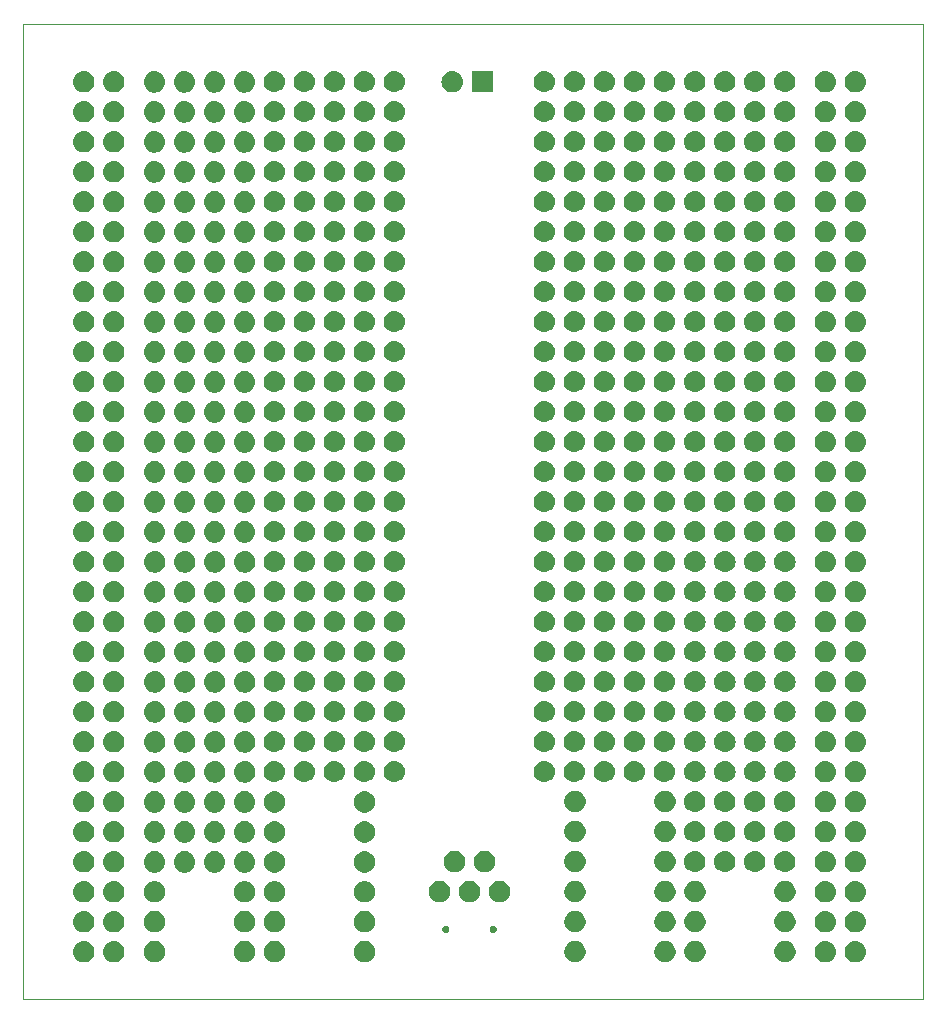
<source format=gbr>
G04 #@! TF.GenerationSoftware,KiCad,Pcbnew,(5.1.0)-1*
G04 #@! TF.CreationDate,2020-08-15T17:25:36-05:00*
G04 #@! TF.ProjectId,AltbierProto,416c7462-6965-4725-9072-6f746f2e6b69,rev?*
G04 #@! TF.SameCoordinates,Original*
G04 #@! TF.FileFunction,Soldermask,Bot*
G04 #@! TF.FilePolarity,Negative*
%FSLAX46Y46*%
G04 Gerber Fmt 4.6, Leading zero omitted, Abs format (unit mm)*
G04 Created by KiCad (PCBNEW (5.1.0)-1) date 2020-08-15 17:25:36*
%MOMM*%
%LPD*%
G04 APERTURE LIST*
%ADD10C,0.050000*%
%ADD11C,0.100000*%
G04 APERTURE END LIST*
D10*
X179500000Y-50450000D02*
X179500000Y-133000000D01*
X179500000Y-50450000D02*
X103300000Y-50450000D01*
X103300000Y-50450000D02*
X103300000Y-133000000D01*
X179500000Y-133000000D02*
X103300000Y-133000000D01*
D11*
G36*
X173890442Y-128085518D02*
G01*
X173956627Y-128092037D01*
X174126466Y-128143557D01*
X174282991Y-128227222D01*
X174318729Y-128256552D01*
X174420186Y-128339814D01*
X174503448Y-128441271D01*
X174532778Y-128477009D01*
X174616443Y-128633534D01*
X174667963Y-128803373D01*
X174685359Y-128980000D01*
X174667963Y-129156627D01*
X174616443Y-129326466D01*
X174532778Y-129482991D01*
X174503448Y-129518729D01*
X174420186Y-129620186D01*
X174318729Y-129703448D01*
X174282991Y-129732778D01*
X174126466Y-129816443D01*
X173956627Y-129867963D01*
X173890442Y-129874482D01*
X173824260Y-129881000D01*
X173735740Y-129881000D01*
X173669558Y-129874482D01*
X173603373Y-129867963D01*
X173433534Y-129816443D01*
X173277009Y-129732778D01*
X173241271Y-129703448D01*
X173139814Y-129620186D01*
X173056552Y-129518729D01*
X173027222Y-129482991D01*
X172943557Y-129326466D01*
X172892037Y-129156627D01*
X172874641Y-128980000D01*
X172892037Y-128803373D01*
X172943557Y-128633534D01*
X173027222Y-128477009D01*
X173056552Y-128441271D01*
X173139814Y-128339814D01*
X173241271Y-128256552D01*
X173277009Y-128227222D01*
X173433534Y-128143557D01*
X173603373Y-128092037D01*
X173669558Y-128085518D01*
X173735740Y-128079000D01*
X173824260Y-128079000D01*
X173890442Y-128085518D01*
X173890442Y-128085518D01*
G37*
G36*
X171350442Y-128085518D02*
G01*
X171416627Y-128092037D01*
X171586466Y-128143557D01*
X171742991Y-128227222D01*
X171778729Y-128256552D01*
X171880186Y-128339814D01*
X171963448Y-128441271D01*
X171992778Y-128477009D01*
X172076443Y-128633534D01*
X172127963Y-128803373D01*
X172145359Y-128980000D01*
X172127963Y-129156627D01*
X172076443Y-129326466D01*
X171992778Y-129482991D01*
X171963448Y-129518729D01*
X171880186Y-129620186D01*
X171778729Y-129703448D01*
X171742991Y-129732778D01*
X171586466Y-129816443D01*
X171416627Y-129867963D01*
X171350442Y-129874482D01*
X171284260Y-129881000D01*
X171195740Y-129881000D01*
X171129558Y-129874482D01*
X171063373Y-129867963D01*
X170893534Y-129816443D01*
X170737009Y-129732778D01*
X170701271Y-129703448D01*
X170599814Y-129620186D01*
X170516552Y-129518729D01*
X170487222Y-129482991D01*
X170403557Y-129326466D01*
X170352037Y-129156627D01*
X170334641Y-128980000D01*
X170352037Y-128803373D01*
X170403557Y-128633534D01*
X170487222Y-128477009D01*
X170516552Y-128441271D01*
X170599814Y-128339814D01*
X170701271Y-128256552D01*
X170737009Y-128227222D01*
X170893534Y-128143557D01*
X171063373Y-128092037D01*
X171129558Y-128085518D01*
X171195740Y-128079000D01*
X171284260Y-128079000D01*
X171350442Y-128085518D01*
X171350442Y-128085518D01*
G37*
G36*
X111110442Y-128085518D02*
G01*
X111176627Y-128092037D01*
X111346466Y-128143557D01*
X111502991Y-128227222D01*
X111538729Y-128256552D01*
X111640186Y-128339814D01*
X111723448Y-128441271D01*
X111752778Y-128477009D01*
X111836443Y-128633534D01*
X111887963Y-128803373D01*
X111905359Y-128980000D01*
X111887963Y-129156627D01*
X111836443Y-129326466D01*
X111752778Y-129482991D01*
X111723448Y-129518729D01*
X111640186Y-129620186D01*
X111538729Y-129703448D01*
X111502991Y-129732778D01*
X111346466Y-129816443D01*
X111176627Y-129867963D01*
X111110442Y-129874482D01*
X111044260Y-129881000D01*
X110955740Y-129881000D01*
X110889558Y-129874482D01*
X110823373Y-129867963D01*
X110653534Y-129816443D01*
X110497009Y-129732778D01*
X110461271Y-129703448D01*
X110359814Y-129620186D01*
X110276552Y-129518729D01*
X110247222Y-129482991D01*
X110163557Y-129326466D01*
X110112037Y-129156627D01*
X110094641Y-128980000D01*
X110112037Y-128803373D01*
X110163557Y-128633534D01*
X110247222Y-128477009D01*
X110276552Y-128441271D01*
X110359814Y-128339814D01*
X110461271Y-128256552D01*
X110497009Y-128227222D01*
X110653534Y-128143557D01*
X110823373Y-128092037D01*
X110889558Y-128085518D01*
X110955740Y-128079000D01*
X111044260Y-128079000D01*
X111110442Y-128085518D01*
X111110442Y-128085518D01*
G37*
G36*
X108570442Y-128085518D02*
G01*
X108636627Y-128092037D01*
X108806466Y-128143557D01*
X108962991Y-128227222D01*
X108998729Y-128256552D01*
X109100186Y-128339814D01*
X109183448Y-128441271D01*
X109212778Y-128477009D01*
X109296443Y-128633534D01*
X109347963Y-128803373D01*
X109365359Y-128980000D01*
X109347963Y-129156627D01*
X109296443Y-129326466D01*
X109212778Y-129482991D01*
X109183448Y-129518729D01*
X109100186Y-129620186D01*
X108998729Y-129703448D01*
X108962991Y-129732778D01*
X108806466Y-129816443D01*
X108636627Y-129867963D01*
X108570442Y-129874482D01*
X108504260Y-129881000D01*
X108415740Y-129881000D01*
X108349558Y-129874482D01*
X108283373Y-129867963D01*
X108113534Y-129816443D01*
X107957009Y-129732778D01*
X107921271Y-129703448D01*
X107819814Y-129620186D01*
X107736552Y-129518729D01*
X107707222Y-129482991D01*
X107623557Y-129326466D01*
X107572037Y-129156627D01*
X107554641Y-128980000D01*
X107572037Y-128803373D01*
X107623557Y-128633534D01*
X107707222Y-128477009D01*
X107736552Y-128441271D01*
X107819814Y-128339814D01*
X107921271Y-128256552D01*
X107957009Y-128227222D01*
X108113534Y-128143557D01*
X108283373Y-128092037D01*
X108349558Y-128085518D01*
X108415740Y-128079000D01*
X108504260Y-128079000D01*
X108570442Y-128085518D01*
X108570442Y-128085518D01*
G37*
G36*
X132343512Y-128073927D02*
G01*
X132492812Y-128103624D01*
X132656784Y-128171544D01*
X132804354Y-128270147D01*
X132929853Y-128395646D01*
X133028456Y-128543216D01*
X133096376Y-128707188D01*
X133131000Y-128881259D01*
X133131000Y-129058741D01*
X133096376Y-129232812D01*
X133028456Y-129396784D01*
X132929853Y-129544354D01*
X132804354Y-129669853D01*
X132656784Y-129768456D01*
X132492812Y-129836376D01*
X132343512Y-129866073D01*
X132318742Y-129871000D01*
X132141258Y-129871000D01*
X132116488Y-129866073D01*
X131967188Y-129836376D01*
X131803216Y-129768456D01*
X131655646Y-129669853D01*
X131530147Y-129544354D01*
X131431544Y-129396784D01*
X131363624Y-129232812D01*
X131329000Y-129058741D01*
X131329000Y-128881259D01*
X131363624Y-128707188D01*
X131431544Y-128543216D01*
X131530147Y-128395646D01*
X131655646Y-128270147D01*
X131803216Y-128171544D01*
X131967188Y-128103624D01*
X132116488Y-128073927D01*
X132141258Y-128069000D01*
X132318742Y-128069000D01*
X132343512Y-128073927D01*
X132343512Y-128073927D01*
G37*
G36*
X157773512Y-128073927D02*
G01*
X157922812Y-128103624D01*
X158086784Y-128171544D01*
X158234354Y-128270147D01*
X158359853Y-128395646D01*
X158458456Y-128543216D01*
X158526376Y-128707188D01*
X158561000Y-128881259D01*
X158561000Y-129058741D01*
X158526376Y-129232812D01*
X158458456Y-129396784D01*
X158359853Y-129544354D01*
X158234354Y-129669853D01*
X158086784Y-129768456D01*
X157922812Y-129836376D01*
X157773512Y-129866073D01*
X157748742Y-129871000D01*
X157571258Y-129871000D01*
X157546488Y-129866073D01*
X157397188Y-129836376D01*
X157233216Y-129768456D01*
X157085646Y-129669853D01*
X156960147Y-129544354D01*
X156861544Y-129396784D01*
X156793624Y-129232812D01*
X156759000Y-129058741D01*
X156759000Y-128881259D01*
X156793624Y-128707188D01*
X156861544Y-128543216D01*
X156960147Y-128395646D01*
X157085646Y-128270147D01*
X157233216Y-128171544D01*
X157397188Y-128103624D01*
X157546488Y-128073927D01*
X157571258Y-128069000D01*
X157748742Y-128069000D01*
X157773512Y-128073927D01*
X157773512Y-128073927D01*
G37*
G36*
X150153512Y-128073927D02*
G01*
X150302812Y-128103624D01*
X150466784Y-128171544D01*
X150614354Y-128270147D01*
X150739853Y-128395646D01*
X150838456Y-128543216D01*
X150906376Y-128707188D01*
X150941000Y-128881259D01*
X150941000Y-129058741D01*
X150906376Y-129232812D01*
X150838456Y-129396784D01*
X150739853Y-129544354D01*
X150614354Y-129669853D01*
X150466784Y-129768456D01*
X150302812Y-129836376D01*
X150153512Y-129866073D01*
X150128742Y-129871000D01*
X149951258Y-129871000D01*
X149926488Y-129866073D01*
X149777188Y-129836376D01*
X149613216Y-129768456D01*
X149465646Y-129669853D01*
X149340147Y-129544354D01*
X149241544Y-129396784D01*
X149173624Y-129232812D01*
X149139000Y-129058741D01*
X149139000Y-128881259D01*
X149173624Y-128707188D01*
X149241544Y-128543216D01*
X149340147Y-128395646D01*
X149465646Y-128270147D01*
X149613216Y-128171544D01*
X149777188Y-128103624D01*
X149926488Y-128073927D01*
X149951258Y-128069000D01*
X150128742Y-128069000D01*
X150153512Y-128073927D01*
X150153512Y-128073927D01*
G37*
G36*
X114563512Y-128073927D02*
G01*
X114712812Y-128103624D01*
X114876784Y-128171544D01*
X115024354Y-128270147D01*
X115149853Y-128395646D01*
X115248456Y-128543216D01*
X115316376Y-128707188D01*
X115351000Y-128881259D01*
X115351000Y-129058741D01*
X115316376Y-129232812D01*
X115248456Y-129396784D01*
X115149853Y-129544354D01*
X115024354Y-129669853D01*
X114876784Y-129768456D01*
X114712812Y-129836376D01*
X114563512Y-129866073D01*
X114538742Y-129871000D01*
X114361258Y-129871000D01*
X114336488Y-129866073D01*
X114187188Y-129836376D01*
X114023216Y-129768456D01*
X113875646Y-129669853D01*
X113750147Y-129544354D01*
X113651544Y-129396784D01*
X113583624Y-129232812D01*
X113549000Y-129058741D01*
X113549000Y-128881259D01*
X113583624Y-128707188D01*
X113651544Y-128543216D01*
X113750147Y-128395646D01*
X113875646Y-128270147D01*
X114023216Y-128171544D01*
X114187188Y-128103624D01*
X114336488Y-128073927D01*
X114361258Y-128069000D01*
X114538742Y-128069000D01*
X114563512Y-128073927D01*
X114563512Y-128073927D01*
G37*
G36*
X122183512Y-128073927D02*
G01*
X122332812Y-128103624D01*
X122496784Y-128171544D01*
X122644354Y-128270147D01*
X122769853Y-128395646D01*
X122868456Y-128543216D01*
X122936376Y-128707188D01*
X122971000Y-128881259D01*
X122971000Y-129058741D01*
X122936376Y-129232812D01*
X122868456Y-129396784D01*
X122769853Y-129544354D01*
X122644354Y-129669853D01*
X122496784Y-129768456D01*
X122332812Y-129836376D01*
X122183512Y-129866073D01*
X122158742Y-129871000D01*
X121981258Y-129871000D01*
X121956488Y-129866073D01*
X121807188Y-129836376D01*
X121643216Y-129768456D01*
X121495646Y-129669853D01*
X121370147Y-129544354D01*
X121271544Y-129396784D01*
X121203624Y-129232812D01*
X121169000Y-129058741D01*
X121169000Y-128881259D01*
X121203624Y-128707188D01*
X121271544Y-128543216D01*
X121370147Y-128395646D01*
X121495646Y-128270147D01*
X121643216Y-128171544D01*
X121807188Y-128103624D01*
X121956488Y-128073927D01*
X121981258Y-128069000D01*
X122158742Y-128069000D01*
X122183512Y-128073927D01*
X122183512Y-128073927D01*
G37*
G36*
X124723512Y-128073927D02*
G01*
X124872812Y-128103624D01*
X125036784Y-128171544D01*
X125184354Y-128270147D01*
X125309853Y-128395646D01*
X125408456Y-128543216D01*
X125476376Y-128707188D01*
X125511000Y-128881259D01*
X125511000Y-129058741D01*
X125476376Y-129232812D01*
X125408456Y-129396784D01*
X125309853Y-129544354D01*
X125184354Y-129669853D01*
X125036784Y-129768456D01*
X124872812Y-129836376D01*
X124723512Y-129866073D01*
X124698742Y-129871000D01*
X124521258Y-129871000D01*
X124496488Y-129866073D01*
X124347188Y-129836376D01*
X124183216Y-129768456D01*
X124035646Y-129669853D01*
X123910147Y-129544354D01*
X123811544Y-129396784D01*
X123743624Y-129232812D01*
X123709000Y-129058741D01*
X123709000Y-128881259D01*
X123743624Y-128707188D01*
X123811544Y-128543216D01*
X123910147Y-128395646D01*
X124035646Y-128270147D01*
X124183216Y-128171544D01*
X124347188Y-128103624D01*
X124496488Y-128073927D01*
X124521258Y-128069000D01*
X124698742Y-128069000D01*
X124723512Y-128073927D01*
X124723512Y-128073927D01*
G37*
G36*
X167933512Y-128063927D02*
G01*
X168082812Y-128093624D01*
X168246784Y-128161544D01*
X168394354Y-128260147D01*
X168519853Y-128385646D01*
X168618456Y-128533216D01*
X168686376Y-128697188D01*
X168721000Y-128871259D01*
X168721000Y-129048741D01*
X168686376Y-129222812D01*
X168618456Y-129386784D01*
X168519853Y-129534354D01*
X168394354Y-129659853D01*
X168246784Y-129758456D01*
X168082812Y-129826376D01*
X167933512Y-129856073D01*
X167908742Y-129861000D01*
X167731258Y-129861000D01*
X167706488Y-129856073D01*
X167557188Y-129826376D01*
X167393216Y-129758456D01*
X167245646Y-129659853D01*
X167120147Y-129534354D01*
X167021544Y-129386784D01*
X166953624Y-129222812D01*
X166919000Y-129048741D01*
X166919000Y-128871259D01*
X166953624Y-128697188D01*
X167021544Y-128533216D01*
X167120147Y-128385646D01*
X167245646Y-128260147D01*
X167393216Y-128161544D01*
X167557188Y-128093624D01*
X167706488Y-128063927D01*
X167731258Y-128059000D01*
X167908742Y-128059000D01*
X167933512Y-128063927D01*
X167933512Y-128063927D01*
G37*
G36*
X160313512Y-128063927D02*
G01*
X160462812Y-128093624D01*
X160626784Y-128161544D01*
X160774354Y-128260147D01*
X160899853Y-128385646D01*
X160998456Y-128533216D01*
X161066376Y-128697188D01*
X161101000Y-128871259D01*
X161101000Y-129048741D01*
X161066376Y-129222812D01*
X160998456Y-129386784D01*
X160899853Y-129534354D01*
X160774354Y-129659853D01*
X160626784Y-129758456D01*
X160462812Y-129826376D01*
X160313512Y-129856073D01*
X160288742Y-129861000D01*
X160111258Y-129861000D01*
X160086488Y-129856073D01*
X159937188Y-129826376D01*
X159773216Y-129758456D01*
X159625646Y-129659853D01*
X159500147Y-129534354D01*
X159401544Y-129386784D01*
X159333624Y-129222812D01*
X159299000Y-129048741D01*
X159299000Y-128871259D01*
X159333624Y-128697188D01*
X159401544Y-128533216D01*
X159500147Y-128385646D01*
X159625646Y-128260147D01*
X159773216Y-128161544D01*
X159937188Y-128093624D01*
X160086488Y-128063927D01*
X160111258Y-128059000D01*
X160288742Y-128059000D01*
X160313512Y-128063927D01*
X160313512Y-128063927D01*
G37*
G36*
X143207797Y-126800567D02*
G01*
X143262575Y-126823257D01*
X143262577Y-126823258D01*
X143311876Y-126856198D01*
X143353802Y-126898124D01*
X143386742Y-126947423D01*
X143386743Y-126947425D01*
X143409433Y-127002203D01*
X143421000Y-127060353D01*
X143421000Y-127119647D01*
X143409433Y-127177797D01*
X143403227Y-127192779D01*
X143386742Y-127232577D01*
X143353802Y-127281876D01*
X143311876Y-127323802D01*
X143262577Y-127356742D01*
X143262576Y-127356743D01*
X143262575Y-127356743D01*
X143207797Y-127379433D01*
X143149647Y-127391000D01*
X143090353Y-127391000D01*
X143032203Y-127379433D01*
X142977425Y-127356743D01*
X142977424Y-127356743D01*
X142977423Y-127356742D01*
X142928124Y-127323802D01*
X142886198Y-127281876D01*
X142853258Y-127232577D01*
X142836773Y-127192779D01*
X142830567Y-127177797D01*
X142819000Y-127119647D01*
X142819000Y-127060353D01*
X142830567Y-127002203D01*
X142853257Y-126947425D01*
X142853258Y-126947423D01*
X142886198Y-126898124D01*
X142928124Y-126856198D01*
X142977423Y-126823258D01*
X142977425Y-126823257D01*
X143032203Y-126800567D01*
X143090353Y-126789000D01*
X143149647Y-126789000D01*
X143207797Y-126800567D01*
X143207797Y-126800567D01*
G37*
G36*
X139207797Y-126800567D02*
G01*
X139262575Y-126823257D01*
X139262577Y-126823258D01*
X139311876Y-126856198D01*
X139353802Y-126898124D01*
X139386742Y-126947423D01*
X139386743Y-126947425D01*
X139409433Y-127002203D01*
X139421000Y-127060353D01*
X139421000Y-127119647D01*
X139409433Y-127177797D01*
X139403227Y-127192779D01*
X139386742Y-127232577D01*
X139353802Y-127281876D01*
X139311876Y-127323802D01*
X139262577Y-127356742D01*
X139262576Y-127356743D01*
X139262575Y-127356743D01*
X139207797Y-127379433D01*
X139149647Y-127391000D01*
X139090353Y-127391000D01*
X139032203Y-127379433D01*
X138977425Y-127356743D01*
X138977424Y-127356743D01*
X138977423Y-127356742D01*
X138928124Y-127323802D01*
X138886198Y-127281876D01*
X138853258Y-127232577D01*
X138836773Y-127192779D01*
X138830567Y-127177797D01*
X138819000Y-127119647D01*
X138819000Y-127060353D01*
X138830567Y-127002203D01*
X138853257Y-126947425D01*
X138853258Y-126947423D01*
X138886198Y-126898124D01*
X138928124Y-126856198D01*
X138977423Y-126823258D01*
X138977425Y-126823257D01*
X139032203Y-126800567D01*
X139090353Y-126789000D01*
X139149647Y-126789000D01*
X139207797Y-126800567D01*
X139207797Y-126800567D01*
G37*
G36*
X173890443Y-125545519D02*
G01*
X173956627Y-125552037D01*
X174126466Y-125603557D01*
X174282991Y-125687222D01*
X174318729Y-125716552D01*
X174420186Y-125799814D01*
X174503448Y-125901271D01*
X174532778Y-125937009D01*
X174616443Y-126093534D01*
X174667963Y-126263373D01*
X174685359Y-126440000D01*
X174667963Y-126616627D01*
X174616443Y-126786466D01*
X174532778Y-126942991D01*
X174529139Y-126947425D01*
X174420186Y-127080186D01*
X174318729Y-127163448D01*
X174282991Y-127192778D01*
X174126466Y-127276443D01*
X173956627Y-127327963D01*
X173890442Y-127334482D01*
X173824260Y-127341000D01*
X173735740Y-127341000D01*
X173669558Y-127334482D01*
X173603373Y-127327963D01*
X173433534Y-127276443D01*
X173277009Y-127192778D01*
X173241271Y-127163448D01*
X173139814Y-127080186D01*
X173030861Y-126947425D01*
X173027222Y-126942991D01*
X172943557Y-126786466D01*
X172892037Y-126616627D01*
X172874641Y-126440000D01*
X172892037Y-126263373D01*
X172943557Y-126093534D01*
X173027222Y-125937009D01*
X173056552Y-125901271D01*
X173139814Y-125799814D01*
X173241271Y-125716552D01*
X173277009Y-125687222D01*
X173433534Y-125603557D01*
X173603373Y-125552037D01*
X173669557Y-125545519D01*
X173735740Y-125539000D01*
X173824260Y-125539000D01*
X173890443Y-125545519D01*
X173890443Y-125545519D01*
G37*
G36*
X108570443Y-125545519D02*
G01*
X108636627Y-125552037D01*
X108806466Y-125603557D01*
X108962991Y-125687222D01*
X108998729Y-125716552D01*
X109100186Y-125799814D01*
X109183448Y-125901271D01*
X109212778Y-125937009D01*
X109296443Y-126093534D01*
X109347963Y-126263373D01*
X109365359Y-126440000D01*
X109347963Y-126616627D01*
X109296443Y-126786466D01*
X109212778Y-126942991D01*
X109209139Y-126947425D01*
X109100186Y-127080186D01*
X108998729Y-127163448D01*
X108962991Y-127192778D01*
X108806466Y-127276443D01*
X108636627Y-127327963D01*
X108570442Y-127334482D01*
X108504260Y-127341000D01*
X108415740Y-127341000D01*
X108349558Y-127334482D01*
X108283373Y-127327963D01*
X108113534Y-127276443D01*
X107957009Y-127192778D01*
X107921271Y-127163448D01*
X107819814Y-127080186D01*
X107710861Y-126947425D01*
X107707222Y-126942991D01*
X107623557Y-126786466D01*
X107572037Y-126616627D01*
X107554641Y-126440000D01*
X107572037Y-126263373D01*
X107623557Y-126093534D01*
X107707222Y-125937009D01*
X107736552Y-125901271D01*
X107819814Y-125799814D01*
X107921271Y-125716552D01*
X107957009Y-125687222D01*
X108113534Y-125603557D01*
X108283373Y-125552037D01*
X108349557Y-125545519D01*
X108415740Y-125539000D01*
X108504260Y-125539000D01*
X108570443Y-125545519D01*
X108570443Y-125545519D01*
G37*
G36*
X171350443Y-125545519D02*
G01*
X171416627Y-125552037D01*
X171586466Y-125603557D01*
X171742991Y-125687222D01*
X171778729Y-125716552D01*
X171880186Y-125799814D01*
X171963448Y-125901271D01*
X171992778Y-125937009D01*
X172076443Y-126093534D01*
X172127963Y-126263373D01*
X172145359Y-126440000D01*
X172127963Y-126616627D01*
X172076443Y-126786466D01*
X171992778Y-126942991D01*
X171989139Y-126947425D01*
X171880186Y-127080186D01*
X171778729Y-127163448D01*
X171742991Y-127192778D01*
X171586466Y-127276443D01*
X171416627Y-127327963D01*
X171350442Y-127334482D01*
X171284260Y-127341000D01*
X171195740Y-127341000D01*
X171129558Y-127334482D01*
X171063373Y-127327963D01*
X170893534Y-127276443D01*
X170737009Y-127192778D01*
X170701271Y-127163448D01*
X170599814Y-127080186D01*
X170490861Y-126947425D01*
X170487222Y-126942991D01*
X170403557Y-126786466D01*
X170352037Y-126616627D01*
X170334641Y-126440000D01*
X170352037Y-126263373D01*
X170403557Y-126093534D01*
X170487222Y-125937009D01*
X170516552Y-125901271D01*
X170599814Y-125799814D01*
X170701271Y-125716552D01*
X170737009Y-125687222D01*
X170893534Y-125603557D01*
X171063373Y-125552037D01*
X171129557Y-125545519D01*
X171195740Y-125539000D01*
X171284260Y-125539000D01*
X171350443Y-125545519D01*
X171350443Y-125545519D01*
G37*
G36*
X111110443Y-125545519D02*
G01*
X111176627Y-125552037D01*
X111346466Y-125603557D01*
X111502991Y-125687222D01*
X111538729Y-125716552D01*
X111640186Y-125799814D01*
X111723448Y-125901271D01*
X111752778Y-125937009D01*
X111836443Y-126093534D01*
X111887963Y-126263373D01*
X111905359Y-126440000D01*
X111887963Y-126616627D01*
X111836443Y-126786466D01*
X111752778Y-126942991D01*
X111749139Y-126947425D01*
X111640186Y-127080186D01*
X111538729Y-127163448D01*
X111502991Y-127192778D01*
X111346466Y-127276443D01*
X111176627Y-127327963D01*
X111110442Y-127334482D01*
X111044260Y-127341000D01*
X110955740Y-127341000D01*
X110889558Y-127334482D01*
X110823373Y-127327963D01*
X110653534Y-127276443D01*
X110497009Y-127192778D01*
X110461271Y-127163448D01*
X110359814Y-127080186D01*
X110250861Y-126947425D01*
X110247222Y-126942991D01*
X110163557Y-126786466D01*
X110112037Y-126616627D01*
X110094641Y-126440000D01*
X110112037Y-126263373D01*
X110163557Y-126093534D01*
X110247222Y-125937009D01*
X110276552Y-125901271D01*
X110359814Y-125799814D01*
X110461271Y-125716552D01*
X110497009Y-125687222D01*
X110653534Y-125603557D01*
X110823373Y-125552037D01*
X110889557Y-125545519D01*
X110955740Y-125539000D01*
X111044260Y-125539000D01*
X111110443Y-125545519D01*
X111110443Y-125545519D01*
G37*
G36*
X132343512Y-125533927D02*
G01*
X132492812Y-125563624D01*
X132656784Y-125631544D01*
X132804354Y-125730147D01*
X132929853Y-125855646D01*
X133028456Y-126003216D01*
X133096376Y-126167188D01*
X133131000Y-126341259D01*
X133131000Y-126518741D01*
X133096376Y-126692812D01*
X133028456Y-126856784D01*
X132929853Y-127004354D01*
X132804354Y-127129853D01*
X132656784Y-127228456D01*
X132492812Y-127296376D01*
X132343512Y-127326073D01*
X132318742Y-127331000D01*
X132141258Y-127331000D01*
X132116488Y-127326073D01*
X131967188Y-127296376D01*
X131803216Y-127228456D01*
X131655646Y-127129853D01*
X131530147Y-127004354D01*
X131431544Y-126856784D01*
X131363624Y-126692812D01*
X131329000Y-126518741D01*
X131329000Y-126341259D01*
X131363624Y-126167188D01*
X131431544Y-126003216D01*
X131530147Y-125855646D01*
X131655646Y-125730147D01*
X131803216Y-125631544D01*
X131967188Y-125563624D01*
X132116488Y-125533927D01*
X132141258Y-125529000D01*
X132318742Y-125529000D01*
X132343512Y-125533927D01*
X132343512Y-125533927D01*
G37*
G36*
X114563512Y-125533927D02*
G01*
X114712812Y-125563624D01*
X114876784Y-125631544D01*
X115024354Y-125730147D01*
X115149853Y-125855646D01*
X115248456Y-126003216D01*
X115316376Y-126167188D01*
X115351000Y-126341259D01*
X115351000Y-126518741D01*
X115316376Y-126692812D01*
X115248456Y-126856784D01*
X115149853Y-127004354D01*
X115024354Y-127129853D01*
X114876784Y-127228456D01*
X114712812Y-127296376D01*
X114563512Y-127326073D01*
X114538742Y-127331000D01*
X114361258Y-127331000D01*
X114336488Y-127326073D01*
X114187188Y-127296376D01*
X114023216Y-127228456D01*
X113875646Y-127129853D01*
X113750147Y-127004354D01*
X113651544Y-126856784D01*
X113583624Y-126692812D01*
X113549000Y-126518741D01*
X113549000Y-126341259D01*
X113583624Y-126167188D01*
X113651544Y-126003216D01*
X113750147Y-125855646D01*
X113875646Y-125730147D01*
X114023216Y-125631544D01*
X114187188Y-125563624D01*
X114336488Y-125533927D01*
X114361258Y-125529000D01*
X114538742Y-125529000D01*
X114563512Y-125533927D01*
X114563512Y-125533927D01*
G37*
G36*
X122183512Y-125533927D02*
G01*
X122332812Y-125563624D01*
X122496784Y-125631544D01*
X122644354Y-125730147D01*
X122769853Y-125855646D01*
X122868456Y-126003216D01*
X122936376Y-126167188D01*
X122971000Y-126341259D01*
X122971000Y-126518741D01*
X122936376Y-126692812D01*
X122868456Y-126856784D01*
X122769853Y-127004354D01*
X122644354Y-127129853D01*
X122496784Y-127228456D01*
X122332812Y-127296376D01*
X122183512Y-127326073D01*
X122158742Y-127331000D01*
X121981258Y-127331000D01*
X121956488Y-127326073D01*
X121807188Y-127296376D01*
X121643216Y-127228456D01*
X121495646Y-127129853D01*
X121370147Y-127004354D01*
X121271544Y-126856784D01*
X121203624Y-126692812D01*
X121169000Y-126518741D01*
X121169000Y-126341259D01*
X121203624Y-126167188D01*
X121271544Y-126003216D01*
X121370147Y-125855646D01*
X121495646Y-125730147D01*
X121643216Y-125631544D01*
X121807188Y-125563624D01*
X121956488Y-125533927D01*
X121981258Y-125529000D01*
X122158742Y-125529000D01*
X122183512Y-125533927D01*
X122183512Y-125533927D01*
G37*
G36*
X157773512Y-125533927D02*
G01*
X157922812Y-125563624D01*
X158086784Y-125631544D01*
X158234354Y-125730147D01*
X158359853Y-125855646D01*
X158458456Y-126003216D01*
X158526376Y-126167188D01*
X158561000Y-126341259D01*
X158561000Y-126518741D01*
X158526376Y-126692812D01*
X158458456Y-126856784D01*
X158359853Y-127004354D01*
X158234354Y-127129853D01*
X158086784Y-127228456D01*
X157922812Y-127296376D01*
X157773512Y-127326073D01*
X157748742Y-127331000D01*
X157571258Y-127331000D01*
X157546488Y-127326073D01*
X157397188Y-127296376D01*
X157233216Y-127228456D01*
X157085646Y-127129853D01*
X156960147Y-127004354D01*
X156861544Y-126856784D01*
X156793624Y-126692812D01*
X156759000Y-126518741D01*
X156759000Y-126341259D01*
X156793624Y-126167188D01*
X156861544Y-126003216D01*
X156960147Y-125855646D01*
X157085646Y-125730147D01*
X157233216Y-125631544D01*
X157397188Y-125563624D01*
X157546488Y-125533927D01*
X157571258Y-125529000D01*
X157748742Y-125529000D01*
X157773512Y-125533927D01*
X157773512Y-125533927D01*
G37*
G36*
X124723512Y-125533927D02*
G01*
X124872812Y-125563624D01*
X125036784Y-125631544D01*
X125184354Y-125730147D01*
X125309853Y-125855646D01*
X125408456Y-126003216D01*
X125476376Y-126167188D01*
X125511000Y-126341259D01*
X125511000Y-126518741D01*
X125476376Y-126692812D01*
X125408456Y-126856784D01*
X125309853Y-127004354D01*
X125184354Y-127129853D01*
X125036784Y-127228456D01*
X124872812Y-127296376D01*
X124723512Y-127326073D01*
X124698742Y-127331000D01*
X124521258Y-127331000D01*
X124496488Y-127326073D01*
X124347188Y-127296376D01*
X124183216Y-127228456D01*
X124035646Y-127129853D01*
X123910147Y-127004354D01*
X123811544Y-126856784D01*
X123743624Y-126692812D01*
X123709000Y-126518741D01*
X123709000Y-126341259D01*
X123743624Y-126167188D01*
X123811544Y-126003216D01*
X123910147Y-125855646D01*
X124035646Y-125730147D01*
X124183216Y-125631544D01*
X124347188Y-125563624D01*
X124496488Y-125533927D01*
X124521258Y-125529000D01*
X124698742Y-125529000D01*
X124723512Y-125533927D01*
X124723512Y-125533927D01*
G37*
G36*
X150153512Y-125533927D02*
G01*
X150302812Y-125563624D01*
X150466784Y-125631544D01*
X150614354Y-125730147D01*
X150739853Y-125855646D01*
X150838456Y-126003216D01*
X150906376Y-126167188D01*
X150941000Y-126341259D01*
X150941000Y-126518741D01*
X150906376Y-126692812D01*
X150838456Y-126856784D01*
X150739853Y-127004354D01*
X150614354Y-127129853D01*
X150466784Y-127228456D01*
X150302812Y-127296376D01*
X150153512Y-127326073D01*
X150128742Y-127331000D01*
X149951258Y-127331000D01*
X149926488Y-127326073D01*
X149777188Y-127296376D01*
X149613216Y-127228456D01*
X149465646Y-127129853D01*
X149340147Y-127004354D01*
X149241544Y-126856784D01*
X149173624Y-126692812D01*
X149139000Y-126518741D01*
X149139000Y-126341259D01*
X149173624Y-126167188D01*
X149241544Y-126003216D01*
X149340147Y-125855646D01*
X149465646Y-125730147D01*
X149613216Y-125631544D01*
X149777188Y-125563624D01*
X149926488Y-125533927D01*
X149951258Y-125529000D01*
X150128742Y-125529000D01*
X150153512Y-125533927D01*
X150153512Y-125533927D01*
G37*
G36*
X167933512Y-125523927D02*
G01*
X168082812Y-125553624D01*
X168246784Y-125621544D01*
X168394354Y-125720147D01*
X168519853Y-125845646D01*
X168618456Y-125993216D01*
X168686376Y-126157188D01*
X168721000Y-126331259D01*
X168721000Y-126508741D01*
X168686376Y-126682812D01*
X168618456Y-126846784D01*
X168519853Y-126994354D01*
X168394354Y-127119853D01*
X168246784Y-127218456D01*
X168082812Y-127286376D01*
X167933512Y-127316073D01*
X167908742Y-127321000D01*
X167731258Y-127321000D01*
X167706488Y-127316073D01*
X167557188Y-127286376D01*
X167393216Y-127218456D01*
X167245646Y-127119853D01*
X167120147Y-126994354D01*
X167021544Y-126846784D01*
X166953624Y-126682812D01*
X166919000Y-126508741D01*
X166919000Y-126331259D01*
X166953624Y-126157188D01*
X167021544Y-125993216D01*
X167120147Y-125845646D01*
X167245646Y-125720147D01*
X167393216Y-125621544D01*
X167557188Y-125553624D01*
X167706488Y-125523927D01*
X167731258Y-125519000D01*
X167908742Y-125519000D01*
X167933512Y-125523927D01*
X167933512Y-125523927D01*
G37*
G36*
X160313512Y-125523927D02*
G01*
X160462812Y-125553624D01*
X160626784Y-125621544D01*
X160774354Y-125720147D01*
X160899853Y-125845646D01*
X160998456Y-125993216D01*
X161066376Y-126157188D01*
X161101000Y-126331259D01*
X161101000Y-126508741D01*
X161066376Y-126682812D01*
X160998456Y-126846784D01*
X160899853Y-126994354D01*
X160774354Y-127119853D01*
X160626784Y-127218456D01*
X160462812Y-127286376D01*
X160313512Y-127316073D01*
X160288742Y-127321000D01*
X160111258Y-127321000D01*
X160086488Y-127316073D01*
X159937188Y-127286376D01*
X159773216Y-127218456D01*
X159625646Y-127119853D01*
X159500147Y-126994354D01*
X159401544Y-126846784D01*
X159333624Y-126682812D01*
X159299000Y-126508741D01*
X159299000Y-126331259D01*
X159333624Y-126157188D01*
X159401544Y-125993216D01*
X159500147Y-125845646D01*
X159625646Y-125720147D01*
X159773216Y-125621544D01*
X159937188Y-125553624D01*
X160086488Y-125523927D01*
X160111258Y-125519000D01*
X160288742Y-125519000D01*
X160313512Y-125523927D01*
X160313512Y-125523927D01*
G37*
G36*
X173890443Y-123005519D02*
G01*
X173956627Y-123012037D01*
X174126466Y-123063557D01*
X174282991Y-123147222D01*
X174310925Y-123170147D01*
X174420186Y-123259814D01*
X174503448Y-123361271D01*
X174532778Y-123397009D01*
X174616443Y-123553534D01*
X174667963Y-123723373D01*
X174685359Y-123900000D01*
X174667963Y-124076627D01*
X174616443Y-124246466D01*
X174532778Y-124402991D01*
X174503448Y-124438729D01*
X174420186Y-124540186D01*
X174347480Y-124599853D01*
X174282991Y-124652778D01*
X174126466Y-124736443D01*
X173956627Y-124787963D01*
X173890443Y-124794481D01*
X173824260Y-124801000D01*
X173735740Y-124801000D01*
X173669557Y-124794481D01*
X173603373Y-124787963D01*
X173433534Y-124736443D01*
X173277009Y-124652778D01*
X173212520Y-124599853D01*
X173139814Y-124540186D01*
X173056552Y-124438729D01*
X173027222Y-124402991D01*
X172943557Y-124246466D01*
X172892037Y-124076627D01*
X172874641Y-123900000D01*
X172892037Y-123723373D01*
X172943557Y-123553534D01*
X173027222Y-123397009D01*
X173056552Y-123361271D01*
X173139814Y-123259814D01*
X173249075Y-123170147D01*
X173277009Y-123147222D01*
X173433534Y-123063557D01*
X173603373Y-123012037D01*
X173669557Y-123005519D01*
X173735740Y-122999000D01*
X173824260Y-122999000D01*
X173890443Y-123005519D01*
X173890443Y-123005519D01*
G37*
G36*
X111110443Y-123005519D02*
G01*
X111176627Y-123012037D01*
X111346466Y-123063557D01*
X111502991Y-123147222D01*
X111530925Y-123170147D01*
X111640186Y-123259814D01*
X111723448Y-123361271D01*
X111752778Y-123397009D01*
X111836443Y-123553534D01*
X111887963Y-123723373D01*
X111905359Y-123900000D01*
X111887963Y-124076627D01*
X111836443Y-124246466D01*
X111752778Y-124402991D01*
X111723448Y-124438729D01*
X111640186Y-124540186D01*
X111567480Y-124599853D01*
X111502991Y-124652778D01*
X111346466Y-124736443D01*
X111176627Y-124787963D01*
X111110443Y-124794481D01*
X111044260Y-124801000D01*
X110955740Y-124801000D01*
X110889557Y-124794481D01*
X110823373Y-124787963D01*
X110653534Y-124736443D01*
X110497009Y-124652778D01*
X110432520Y-124599853D01*
X110359814Y-124540186D01*
X110276552Y-124438729D01*
X110247222Y-124402991D01*
X110163557Y-124246466D01*
X110112037Y-124076627D01*
X110094641Y-123900000D01*
X110112037Y-123723373D01*
X110163557Y-123553534D01*
X110247222Y-123397009D01*
X110276552Y-123361271D01*
X110359814Y-123259814D01*
X110469075Y-123170147D01*
X110497009Y-123147222D01*
X110653534Y-123063557D01*
X110823373Y-123012037D01*
X110889557Y-123005519D01*
X110955740Y-122999000D01*
X111044260Y-122999000D01*
X111110443Y-123005519D01*
X111110443Y-123005519D01*
G37*
G36*
X108570443Y-123005519D02*
G01*
X108636627Y-123012037D01*
X108806466Y-123063557D01*
X108962991Y-123147222D01*
X108990925Y-123170147D01*
X109100186Y-123259814D01*
X109183448Y-123361271D01*
X109212778Y-123397009D01*
X109296443Y-123553534D01*
X109347963Y-123723373D01*
X109365359Y-123900000D01*
X109347963Y-124076627D01*
X109296443Y-124246466D01*
X109212778Y-124402991D01*
X109183448Y-124438729D01*
X109100186Y-124540186D01*
X109027480Y-124599853D01*
X108962991Y-124652778D01*
X108806466Y-124736443D01*
X108636627Y-124787963D01*
X108570443Y-124794481D01*
X108504260Y-124801000D01*
X108415740Y-124801000D01*
X108349557Y-124794481D01*
X108283373Y-124787963D01*
X108113534Y-124736443D01*
X107957009Y-124652778D01*
X107892520Y-124599853D01*
X107819814Y-124540186D01*
X107736552Y-124438729D01*
X107707222Y-124402991D01*
X107623557Y-124246466D01*
X107572037Y-124076627D01*
X107554641Y-123900000D01*
X107572037Y-123723373D01*
X107623557Y-123553534D01*
X107707222Y-123397009D01*
X107736552Y-123361271D01*
X107819814Y-123259814D01*
X107929075Y-123170147D01*
X107957009Y-123147222D01*
X108113534Y-123063557D01*
X108283373Y-123012037D01*
X108349557Y-123005519D01*
X108415740Y-122999000D01*
X108504260Y-122999000D01*
X108570443Y-123005519D01*
X108570443Y-123005519D01*
G37*
G36*
X171350443Y-123005519D02*
G01*
X171416627Y-123012037D01*
X171586466Y-123063557D01*
X171742991Y-123147222D01*
X171770925Y-123170147D01*
X171880186Y-123259814D01*
X171963448Y-123361271D01*
X171992778Y-123397009D01*
X172076443Y-123553534D01*
X172127963Y-123723373D01*
X172145359Y-123900000D01*
X172127963Y-124076627D01*
X172076443Y-124246466D01*
X171992778Y-124402991D01*
X171963448Y-124438729D01*
X171880186Y-124540186D01*
X171807480Y-124599853D01*
X171742991Y-124652778D01*
X171586466Y-124736443D01*
X171416627Y-124787963D01*
X171350443Y-124794481D01*
X171284260Y-124801000D01*
X171195740Y-124801000D01*
X171129557Y-124794481D01*
X171063373Y-124787963D01*
X170893534Y-124736443D01*
X170737009Y-124652778D01*
X170672520Y-124599853D01*
X170599814Y-124540186D01*
X170516552Y-124438729D01*
X170487222Y-124402991D01*
X170403557Y-124246466D01*
X170352037Y-124076627D01*
X170334641Y-123900000D01*
X170352037Y-123723373D01*
X170403557Y-123553534D01*
X170487222Y-123397009D01*
X170516552Y-123361271D01*
X170599814Y-123259814D01*
X170709075Y-123170147D01*
X170737009Y-123147222D01*
X170893534Y-123063557D01*
X171063373Y-123012037D01*
X171129557Y-123005519D01*
X171195740Y-122999000D01*
X171284260Y-122999000D01*
X171350443Y-123005519D01*
X171350443Y-123005519D01*
G37*
G36*
X114561988Y-123003624D02*
G01*
X114712812Y-123033624D01*
X114876784Y-123101544D01*
X115024354Y-123200147D01*
X115149853Y-123325646D01*
X115248456Y-123473216D01*
X115316376Y-123637188D01*
X115351000Y-123811259D01*
X115351000Y-123988741D01*
X115316376Y-124162812D01*
X115248456Y-124326784D01*
X115149853Y-124474354D01*
X115024354Y-124599853D01*
X114876784Y-124698456D01*
X114712812Y-124766376D01*
X114563512Y-124796073D01*
X114538742Y-124801000D01*
X114361258Y-124801000D01*
X114336488Y-124796073D01*
X114187188Y-124766376D01*
X114023216Y-124698456D01*
X113875646Y-124599853D01*
X113750147Y-124474354D01*
X113651544Y-124326784D01*
X113583624Y-124162812D01*
X113549000Y-123988741D01*
X113549000Y-123811259D01*
X113583624Y-123637188D01*
X113651544Y-123473216D01*
X113750147Y-123325646D01*
X113875646Y-123200147D01*
X114023216Y-123101544D01*
X114187188Y-123033624D01*
X114338012Y-123003624D01*
X114361258Y-122999000D01*
X114538742Y-122999000D01*
X114561988Y-123003624D01*
X114561988Y-123003624D01*
G37*
G36*
X122181988Y-123003624D02*
G01*
X122332812Y-123033624D01*
X122496784Y-123101544D01*
X122644354Y-123200147D01*
X122769853Y-123325646D01*
X122868456Y-123473216D01*
X122936376Y-123637188D01*
X122971000Y-123811259D01*
X122971000Y-123988741D01*
X122936376Y-124162812D01*
X122868456Y-124326784D01*
X122769853Y-124474354D01*
X122644354Y-124599853D01*
X122496784Y-124698456D01*
X122332812Y-124766376D01*
X122183512Y-124796073D01*
X122158742Y-124801000D01*
X121981258Y-124801000D01*
X121956488Y-124796073D01*
X121807188Y-124766376D01*
X121643216Y-124698456D01*
X121495646Y-124599853D01*
X121370147Y-124474354D01*
X121271544Y-124326784D01*
X121203624Y-124162812D01*
X121169000Y-123988741D01*
X121169000Y-123811259D01*
X121203624Y-123637188D01*
X121271544Y-123473216D01*
X121370147Y-123325646D01*
X121495646Y-123200147D01*
X121643216Y-123101544D01*
X121807188Y-123033624D01*
X121958012Y-123003624D01*
X121981258Y-122999000D01*
X122158742Y-122999000D01*
X122181988Y-123003624D01*
X122181988Y-123003624D01*
G37*
G36*
X124721988Y-123003624D02*
G01*
X124872812Y-123033624D01*
X125036784Y-123101544D01*
X125184354Y-123200147D01*
X125309853Y-123325646D01*
X125408456Y-123473216D01*
X125476376Y-123637188D01*
X125511000Y-123811259D01*
X125511000Y-123988741D01*
X125476376Y-124162812D01*
X125408456Y-124326784D01*
X125309853Y-124474354D01*
X125184354Y-124599853D01*
X125036784Y-124698456D01*
X124872812Y-124766376D01*
X124723512Y-124796073D01*
X124698742Y-124801000D01*
X124521258Y-124801000D01*
X124496488Y-124796073D01*
X124347188Y-124766376D01*
X124183216Y-124698456D01*
X124035646Y-124599853D01*
X123910147Y-124474354D01*
X123811544Y-124326784D01*
X123743624Y-124162812D01*
X123709000Y-123988741D01*
X123709000Y-123811259D01*
X123743624Y-123637188D01*
X123811544Y-123473216D01*
X123910147Y-123325646D01*
X124035646Y-123200147D01*
X124183216Y-123101544D01*
X124347188Y-123033624D01*
X124498012Y-123003624D01*
X124521258Y-122999000D01*
X124698742Y-122999000D01*
X124721988Y-123003624D01*
X124721988Y-123003624D01*
G37*
G36*
X132341988Y-123003624D02*
G01*
X132492812Y-123033624D01*
X132656784Y-123101544D01*
X132804354Y-123200147D01*
X132929853Y-123325646D01*
X133028456Y-123473216D01*
X133096376Y-123637188D01*
X133131000Y-123811259D01*
X133131000Y-123988741D01*
X133096376Y-124162812D01*
X133028456Y-124326784D01*
X132929853Y-124474354D01*
X132804354Y-124599853D01*
X132656784Y-124698456D01*
X132492812Y-124766376D01*
X132343512Y-124796073D01*
X132318742Y-124801000D01*
X132141258Y-124801000D01*
X132116488Y-124796073D01*
X131967188Y-124766376D01*
X131803216Y-124698456D01*
X131655646Y-124599853D01*
X131530147Y-124474354D01*
X131431544Y-124326784D01*
X131363624Y-124162812D01*
X131329000Y-123988741D01*
X131329000Y-123811259D01*
X131363624Y-123637188D01*
X131431544Y-123473216D01*
X131530147Y-123325646D01*
X131655646Y-123200147D01*
X131803216Y-123101544D01*
X131967188Y-123033624D01*
X132118012Y-123003624D01*
X132141258Y-122999000D01*
X132318742Y-122999000D01*
X132341988Y-123003624D01*
X132341988Y-123003624D01*
G37*
G36*
X150153512Y-122993927D02*
G01*
X150302812Y-123023624D01*
X150466784Y-123091544D01*
X150614354Y-123190147D01*
X150739853Y-123315646D01*
X150838456Y-123463216D01*
X150906376Y-123627188D01*
X150941000Y-123801259D01*
X150941000Y-123978741D01*
X150906376Y-124152812D01*
X150838456Y-124316784D01*
X150739853Y-124464354D01*
X150614354Y-124589853D01*
X150466784Y-124688456D01*
X150302812Y-124756376D01*
X150153512Y-124786073D01*
X150128742Y-124791000D01*
X149951258Y-124791000D01*
X149926488Y-124786073D01*
X149777188Y-124756376D01*
X149613216Y-124688456D01*
X149465646Y-124589853D01*
X149340147Y-124464354D01*
X149241544Y-124316784D01*
X149173624Y-124152812D01*
X149139000Y-123978741D01*
X149139000Y-123801259D01*
X149173624Y-123627188D01*
X149241544Y-123463216D01*
X149340147Y-123315646D01*
X149465646Y-123190147D01*
X149613216Y-123091544D01*
X149777188Y-123023624D01*
X149926488Y-122993927D01*
X149951258Y-122989000D01*
X150128742Y-122989000D01*
X150153512Y-122993927D01*
X150153512Y-122993927D01*
G37*
G36*
X157773512Y-122993927D02*
G01*
X157922812Y-123023624D01*
X158086784Y-123091544D01*
X158234354Y-123190147D01*
X158359853Y-123315646D01*
X158458456Y-123463216D01*
X158526376Y-123627188D01*
X158561000Y-123801259D01*
X158561000Y-123978741D01*
X158526376Y-124152812D01*
X158458456Y-124316784D01*
X158359853Y-124464354D01*
X158234354Y-124589853D01*
X158086784Y-124688456D01*
X157922812Y-124756376D01*
X157773512Y-124786073D01*
X157748742Y-124791000D01*
X157571258Y-124791000D01*
X157546488Y-124786073D01*
X157397188Y-124756376D01*
X157233216Y-124688456D01*
X157085646Y-124589853D01*
X156960147Y-124464354D01*
X156861544Y-124316784D01*
X156793624Y-124152812D01*
X156759000Y-123978741D01*
X156759000Y-123801259D01*
X156793624Y-123627188D01*
X156861544Y-123463216D01*
X156960147Y-123315646D01*
X157085646Y-123190147D01*
X157233216Y-123091544D01*
X157397188Y-123023624D01*
X157546488Y-122993927D01*
X157571258Y-122989000D01*
X157748742Y-122989000D01*
X157773512Y-122993927D01*
X157773512Y-122993927D01*
G37*
G36*
X160313512Y-122983927D02*
G01*
X160462812Y-123013624D01*
X160626784Y-123081544D01*
X160774354Y-123180147D01*
X160899853Y-123305646D01*
X160998456Y-123453216D01*
X161066376Y-123617188D01*
X161101000Y-123791259D01*
X161101000Y-123968741D01*
X161066376Y-124142812D01*
X160998456Y-124306784D01*
X160899853Y-124454354D01*
X160774354Y-124579853D01*
X160626784Y-124678456D01*
X160462812Y-124746376D01*
X160313512Y-124776073D01*
X160288742Y-124781000D01*
X160111258Y-124781000D01*
X160086488Y-124776073D01*
X159937188Y-124746376D01*
X159773216Y-124678456D01*
X159625646Y-124579853D01*
X159500147Y-124454354D01*
X159401544Y-124306784D01*
X159333624Y-124142812D01*
X159299000Y-123968741D01*
X159299000Y-123791259D01*
X159333624Y-123617188D01*
X159401544Y-123453216D01*
X159500147Y-123305646D01*
X159625646Y-123180147D01*
X159773216Y-123081544D01*
X159937188Y-123013624D01*
X160086488Y-122983927D01*
X160111258Y-122979000D01*
X160288742Y-122979000D01*
X160313512Y-122983927D01*
X160313512Y-122983927D01*
G37*
G36*
X167933512Y-122983927D02*
G01*
X168082812Y-123013624D01*
X168246784Y-123081544D01*
X168394354Y-123180147D01*
X168519853Y-123305646D01*
X168618456Y-123453216D01*
X168686376Y-123617188D01*
X168721000Y-123791259D01*
X168721000Y-123968741D01*
X168686376Y-124142812D01*
X168618456Y-124306784D01*
X168519853Y-124454354D01*
X168394354Y-124579853D01*
X168246784Y-124678456D01*
X168082812Y-124746376D01*
X167933512Y-124776073D01*
X167908742Y-124781000D01*
X167731258Y-124781000D01*
X167706488Y-124776073D01*
X167557188Y-124746376D01*
X167393216Y-124678456D01*
X167245646Y-124579853D01*
X167120147Y-124454354D01*
X167021544Y-124306784D01*
X166953624Y-124142812D01*
X166919000Y-123968741D01*
X166919000Y-123791259D01*
X166953624Y-123617188D01*
X167021544Y-123453216D01*
X167120147Y-123305646D01*
X167245646Y-123180147D01*
X167393216Y-123081544D01*
X167557188Y-123013624D01*
X167706488Y-122983927D01*
X167731258Y-122979000D01*
X167908742Y-122979000D01*
X167933512Y-122983927D01*
X167933512Y-122983927D01*
G37*
G36*
X138693512Y-122973927D02*
G01*
X138842812Y-123003624D01*
X139006784Y-123071544D01*
X139154354Y-123170147D01*
X139279853Y-123295646D01*
X139378456Y-123443216D01*
X139446376Y-123607188D01*
X139481000Y-123781259D01*
X139481000Y-123958741D01*
X139446376Y-124132812D01*
X139378456Y-124296784D01*
X139279853Y-124444354D01*
X139154354Y-124569853D01*
X139006784Y-124668456D01*
X138842812Y-124736376D01*
X138693512Y-124766073D01*
X138668742Y-124771000D01*
X138491258Y-124771000D01*
X138466488Y-124766073D01*
X138317188Y-124736376D01*
X138153216Y-124668456D01*
X138005646Y-124569853D01*
X137880147Y-124444354D01*
X137781544Y-124296784D01*
X137713624Y-124132812D01*
X137679000Y-123958741D01*
X137679000Y-123781259D01*
X137713624Y-123607188D01*
X137781544Y-123443216D01*
X137880147Y-123295646D01*
X138005646Y-123170147D01*
X138153216Y-123071544D01*
X138317188Y-123003624D01*
X138466488Y-122973927D01*
X138491258Y-122969000D01*
X138668742Y-122969000D01*
X138693512Y-122973927D01*
X138693512Y-122973927D01*
G37*
G36*
X141233512Y-122973927D02*
G01*
X141382812Y-123003624D01*
X141546784Y-123071544D01*
X141694354Y-123170147D01*
X141819853Y-123295646D01*
X141918456Y-123443216D01*
X141986376Y-123607188D01*
X142021000Y-123781259D01*
X142021000Y-123958741D01*
X141986376Y-124132812D01*
X141918456Y-124296784D01*
X141819853Y-124444354D01*
X141694354Y-124569853D01*
X141546784Y-124668456D01*
X141382812Y-124736376D01*
X141233512Y-124766073D01*
X141208742Y-124771000D01*
X141031258Y-124771000D01*
X141006488Y-124766073D01*
X140857188Y-124736376D01*
X140693216Y-124668456D01*
X140545646Y-124569853D01*
X140420147Y-124444354D01*
X140321544Y-124296784D01*
X140253624Y-124132812D01*
X140219000Y-123958741D01*
X140219000Y-123781259D01*
X140253624Y-123607188D01*
X140321544Y-123443216D01*
X140420147Y-123295646D01*
X140545646Y-123170147D01*
X140693216Y-123071544D01*
X140857188Y-123003624D01*
X141006488Y-122973927D01*
X141031258Y-122969000D01*
X141208742Y-122969000D01*
X141233512Y-122973927D01*
X141233512Y-122973927D01*
G37*
G36*
X143773512Y-122973927D02*
G01*
X143922812Y-123003624D01*
X144086784Y-123071544D01*
X144234354Y-123170147D01*
X144359853Y-123295646D01*
X144458456Y-123443216D01*
X144526376Y-123607188D01*
X144561000Y-123781259D01*
X144561000Y-123958741D01*
X144526376Y-124132812D01*
X144458456Y-124296784D01*
X144359853Y-124444354D01*
X144234354Y-124569853D01*
X144086784Y-124668456D01*
X143922812Y-124736376D01*
X143773512Y-124766073D01*
X143748742Y-124771000D01*
X143571258Y-124771000D01*
X143546488Y-124766073D01*
X143397188Y-124736376D01*
X143233216Y-124668456D01*
X143085646Y-124569853D01*
X142960147Y-124444354D01*
X142861544Y-124296784D01*
X142793624Y-124132812D01*
X142759000Y-123958741D01*
X142759000Y-123781259D01*
X142793624Y-123607188D01*
X142861544Y-123443216D01*
X142960147Y-123295646D01*
X143085646Y-123170147D01*
X143233216Y-123071544D01*
X143397188Y-123003624D01*
X143546488Y-122973927D01*
X143571258Y-122969000D01*
X143748742Y-122969000D01*
X143773512Y-122973927D01*
X143773512Y-122973927D01*
G37*
G36*
X132343512Y-120483927D02*
G01*
X132492812Y-120513624D01*
X132656784Y-120581544D01*
X132804354Y-120680147D01*
X132929853Y-120805646D01*
X133028456Y-120953216D01*
X133096376Y-121117188D01*
X133131000Y-121291259D01*
X133131000Y-121468741D01*
X133096376Y-121642812D01*
X133028456Y-121806784D01*
X132929853Y-121954354D01*
X132804354Y-122079853D01*
X132656784Y-122178456D01*
X132492812Y-122246376D01*
X132343512Y-122276073D01*
X132318742Y-122281000D01*
X132141258Y-122281000D01*
X132116488Y-122276073D01*
X131967188Y-122246376D01*
X131803216Y-122178456D01*
X131655646Y-122079853D01*
X131530147Y-121954354D01*
X131431544Y-121806784D01*
X131363624Y-121642812D01*
X131329000Y-121468741D01*
X131329000Y-121291259D01*
X131363624Y-121117188D01*
X131431544Y-120953216D01*
X131530147Y-120805646D01*
X131655646Y-120680147D01*
X131803216Y-120581544D01*
X131967188Y-120513624D01*
X132116488Y-120483927D01*
X132141258Y-120479000D01*
X132318742Y-120479000D01*
X132343512Y-120483927D01*
X132343512Y-120483927D01*
G37*
G36*
X124723512Y-120483927D02*
G01*
X124872812Y-120513624D01*
X125036784Y-120581544D01*
X125184354Y-120680147D01*
X125309853Y-120805646D01*
X125408456Y-120953216D01*
X125476376Y-121117188D01*
X125511000Y-121291259D01*
X125511000Y-121468741D01*
X125476376Y-121642812D01*
X125408456Y-121806784D01*
X125309853Y-121954354D01*
X125184354Y-122079853D01*
X125036784Y-122178456D01*
X124872812Y-122246376D01*
X124723512Y-122276073D01*
X124698742Y-122281000D01*
X124521258Y-122281000D01*
X124496488Y-122276073D01*
X124347188Y-122246376D01*
X124183216Y-122178456D01*
X124035646Y-122079853D01*
X123910147Y-121954354D01*
X123811544Y-121806784D01*
X123743624Y-121642812D01*
X123709000Y-121468741D01*
X123709000Y-121291259D01*
X123743624Y-121117188D01*
X123811544Y-120953216D01*
X123910147Y-120805646D01*
X124035646Y-120680147D01*
X124183216Y-120581544D01*
X124347188Y-120513624D01*
X124496488Y-120483927D01*
X124521258Y-120479000D01*
X124698742Y-120479000D01*
X124723512Y-120483927D01*
X124723512Y-120483927D01*
G37*
G36*
X122180443Y-120475519D02*
G01*
X122246627Y-120482037D01*
X122416466Y-120533557D01*
X122572991Y-120617222D01*
X122588740Y-120630147D01*
X122710186Y-120729814D01*
X122793448Y-120831271D01*
X122822778Y-120867009D01*
X122822779Y-120867011D01*
X122890407Y-120993532D01*
X122906443Y-121023534D01*
X122957963Y-121193373D01*
X122975359Y-121370000D01*
X122957963Y-121546627D01*
X122906443Y-121716466D01*
X122906442Y-121716468D01*
X122884892Y-121756784D01*
X122822778Y-121872991D01*
X122797040Y-121904353D01*
X122710186Y-122010186D01*
X122625296Y-122079852D01*
X122572991Y-122122778D01*
X122572989Y-122122779D01*
X122435177Y-122196442D01*
X122416466Y-122206443D01*
X122246627Y-122257963D01*
X122180443Y-122264481D01*
X122114260Y-122271000D01*
X122025740Y-122271000D01*
X121959557Y-122264481D01*
X121893373Y-122257963D01*
X121723534Y-122206443D01*
X121704824Y-122196442D01*
X121567011Y-122122779D01*
X121567009Y-122122778D01*
X121514704Y-122079852D01*
X121429814Y-122010186D01*
X121342960Y-121904353D01*
X121317222Y-121872991D01*
X121255108Y-121756784D01*
X121233558Y-121716468D01*
X121233557Y-121716466D01*
X121182037Y-121546627D01*
X121164641Y-121370000D01*
X121182037Y-121193373D01*
X121233557Y-121023534D01*
X121249594Y-120993532D01*
X121317221Y-120867011D01*
X121317222Y-120867009D01*
X121346552Y-120831271D01*
X121429814Y-120729814D01*
X121551260Y-120630147D01*
X121567009Y-120617222D01*
X121723534Y-120533557D01*
X121893373Y-120482037D01*
X121959557Y-120475519D01*
X122025740Y-120469000D01*
X122114260Y-120469000D01*
X122180443Y-120475519D01*
X122180443Y-120475519D01*
G37*
G36*
X119640443Y-120475519D02*
G01*
X119706627Y-120482037D01*
X119876466Y-120533557D01*
X120032991Y-120617222D01*
X120048740Y-120630147D01*
X120170186Y-120729814D01*
X120253448Y-120831271D01*
X120282778Y-120867009D01*
X120282779Y-120867011D01*
X120350407Y-120993532D01*
X120366443Y-121023534D01*
X120417963Y-121193373D01*
X120435359Y-121370000D01*
X120417963Y-121546627D01*
X120366443Y-121716466D01*
X120366442Y-121716468D01*
X120344892Y-121756784D01*
X120282778Y-121872991D01*
X120257040Y-121904353D01*
X120170186Y-122010186D01*
X120085296Y-122079852D01*
X120032991Y-122122778D01*
X120032989Y-122122779D01*
X119895177Y-122196442D01*
X119876466Y-122206443D01*
X119706627Y-122257963D01*
X119640443Y-122264481D01*
X119574260Y-122271000D01*
X119485740Y-122271000D01*
X119419557Y-122264481D01*
X119353373Y-122257963D01*
X119183534Y-122206443D01*
X119164824Y-122196442D01*
X119027011Y-122122779D01*
X119027009Y-122122778D01*
X118974704Y-122079852D01*
X118889814Y-122010186D01*
X118802960Y-121904353D01*
X118777222Y-121872991D01*
X118715108Y-121756784D01*
X118693558Y-121716468D01*
X118693557Y-121716466D01*
X118642037Y-121546627D01*
X118624641Y-121370000D01*
X118642037Y-121193373D01*
X118693557Y-121023534D01*
X118709594Y-120993532D01*
X118777221Y-120867011D01*
X118777222Y-120867009D01*
X118806552Y-120831271D01*
X118889814Y-120729814D01*
X119011260Y-120630147D01*
X119027009Y-120617222D01*
X119183534Y-120533557D01*
X119353373Y-120482037D01*
X119419557Y-120475519D01*
X119485740Y-120469000D01*
X119574260Y-120469000D01*
X119640443Y-120475519D01*
X119640443Y-120475519D01*
G37*
G36*
X117100443Y-120475519D02*
G01*
X117166627Y-120482037D01*
X117336466Y-120533557D01*
X117492991Y-120617222D01*
X117508740Y-120630147D01*
X117630186Y-120729814D01*
X117713448Y-120831271D01*
X117742778Y-120867009D01*
X117742779Y-120867011D01*
X117810407Y-120993532D01*
X117826443Y-121023534D01*
X117877963Y-121193373D01*
X117895359Y-121370000D01*
X117877963Y-121546627D01*
X117826443Y-121716466D01*
X117826442Y-121716468D01*
X117804892Y-121756784D01*
X117742778Y-121872991D01*
X117717040Y-121904353D01*
X117630186Y-122010186D01*
X117545296Y-122079852D01*
X117492991Y-122122778D01*
X117492989Y-122122779D01*
X117355177Y-122196442D01*
X117336466Y-122206443D01*
X117166627Y-122257963D01*
X117100443Y-122264481D01*
X117034260Y-122271000D01*
X116945740Y-122271000D01*
X116879557Y-122264481D01*
X116813373Y-122257963D01*
X116643534Y-122206443D01*
X116624824Y-122196442D01*
X116487011Y-122122779D01*
X116487009Y-122122778D01*
X116434704Y-122079852D01*
X116349814Y-122010186D01*
X116262960Y-121904353D01*
X116237222Y-121872991D01*
X116175108Y-121756784D01*
X116153558Y-121716468D01*
X116153557Y-121716466D01*
X116102037Y-121546627D01*
X116084641Y-121370000D01*
X116102037Y-121193373D01*
X116153557Y-121023534D01*
X116169594Y-120993532D01*
X116237221Y-120867011D01*
X116237222Y-120867009D01*
X116266552Y-120831271D01*
X116349814Y-120729814D01*
X116471260Y-120630147D01*
X116487009Y-120617222D01*
X116643534Y-120533557D01*
X116813373Y-120482037D01*
X116879557Y-120475519D01*
X116945740Y-120469000D01*
X117034260Y-120469000D01*
X117100443Y-120475519D01*
X117100443Y-120475519D01*
G37*
G36*
X114560443Y-120475519D02*
G01*
X114626627Y-120482037D01*
X114796466Y-120533557D01*
X114952991Y-120617222D01*
X114968740Y-120630147D01*
X115090186Y-120729814D01*
X115173448Y-120831271D01*
X115202778Y-120867009D01*
X115202779Y-120867011D01*
X115270407Y-120993532D01*
X115286443Y-121023534D01*
X115337963Y-121193373D01*
X115355359Y-121370000D01*
X115337963Y-121546627D01*
X115286443Y-121716466D01*
X115286442Y-121716468D01*
X115264892Y-121756784D01*
X115202778Y-121872991D01*
X115177040Y-121904353D01*
X115090186Y-122010186D01*
X115005296Y-122079852D01*
X114952991Y-122122778D01*
X114952989Y-122122779D01*
X114815177Y-122196442D01*
X114796466Y-122206443D01*
X114626627Y-122257963D01*
X114560443Y-122264481D01*
X114494260Y-122271000D01*
X114405740Y-122271000D01*
X114339557Y-122264481D01*
X114273373Y-122257963D01*
X114103534Y-122206443D01*
X114084824Y-122196442D01*
X113947011Y-122122779D01*
X113947009Y-122122778D01*
X113894704Y-122079852D01*
X113809814Y-122010186D01*
X113722960Y-121904353D01*
X113697222Y-121872991D01*
X113635108Y-121756784D01*
X113613558Y-121716468D01*
X113613557Y-121716466D01*
X113562037Y-121546627D01*
X113544641Y-121370000D01*
X113562037Y-121193373D01*
X113613557Y-121023534D01*
X113629594Y-120993532D01*
X113697221Y-120867011D01*
X113697222Y-120867009D01*
X113726552Y-120831271D01*
X113809814Y-120729814D01*
X113931260Y-120630147D01*
X113947009Y-120617222D01*
X114103534Y-120533557D01*
X114273373Y-120482037D01*
X114339557Y-120475519D01*
X114405740Y-120469000D01*
X114494260Y-120469000D01*
X114560443Y-120475519D01*
X114560443Y-120475519D01*
G37*
G36*
X111110442Y-120465518D02*
G01*
X111176627Y-120472037D01*
X111346466Y-120523557D01*
X111346468Y-120523558D01*
X111424729Y-120565390D01*
X111502991Y-120607222D01*
X111530925Y-120630147D01*
X111640186Y-120719814D01*
X111710625Y-120805646D01*
X111752778Y-120857009D01*
X111836443Y-121013534D01*
X111887963Y-121183373D01*
X111905359Y-121360000D01*
X111887963Y-121536627D01*
X111836443Y-121706466D01*
X111752778Y-121862991D01*
X111744571Y-121872991D01*
X111640186Y-122000186D01*
X111543111Y-122079852D01*
X111502991Y-122112778D01*
X111346466Y-122196443D01*
X111176627Y-122247963D01*
X111110443Y-122254481D01*
X111044260Y-122261000D01*
X110955740Y-122261000D01*
X110889557Y-122254481D01*
X110823373Y-122247963D01*
X110653534Y-122196443D01*
X110497009Y-122112778D01*
X110456889Y-122079852D01*
X110359814Y-122000186D01*
X110255429Y-121872991D01*
X110247222Y-121862991D01*
X110163557Y-121706466D01*
X110112037Y-121536627D01*
X110094641Y-121360000D01*
X110112037Y-121183373D01*
X110163557Y-121013534D01*
X110247222Y-120857009D01*
X110289375Y-120805646D01*
X110359814Y-120719814D01*
X110469075Y-120630147D01*
X110497009Y-120607222D01*
X110575271Y-120565390D01*
X110653532Y-120523558D01*
X110653534Y-120523557D01*
X110823373Y-120472037D01*
X110889558Y-120465518D01*
X110955740Y-120459000D01*
X111044260Y-120459000D01*
X111110442Y-120465518D01*
X111110442Y-120465518D01*
G37*
G36*
X173890442Y-120465518D02*
G01*
X173956627Y-120472037D01*
X174126466Y-120523557D01*
X174126468Y-120523558D01*
X174204729Y-120565390D01*
X174282991Y-120607222D01*
X174310925Y-120630147D01*
X174420186Y-120719814D01*
X174490625Y-120805646D01*
X174532778Y-120857009D01*
X174616443Y-121013534D01*
X174667963Y-121183373D01*
X174685359Y-121360000D01*
X174667963Y-121536627D01*
X174616443Y-121706466D01*
X174532778Y-121862991D01*
X174524571Y-121872991D01*
X174420186Y-122000186D01*
X174323111Y-122079852D01*
X174282991Y-122112778D01*
X174126466Y-122196443D01*
X173956627Y-122247963D01*
X173890443Y-122254481D01*
X173824260Y-122261000D01*
X173735740Y-122261000D01*
X173669557Y-122254481D01*
X173603373Y-122247963D01*
X173433534Y-122196443D01*
X173277009Y-122112778D01*
X173236889Y-122079852D01*
X173139814Y-122000186D01*
X173035429Y-121872991D01*
X173027222Y-121862991D01*
X172943557Y-121706466D01*
X172892037Y-121536627D01*
X172874641Y-121360000D01*
X172892037Y-121183373D01*
X172943557Y-121013534D01*
X173027222Y-120857009D01*
X173069375Y-120805646D01*
X173139814Y-120719814D01*
X173249075Y-120630147D01*
X173277009Y-120607222D01*
X173355271Y-120565390D01*
X173433532Y-120523558D01*
X173433534Y-120523557D01*
X173603373Y-120472037D01*
X173669558Y-120465518D01*
X173735740Y-120459000D01*
X173824260Y-120459000D01*
X173890442Y-120465518D01*
X173890442Y-120465518D01*
G37*
G36*
X108570442Y-120465518D02*
G01*
X108636627Y-120472037D01*
X108806466Y-120523557D01*
X108806468Y-120523558D01*
X108884729Y-120565390D01*
X108962991Y-120607222D01*
X108990925Y-120630147D01*
X109100186Y-120719814D01*
X109170625Y-120805646D01*
X109212778Y-120857009D01*
X109296443Y-121013534D01*
X109347963Y-121183373D01*
X109365359Y-121360000D01*
X109347963Y-121536627D01*
X109296443Y-121706466D01*
X109212778Y-121862991D01*
X109204571Y-121872991D01*
X109100186Y-122000186D01*
X109003111Y-122079852D01*
X108962991Y-122112778D01*
X108806466Y-122196443D01*
X108636627Y-122247963D01*
X108570443Y-122254481D01*
X108504260Y-122261000D01*
X108415740Y-122261000D01*
X108349557Y-122254481D01*
X108283373Y-122247963D01*
X108113534Y-122196443D01*
X107957009Y-122112778D01*
X107916889Y-122079852D01*
X107819814Y-122000186D01*
X107715429Y-121872991D01*
X107707222Y-121862991D01*
X107623557Y-121706466D01*
X107572037Y-121536627D01*
X107554641Y-121360000D01*
X107572037Y-121183373D01*
X107623557Y-121013534D01*
X107707222Y-120857009D01*
X107749375Y-120805646D01*
X107819814Y-120719814D01*
X107929075Y-120630147D01*
X107957009Y-120607222D01*
X108035271Y-120565390D01*
X108113532Y-120523558D01*
X108113534Y-120523557D01*
X108283373Y-120472037D01*
X108349558Y-120465518D01*
X108415740Y-120459000D01*
X108504260Y-120459000D01*
X108570442Y-120465518D01*
X108570442Y-120465518D01*
G37*
G36*
X171350442Y-120465518D02*
G01*
X171416627Y-120472037D01*
X171586466Y-120523557D01*
X171586468Y-120523558D01*
X171664729Y-120565390D01*
X171742991Y-120607222D01*
X171770925Y-120630147D01*
X171880186Y-120719814D01*
X171950625Y-120805646D01*
X171992778Y-120857009D01*
X172076443Y-121013534D01*
X172127963Y-121183373D01*
X172145359Y-121360000D01*
X172127963Y-121536627D01*
X172076443Y-121706466D01*
X171992778Y-121862991D01*
X171984571Y-121872991D01*
X171880186Y-122000186D01*
X171783111Y-122079852D01*
X171742991Y-122112778D01*
X171586466Y-122196443D01*
X171416627Y-122247963D01*
X171350443Y-122254481D01*
X171284260Y-122261000D01*
X171195740Y-122261000D01*
X171129557Y-122254481D01*
X171063373Y-122247963D01*
X170893534Y-122196443D01*
X170737009Y-122112778D01*
X170696889Y-122079852D01*
X170599814Y-122000186D01*
X170495429Y-121872991D01*
X170487222Y-121862991D01*
X170403557Y-121706466D01*
X170352037Y-121536627D01*
X170334641Y-121360000D01*
X170352037Y-121183373D01*
X170403557Y-121013534D01*
X170487222Y-120857009D01*
X170529375Y-120805646D01*
X170599814Y-120719814D01*
X170709075Y-120630147D01*
X170737009Y-120607222D01*
X170815271Y-120565390D01*
X170893532Y-120523558D01*
X170893534Y-120523557D01*
X171063373Y-120472037D01*
X171129558Y-120465518D01*
X171195740Y-120459000D01*
X171284260Y-120459000D01*
X171350442Y-120465518D01*
X171350442Y-120465518D01*
G37*
G36*
X167920442Y-120445518D02*
G01*
X167986627Y-120452037D01*
X168156466Y-120503557D01*
X168156468Y-120503558D01*
X168234728Y-120545389D01*
X168312991Y-120587222D01*
X168337361Y-120607222D01*
X168450186Y-120699814D01*
X168533448Y-120801271D01*
X168562778Y-120837009D01*
X168598167Y-120903216D01*
X168624894Y-120953218D01*
X168646443Y-120993534D01*
X168697963Y-121163373D01*
X168715359Y-121340000D01*
X168697963Y-121516627D01*
X168659685Y-121642812D01*
X168646442Y-121686468D01*
X168608858Y-121756782D01*
X168562778Y-121842991D01*
X168546366Y-121862989D01*
X168450186Y-121980186D01*
X168348729Y-122063448D01*
X168312991Y-122092778D01*
X168156466Y-122176443D01*
X167986627Y-122227963D01*
X167920443Y-122234481D01*
X167854260Y-122241000D01*
X167765740Y-122241000D01*
X167699557Y-122234481D01*
X167633373Y-122227963D01*
X167463534Y-122176443D01*
X167307009Y-122092778D01*
X167271271Y-122063448D01*
X167169814Y-121980186D01*
X167073634Y-121862989D01*
X167057222Y-121842991D01*
X167011142Y-121756782D01*
X166973558Y-121686468D01*
X166960315Y-121642812D01*
X166922037Y-121516627D01*
X166904641Y-121340000D01*
X166922037Y-121163373D01*
X166973557Y-120993534D01*
X166995107Y-120953218D01*
X167021833Y-120903216D01*
X167057222Y-120837009D01*
X167086552Y-120801271D01*
X167169814Y-120699814D01*
X167282639Y-120607222D01*
X167307009Y-120587222D01*
X167385272Y-120545389D01*
X167463532Y-120503558D01*
X167463534Y-120503557D01*
X167633373Y-120452037D01*
X167699558Y-120445518D01*
X167765740Y-120439000D01*
X167854260Y-120439000D01*
X167920442Y-120445518D01*
X167920442Y-120445518D01*
G37*
G36*
X165380442Y-120445518D02*
G01*
X165446627Y-120452037D01*
X165616466Y-120503557D01*
X165616468Y-120503558D01*
X165694728Y-120545389D01*
X165772991Y-120587222D01*
X165797361Y-120607222D01*
X165910186Y-120699814D01*
X165993448Y-120801271D01*
X166022778Y-120837009D01*
X166058167Y-120903216D01*
X166084894Y-120953218D01*
X166106443Y-120993534D01*
X166157963Y-121163373D01*
X166175359Y-121340000D01*
X166157963Y-121516627D01*
X166119685Y-121642812D01*
X166106442Y-121686468D01*
X166068858Y-121756782D01*
X166022778Y-121842991D01*
X166006366Y-121862989D01*
X165910186Y-121980186D01*
X165808729Y-122063448D01*
X165772991Y-122092778D01*
X165616466Y-122176443D01*
X165446627Y-122227963D01*
X165380443Y-122234481D01*
X165314260Y-122241000D01*
X165225740Y-122241000D01*
X165159557Y-122234481D01*
X165093373Y-122227963D01*
X164923534Y-122176443D01*
X164767009Y-122092778D01*
X164731271Y-122063448D01*
X164629814Y-121980186D01*
X164533634Y-121862989D01*
X164517222Y-121842991D01*
X164471142Y-121756782D01*
X164433558Y-121686468D01*
X164420315Y-121642812D01*
X164382037Y-121516627D01*
X164364641Y-121340000D01*
X164382037Y-121163373D01*
X164433557Y-120993534D01*
X164455107Y-120953218D01*
X164481833Y-120903216D01*
X164517222Y-120837009D01*
X164546552Y-120801271D01*
X164629814Y-120699814D01*
X164742639Y-120607222D01*
X164767009Y-120587222D01*
X164845272Y-120545389D01*
X164923532Y-120503558D01*
X164923534Y-120503557D01*
X165093373Y-120452037D01*
X165159558Y-120445518D01*
X165225740Y-120439000D01*
X165314260Y-120439000D01*
X165380442Y-120445518D01*
X165380442Y-120445518D01*
G37*
G36*
X160300442Y-120445518D02*
G01*
X160366627Y-120452037D01*
X160536466Y-120503557D01*
X160536468Y-120503558D01*
X160614728Y-120545389D01*
X160692991Y-120587222D01*
X160717361Y-120607222D01*
X160830186Y-120699814D01*
X160913448Y-120801271D01*
X160942778Y-120837009D01*
X160978167Y-120903216D01*
X161004894Y-120953218D01*
X161026443Y-120993534D01*
X161077963Y-121163373D01*
X161095359Y-121340000D01*
X161077963Y-121516627D01*
X161039685Y-121642812D01*
X161026442Y-121686468D01*
X160988858Y-121756782D01*
X160942778Y-121842991D01*
X160926366Y-121862989D01*
X160830186Y-121980186D01*
X160728729Y-122063448D01*
X160692991Y-122092778D01*
X160536466Y-122176443D01*
X160366627Y-122227963D01*
X160300443Y-122234481D01*
X160234260Y-122241000D01*
X160145740Y-122241000D01*
X160079557Y-122234481D01*
X160013373Y-122227963D01*
X159843534Y-122176443D01*
X159687009Y-122092778D01*
X159651271Y-122063448D01*
X159549814Y-121980186D01*
X159453634Y-121862989D01*
X159437222Y-121842991D01*
X159391142Y-121756782D01*
X159353558Y-121686468D01*
X159340315Y-121642812D01*
X159302037Y-121516627D01*
X159284641Y-121340000D01*
X159302037Y-121163373D01*
X159353557Y-120993534D01*
X159375107Y-120953218D01*
X159401833Y-120903216D01*
X159437222Y-120837009D01*
X159466552Y-120801271D01*
X159549814Y-120699814D01*
X159662639Y-120607222D01*
X159687009Y-120587222D01*
X159765272Y-120545389D01*
X159843532Y-120503558D01*
X159843534Y-120503557D01*
X160013373Y-120452037D01*
X160079558Y-120445518D01*
X160145740Y-120439000D01*
X160234260Y-120439000D01*
X160300442Y-120445518D01*
X160300442Y-120445518D01*
G37*
G36*
X162840442Y-120445518D02*
G01*
X162906627Y-120452037D01*
X163076466Y-120503557D01*
X163076468Y-120503558D01*
X163154728Y-120545389D01*
X163232991Y-120587222D01*
X163257361Y-120607222D01*
X163370186Y-120699814D01*
X163453448Y-120801271D01*
X163482778Y-120837009D01*
X163518167Y-120903216D01*
X163544894Y-120953218D01*
X163566443Y-120993534D01*
X163617963Y-121163373D01*
X163635359Y-121340000D01*
X163617963Y-121516627D01*
X163579685Y-121642812D01*
X163566442Y-121686468D01*
X163528858Y-121756782D01*
X163482778Y-121842991D01*
X163466366Y-121862989D01*
X163370186Y-121980186D01*
X163268729Y-122063448D01*
X163232991Y-122092778D01*
X163076466Y-122176443D01*
X162906627Y-122227963D01*
X162840443Y-122234481D01*
X162774260Y-122241000D01*
X162685740Y-122241000D01*
X162619557Y-122234481D01*
X162553373Y-122227963D01*
X162383534Y-122176443D01*
X162227009Y-122092778D01*
X162191271Y-122063448D01*
X162089814Y-121980186D01*
X161993634Y-121862989D01*
X161977222Y-121842991D01*
X161931142Y-121756782D01*
X161893558Y-121686468D01*
X161880315Y-121642812D01*
X161842037Y-121516627D01*
X161824641Y-121340000D01*
X161842037Y-121163373D01*
X161893557Y-120993534D01*
X161915107Y-120953218D01*
X161941833Y-120903216D01*
X161977222Y-120837009D01*
X162006552Y-120801271D01*
X162089814Y-120699814D01*
X162202639Y-120607222D01*
X162227009Y-120587222D01*
X162305272Y-120545389D01*
X162383532Y-120503558D01*
X162383534Y-120503557D01*
X162553373Y-120452037D01*
X162619558Y-120445518D01*
X162685740Y-120439000D01*
X162774260Y-120439000D01*
X162840442Y-120445518D01*
X162840442Y-120445518D01*
G37*
G36*
X139963512Y-120433927D02*
G01*
X140112812Y-120463624D01*
X140276784Y-120531544D01*
X140424354Y-120630147D01*
X140549853Y-120755646D01*
X140648456Y-120903216D01*
X140716376Y-121067188D01*
X140751000Y-121241259D01*
X140751000Y-121418741D01*
X140716376Y-121592812D01*
X140648456Y-121756784D01*
X140549853Y-121904354D01*
X140424354Y-122029853D01*
X140276784Y-122128456D01*
X140112812Y-122196376D01*
X139963512Y-122226073D01*
X139938742Y-122231000D01*
X139761258Y-122231000D01*
X139736488Y-122226073D01*
X139587188Y-122196376D01*
X139423216Y-122128456D01*
X139275646Y-122029853D01*
X139150147Y-121904354D01*
X139051544Y-121756784D01*
X138983624Y-121592812D01*
X138949000Y-121418741D01*
X138949000Y-121241259D01*
X138983624Y-121067188D01*
X139051544Y-120903216D01*
X139150147Y-120755646D01*
X139275646Y-120630147D01*
X139423216Y-120531544D01*
X139587188Y-120463624D01*
X139736488Y-120433927D01*
X139761258Y-120429000D01*
X139938742Y-120429000D01*
X139963512Y-120433927D01*
X139963512Y-120433927D01*
G37*
G36*
X142503512Y-120433927D02*
G01*
X142652812Y-120463624D01*
X142816784Y-120531544D01*
X142964354Y-120630147D01*
X143089853Y-120755646D01*
X143188456Y-120903216D01*
X143256376Y-121067188D01*
X143291000Y-121241259D01*
X143291000Y-121418741D01*
X143256376Y-121592812D01*
X143188456Y-121756784D01*
X143089853Y-121904354D01*
X142964354Y-122029853D01*
X142816784Y-122128456D01*
X142652812Y-122196376D01*
X142503512Y-122226073D01*
X142478742Y-122231000D01*
X142301258Y-122231000D01*
X142276488Y-122226073D01*
X142127188Y-122196376D01*
X141963216Y-122128456D01*
X141815646Y-122029853D01*
X141690147Y-121904354D01*
X141591544Y-121756784D01*
X141523624Y-121592812D01*
X141489000Y-121418741D01*
X141489000Y-121241259D01*
X141523624Y-121067188D01*
X141591544Y-120903216D01*
X141690147Y-120755646D01*
X141815646Y-120630147D01*
X141963216Y-120531544D01*
X142127188Y-120463624D01*
X142276488Y-120433927D01*
X142301258Y-120429000D01*
X142478742Y-120429000D01*
X142503512Y-120433927D01*
X142503512Y-120433927D01*
G37*
G36*
X157773512Y-120433927D02*
G01*
X157922812Y-120463624D01*
X158086784Y-120531544D01*
X158234354Y-120630147D01*
X158359853Y-120755646D01*
X158458456Y-120903216D01*
X158526376Y-121067188D01*
X158561000Y-121241259D01*
X158561000Y-121418741D01*
X158526376Y-121592812D01*
X158458456Y-121756784D01*
X158359853Y-121904354D01*
X158234354Y-122029853D01*
X158086784Y-122128456D01*
X157922812Y-122196376D01*
X157773512Y-122226073D01*
X157748742Y-122231000D01*
X157571258Y-122231000D01*
X157546488Y-122226073D01*
X157397188Y-122196376D01*
X157233216Y-122128456D01*
X157085646Y-122029853D01*
X156960147Y-121904354D01*
X156861544Y-121756784D01*
X156793624Y-121592812D01*
X156759000Y-121418741D01*
X156759000Y-121241259D01*
X156793624Y-121067188D01*
X156861544Y-120903216D01*
X156960147Y-120755646D01*
X157085646Y-120630147D01*
X157233216Y-120531544D01*
X157397188Y-120463624D01*
X157546488Y-120433927D01*
X157571258Y-120429000D01*
X157748742Y-120429000D01*
X157773512Y-120433927D01*
X157773512Y-120433927D01*
G37*
G36*
X150153512Y-120433927D02*
G01*
X150302812Y-120463624D01*
X150466784Y-120531544D01*
X150614354Y-120630147D01*
X150739853Y-120755646D01*
X150838456Y-120903216D01*
X150906376Y-121067188D01*
X150941000Y-121241259D01*
X150941000Y-121418741D01*
X150906376Y-121592812D01*
X150838456Y-121756784D01*
X150739853Y-121904354D01*
X150614354Y-122029853D01*
X150466784Y-122128456D01*
X150302812Y-122196376D01*
X150153512Y-122226073D01*
X150128742Y-122231000D01*
X149951258Y-122231000D01*
X149926488Y-122226073D01*
X149777188Y-122196376D01*
X149613216Y-122128456D01*
X149465646Y-122029853D01*
X149340147Y-121904354D01*
X149241544Y-121756784D01*
X149173624Y-121592812D01*
X149139000Y-121418741D01*
X149139000Y-121241259D01*
X149173624Y-121067188D01*
X149241544Y-120903216D01*
X149340147Y-120755646D01*
X149465646Y-120630147D01*
X149613216Y-120531544D01*
X149777188Y-120463624D01*
X149926488Y-120433927D01*
X149951258Y-120429000D01*
X150128742Y-120429000D01*
X150153512Y-120433927D01*
X150153512Y-120433927D01*
G37*
G36*
X132343512Y-117943927D02*
G01*
X132492812Y-117973624D01*
X132656784Y-118041544D01*
X132804354Y-118140147D01*
X132929853Y-118265646D01*
X133028456Y-118413216D01*
X133096376Y-118577188D01*
X133131000Y-118751259D01*
X133131000Y-118928741D01*
X133096376Y-119102812D01*
X133028456Y-119266784D01*
X132929853Y-119414354D01*
X132804354Y-119539853D01*
X132656784Y-119638456D01*
X132492812Y-119706376D01*
X132343512Y-119736073D01*
X132318742Y-119741000D01*
X132141258Y-119741000D01*
X132116488Y-119736073D01*
X131967188Y-119706376D01*
X131803216Y-119638456D01*
X131655646Y-119539853D01*
X131530147Y-119414354D01*
X131431544Y-119266784D01*
X131363624Y-119102812D01*
X131329000Y-118928741D01*
X131329000Y-118751259D01*
X131363624Y-118577188D01*
X131431544Y-118413216D01*
X131530147Y-118265646D01*
X131655646Y-118140147D01*
X131803216Y-118041544D01*
X131967188Y-117973624D01*
X132116488Y-117943927D01*
X132141258Y-117939000D01*
X132318742Y-117939000D01*
X132343512Y-117943927D01*
X132343512Y-117943927D01*
G37*
G36*
X124723512Y-117943927D02*
G01*
X124872812Y-117973624D01*
X125036784Y-118041544D01*
X125184354Y-118140147D01*
X125309853Y-118265646D01*
X125408456Y-118413216D01*
X125476376Y-118577188D01*
X125511000Y-118751259D01*
X125511000Y-118928741D01*
X125476376Y-119102812D01*
X125408456Y-119266784D01*
X125309853Y-119414354D01*
X125184354Y-119539853D01*
X125036784Y-119638456D01*
X124872812Y-119706376D01*
X124723512Y-119736073D01*
X124698742Y-119741000D01*
X124521258Y-119741000D01*
X124496488Y-119736073D01*
X124347188Y-119706376D01*
X124183216Y-119638456D01*
X124035646Y-119539853D01*
X123910147Y-119414354D01*
X123811544Y-119266784D01*
X123743624Y-119102812D01*
X123709000Y-118928741D01*
X123709000Y-118751259D01*
X123743624Y-118577188D01*
X123811544Y-118413216D01*
X123910147Y-118265646D01*
X124035646Y-118140147D01*
X124183216Y-118041544D01*
X124347188Y-117973624D01*
X124496488Y-117943927D01*
X124521258Y-117939000D01*
X124698742Y-117939000D01*
X124723512Y-117943927D01*
X124723512Y-117943927D01*
G37*
G36*
X122180442Y-117935518D02*
G01*
X122246627Y-117942037D01*
X122416466Y-117993557D01*
X122572991Y-118077222D01*
X122588740Y-118090147D01*
X122710186Y-118189814D01*
X122793448Y-118291271D01*
X122822778Y-118327009D01*
X122822779Y-118327011D01*
X122890407Y-118453532D01*
X122906443Y-118483534D01*
X122957963Y-118653373D01*
X122975359Y-118830000D01*
X122957963Y-119006627D01*
X122906443Y-119176466D01*
X122906442Y-119176468D01*
X122884892Y-119216784D01*
X122822778Y-119332991D01*
X122797040Y-119364353D01*
X122710186Y-119470186D01*
X122625296Y-119539852D01*
X122572991Y-119582778D01*
X122572989Y-119582779D01*
X122435177Y-119656442D01*
X122416466Y-119666443D01*
X122246627Y-119717963D01*
X122180443Y-119724481D01*
X122114260Y-119731000D01*
X122025740Y-119731000D01*
X121959557Y-119724481D01*
X121893373Y-119717963D01*
X121723534Y-119666443D01*
X121704824Y-119656442D01*
X121567011Y-119582779D01*
X121567009Y-119582778D01*
X121514704Y-119539852D01*
X121429814Y-119470186D01*
X121342960Y-119364353D01*
X121317222Y-119332991D01*
X121255108Y-119216784D01*
X121233558Y-119176468D01*
X121233557Y-119176466D01*
X121182037Y-119006627D01*
X121164641Y-118830000D01*
X121182037Y-118653373D01*
X121233557Y-118483534D01*
X121249594Y-118453532D01*
X121317221Y-118327011D01*
X121317222Y-118327009D01*
X121346552Y-118291271D01*
X121429814Y-118189814D01*
X121551260Y-118090147D01*
X121567009Y-118077222D01*
X121723534Y-117993557D01*
X121893373Y-117942037D01*
X121959558Y-117935518D01*
X122025740Y-117929000D01*
X122114260Y-117929000D01*
X122180442Y-117935518D01*
X122180442Y-117935518D01*
G37*
G36*
X119640442Y-117935518D02*
G01*
X119706627Y-117942037D01*
X119876466Y-117993557D01*
X120032991Y-118077222D01*
X120048740Y-118090147D01*
X120170186Y-118189814D01*
X120253448Y-118291271D01*
X120282778Y-118327009D01*
X120282779Y-118327011D01*
X120350407Y-118453532D01*
X120366443Y-118483534D01*
X120417963Y-118653373D01*
X120435359Y-118830000D01*
X120417963Y-119006627D01*
X120366443Y-119176466D01*
X120366442Y-119176468D01*
X120344892Y-119216784D01*
X120282778Y-119332991D01*
X120257040Y-119364353D01*
X120170186Y-119470186D01*
X120085296Y-119539852D01*
X120032991Y-119582778D01*
X120032989Y-119582779D01*
X119895177Y-119656442D01*
X119876466Y-119666443D01*
X119706627Y-119717963D01*
X119640443Y-119724481D01*
X119574260Y-119731000D01*
X119485740Y-119731000D01*
X119419557Y-119724481D01*
X119353373Y-119717963D01*
X119183534Y-119666443D01*
X119164824Y-119656442D01*
X119027011Y-119582779D01*
X119027009Y-119582778D01*
X118974704Y-119539852D01*
X118889814Y-119470186D01*
X118802960Y-119364353D01*
X118777222Y-119332991D01*
X118715108Y-119216784D01*
X118693558Y-119176468D01*
X118693557Y-119176466D01*
X118642037Y-119006627D01*
X118624641Y-118830000D01*
X118642037Y-118653373D01*
X118693557Y-118483534D01*
X118709594Y-118453532D01*
X118777221Y-118327011D01*
X118777222Y-118327009D01*
X118806552Y-118291271D01*
X118889814Y-118189814D01*
X119011260Y-118090147D01*
X119027009Y-118077222D01*
X119183534Y-117993557D01*
X119353373Y-117942037D01*
X119419558Y-117935518D01*
X119485740Y-117929000D01*
X119574260Y-117929000D01*
X119640442Y-117935518D01*
X119640442Y-117935518D01*
G37*
G36*
X117100442Y-117935518D02*
G01*
X117166627Y-117942037D01*
X117336466Y-117993557D01*
X117492991Y-118077222D01*
X117508740Y-118090147D01*
X117630186Y-118189814D01*
X117713448Y-118291271D01*
X117742778Y-118327009D01*
X117742779Y-118327011D01*
X117810407Y-118453532D01*
X117826443Y-118483534D01*
X117877963Y-118653373D01*
X117895359Y-118830000D01*
X117877963Y-119006627D01*
X117826443Y-119176466D01*
X117826442Y-119176468D01*
X117804892Y-119216784D01*
X117742778Y-119332991D01*
X117717040Y-119364353D01*
X117630186Y-119470186D01*
X117545296Y-119539852D01*
X117492991Y-119582778D01*
X117492989Y-119582779D01*
X117355177Y-119656442D01*
X117336466Y-119666443D01*
X117166627Y-119717963D01*
X117100443Y-119724481D01*
X117034260Y-119731000D01*
X116945740Y-119731000D01*
X116879557Y-119724481D01*
X116813373Y-119717963D01*
X116643534Y-119666443D01*
X116624824Y-119656442D01*
X116487011Y-119582779D01*
X116487009Y-119582778D01*
X116434704Y-119539852D01*
X116349814Y-119470186D01*
X116262960Y-119364353D01*
X116237222Y-119332991D01*
X116175108Y-119216784D01*
X116153558Y-119176468D01*
X116153557Y-119176466D01*
X116102037Y-119006627D01*
X116084641Y-118830000D01*
X116102037Y-118653373D01*
X116153557Y-118483534D01*
X116169594Y-118453532D01*
X116237221Y-118327011D01*
X116237222Y-118327009D01*
X116266552Y-118291271D01*
X116349814Y-118189814D01*
X116471260Y-118090147D01*
X116487009Y-118077222D01*
X116643534Y-117993557D01*
X116813373Y-117942037D01*
X116879558Y-117935518D01*
X116945740Y-117929000D01*
X117034260Y-117929000D01*
X117100442Y-117935518D01*
X117100442Y-117935518D01*
G37*
G36*
X114560442Y-117935518D02*
G01*
X114626627Y-117942037D01*
X114796466Y-117993557D01*
X114952991Y-118077222D01*
X114968740Y-118090147D01*
X115090186Y-118189814D01*
X115173448Y-118291271D01*
X115202778Y-118327009D01*
X115202779Y-118327011D01*
X115270407Y-118453532D01*
X115286443Y-118483534D01*
X115337963Y-118653373D01*
X115355359Y-118830000D01*
X115337963Y-119006627D01*
X115286443Y-119176466D01*
X115286442Y-119176468D01*
X115264892Y-119216784D01*
X115202778Y-119332991D01*
X115177040Y-119364353D01*
X115090186Y-119470186D01*
X115005296Y-119539852D01*
X114952991Y-119582778D01*
X114952989Y-119582779D01*
X114815177Y-119656442D01*
X114796466Y-119666443D01*
X114626627Y-119717963D01*
X114560443Y-119724481D01*
X114494260Y-119731000D01*
X114405740Y-119731000D01*
X114339557Y-119724481D01*
X114273373Y-119717963D01*
X114103534Y-119666443D01*
X114084824Y-119656442D01*
X113947011Y-119582779D01*
X113947009Y-119582778D01*
X113894704Y-119539852D01*
X113809814Y-119470186D01*
X113722960Y-119364353D01*
X113697222Y-119332991D01*
X113635108Y-119216784D01*
X113613558Y-119176468D01*
X113613557Y-119176466D01*
X113562037Y-119006627D01*
X113544641Y-118830000D01*
X113562037Y-118653373D01*
X113613557Y-118483534D01*
X113629594Y-118453532D01*
X113697221Y-118327011D01*
X113697222Y-118327009D01*
X113726552Y-118291271D01*
X113809814Y-118189814D01*
X113931260Y-118090147D01*
X113947009Y-118077222D01*
X114103534Y-117993557D01*
X114273373Y-117942037D01*
X114339558Y-117935518D01*
X114405740Y-117929000D01*
X114494260Y-117929000D01*
X114560442Y-117935518D01*
X114560442Y-117935518D01*
G37*
G36*
X111110443Y-117925519D02*
G01*
X111176627Y-117932037D01*
X111346466Y-117983557D01*
X111346468Y-117983558D01*
X111424728Y-118025389D01*
X111502991Y-118067222D01*
X111530925Y-118090147D01*
X111640186Y-118179814D01*
X111710625Y-118265646D01*
X111752778Y-118317009D01*
X111836443Y-118473534D01*
X111887963Y-118643373D01*
X111905359Y-118820000D01*
X111887963Y-118996627D01*
X111836443Y-119166466D01*
X111752778Y-119322991D01*
X111744571Y-119332991D01*
X111640186Y-119460186D01*
X111543111Y-119539852D01*
X111502991Y-119572778D01*
X111346466Y-119656443D01*
X111176627Y-119707963D01*
X111110443Y-119714481D01*
X111044260Y-119721000D01*
X110955740Y-119721000D01*
X110889557Y-119714481D01*
X110823373Y-119707963D01*
X110653534Y-119656443D01*
X110497009Y-119572778D01*
X110456889Y-119539852D01*
X110359814Y-119460186D01*
X110255429Y-119332991D01*
X110247222Y-119322991D01*
X110163557Y-119166466D01*
X110112037Y-118996627D01*
X110094641Y-118820000D01*
X110112037Y-118643373D01*
X110163557Y-118473534D01*
X110247222Y-118317009D01*
X110289375Y-118265646D01*
X110359814Y-118179814D01*
X110469075Y-118090147D01*
X110497009Y-118067222D01*
X110575271Y-118025390D01*
X110653532Y-117983558D01*
X110653534Y-117983557D01*
X110823373Y-117932037D01*
X110889557Y-117925519D01*
X110955740Y-117919000D01*
X111044260Y-117919000D01*
X111110443Y-117925519D01*
X111110443Y-117925519D01*
G37*
G36*
X173890443Y-117925519D02*
G01*
X173956627Y-117932037D01*
X174126466Y-117983557D01*
X174126468Y-117983558D01*
X174204728Y-118025389D01*
X174282991Y-118067222D01*
X174310925Y-118090147D01*
X174420186Y-118179814D01*
X174490625Y-118265646D01*
X174532778Y-118317009D01*
X174616443Y-118473534D01*
X174667963Y-118643373D01*
X174685359Y-118820000D01*
X174667963Y-118996627D01*
X174616443Y-119166466D01*
X174532778Y-119322991D01*
X174524571Y-119332991D01*
X174420186Y-119460186D01*
X174323111Y-119539852D01*
X174282991Y-119572778D01*
X174126466Y-119656443D01*
X173956627Y-119707963D01*
X173890443Y-119714481D01*
X173824260Y-119721000D01*
X173735740Y-119721000D01*
X173669557Y-119714481D01*
X173603373Y-119707963D01*
X173433534Y-119656443D01*
X173277009Y-119572778D01*
X173236889Y-119539852D01*
X173139814Y-119460186D01*
X173035429Y-119332991D01*
X173027222Y-119322991D01*
X172943557Y-119166466D01*
X172892037Y-118996627D01*
X172874641Y-118820000D01*
X172892037Y-118643373D01*
X172943557Y-118473534D01*
X173027222Y-118317009D01*
X173069375Y-118265646D01*
X173139814Y-118179814D01*
X173249075Y-118090147D01*
X173277009Y-118067222D01*
X173355271Y-118025390D01*
X173433532Y-117983558D01*
X173433534Y-117983557D01*
X173603373Y-117932037D01*
X173669557Y-117925519D01*
X173735740Y-117919000D01*
X173824260Y-117919000D01*
X173890443Y-117925519D01*
X173890443Y-117925519D01*
G37*
G36*
X171350443Y-117925519D02*
G01*
X171416627Y-117932037D01*
X171586466Y-117983557D01*
X171586468Y-117983558D01*
X171664728Y-118025389D01*
X171742991Y-118067222D01*
X171770925Y-118090147D01*
X171880186Y-118179814D01*
X171950625Y-118265646D01*
X171992778Y-118317009D01*
X172076443Y-118473534D01*
X172127963Y-118643373D01*
X172145359Y-118820000D01*
X172127963Y-118996627D01*
X172076443Y-119166466D01*
X171992778Y-119322991D01*
X171984571Y-119332991D01*
X171880186Y-119460186D01*
X171783111Y-119539852D01*
X171742991Y-119572778D01*
X171586466Y-119656443D01*
X171416627Y-119707963D01*
X171350443Y-119714481D01*
X171284260Y-119721000D01*
X171195740Y-119721000D01*
X171129557Y-119714481D01*
X171063373Y-119707963D01*
X170893534Y-119656443D01*
X170737009Y-119572778D01*
X170696889Y-119539852D01*
X170599814Y-119460186D01*
X170495429Y-119332991D01*
X170487222Y-119322991D01*
X170403557Y-119166466D01*
X170352037Y-118996627D01*
X170334641Y-118820000D01*
X170352037Y-118643373D01*
X170403557Y-118473534D01*
X170487222Y-118317009D01*
X170529375Y-118265646D01*
X170599814Y-118179814D01*
X170709075Y-118090147D01*
X170737009Y-118067222D01*
X170815271Y-118025390D01*
X170893532Y-117983558D01*
X170893534Y-117983557D01*
X171063373Y-117932037D01*
X171129557Y-117925519D01*
X171195740Y-117919000D01*
X171284260Y-117919000D01*
X171350443Y-117925519D01*
X171350443Y-117925519D01*
G37*
G36*
X108570443Y-117925519D02*
G01*
X108636627Y-117932037D01*
X108806466Y-117983557D01*
X108806468Y-117983558D01*
X108884728Y-118025389D01*
X108962991Y-118067222D01*
X108990925Y-118090147D01*
X109100186Y-118179814D01*
X109170625Y-118265646D01*
X109212778Y-118317009D01*
X109296443Y-118473534D01*
X109347963Y-118643373D01*
X109365359Y-118820000D01*
X109347963Y-118996627D01*
X109296443Y-119166466D01*
X109212778Y-119322991D01*
X109204571Y-119332991D01*
X109100186Y-119460186D01*
X109003111Y-119539852D01*
X108962991Y-119572778D01*
X108806466Y-119656443D01*
X108636627Y-119707963D01*
X108570443Y-119714481D01*
X108504260Y-119721000D01*
X108415740Y-119721000D01*
X108349557Y-119714481D01*
X108283373Y-119707963D01*
X108113534Y-119656443D01*
X107957009Y-119572778D01*
X107916889Y-119539852D01*
X107819814Y-119460186D01*
X107715429Y-119332991D01*
X107707222Y-119322991D01*
X107623557Y-119166466D01*
X107572037Y-118996627D01*
X107554641Y-118820000D01*
X107572037Y-118643373D01*
X107623557Y-118473534D01*
X107707222Y-118317009D01*
X107749375Y-118265646D01*
X107819814Y-118179814D01*
X107929075Y-118090147D01*
X107957009Y-118067222D01*
X108035271Y-118025390D01*
X108113532Y-117983558D01*
X108113534Y-117983557D01*
X108283373Y-117932037D01*
X108349557Y-117925519D01*
X108415740Y-117919000D01*
X108504260Y-117919000D01*
X108570443Y-117925519D01*
X108570443Y-117925519D01*
G37*
G36*
X162840442Y-117905518D02*
G01*
X162906627Y-117912037D01*
X163076466Y-117963557D01*
X163076468Y-117963558D01*
X163154728Y-118005389D01*
X163232991Y-118047222D01*
X163257361Y-118067222D01*
X163370186Y-118159814D01*
X163453448Y-118261271D01*
X163482778Y-118297009D01*
X163518167Y-118363216D01*
X163544894Y-118413218D01*
X163566443Y-118453534D01*
X163617963Y-118623373D01*
X163635359Y-118800000D01*
X163617963Y-118976627D01*
X163579685Y-119102812D01*
X163566442Y-119146468D01*
X163528858Y-119216782D01*
X163482778Y-119302991D01*
X163466366Y-119322989D01*
X163370186Y-119440186D01*
X163268729Y-119523448D01*
X163232991Y-119552778D01*
X163076466Y-119636443D01*
X162906627Y-119687963D01*
X162840442Y-119694482D01*
X162774260Y-119701000D01*
X162685740Y-119701000D01*
X162619558Y-119694482D01*
X162553373Y-119687963D01*
X162383534Y-119636443D01*
X162227009Y-119552778D01*
X162191271Y-119523448D01*
X162089814Y-119440186D01*
X161993634Y-119322989D01*
X161977222Y-119302991D01*
X161931142Y-119216782D01*
X161893558Y-119146468D01*
X161880315Y-119102812D01*
X161842037Y-118976627D01*
X161824641Y-118800000D01*
X161842037Y-118623373D01*
X161893557Y-118453534D01*
X161915107Y-118413218D01*
X161941833Y-118363216D01*
X161977222Y-118297009D01*
X162006552Y-118261271D01*
X162089814Y-118159814D01*
X162202639Y-118067222D01*
X162227009Y-118047222D01*
X162305271Y-118005390D01*
X162383532Y-117963558D01*
X162383534Y-117963557D01*
X162553373Y-117912037D01*
X162619558Y-117905518D01*
X162685740Y-117899000D01*
X162774260Y-117899000D01*
X162840442Y-117905518D01*
X162840442Y-117905518D01*
G37*
G36*
X160300442Y-117905518D02*
G01*
X160366627Y-117912037D01*
X160536466Y-117963557D01*
X160536468Y-117963558D01*
X160614728Y-118005389D01*
X160692991Y-118047222D01*
X160717361Y-118067222D01*
X160830186Y-118159814D01*
X160913448Y-118261271D01*
X160942778Y-118297009D01*
X160978167Y-118363216D01*
X161004894Y-118413218D01*
X161026443Y-118453534D01*
X161077963Y-118623373D01*
X161095359Y-118800000D01*
X161077963Y-118976627D01*
X161039685Y-119102812D01*
X161026442Y-119146468D01*
X160988858Y-119216782D01*
X160942778Y-119302991D01*
X160926366Y-119322989D01*
X160830186Y-119440186D01*
X160728729Y-119523448D01*
X160692991Y-119552778D01*
X160536466Y-119636443D01*
X160366627Y-119687963D01*
X160300442Y-119694482D01*
X160234260Y-119701000D01*
X160145740Y-119701000D01*
X160079558Y-119694482D01*
X160013373Y-119687963D01*
X159843534Y-119636443D01*
X159687009Y-119552778D01*
X159651271Y-119523448D01*
X159549814Y-119440186D01*
X159453634Y-119322989D01*
X159437222Y-119302991D01*
X159391142Y-119216782D01*
X159353558Y-119146468D01*
X159340315Y-119102812D01*
X159302037Y-118976627D01*
X159284641Y-118800000D01*
X159302037Y-118623373D01*
X159353557Y-118453534D01*
X159375107Y-118413218D01*
X159401833Y-118363216D01*
X159437222Y-118297009D01*
X159466552Y-118261271D01*
X159549814Y-118159814D01*
X159662639Y-118067222D01*
X159687009Y-118047222D01*
X159765271Y-118005390D01*
X159843532Y-117963558D01*
X159843534Y-117963557D01*
X160013373Y-117912037D01*
X160079558Y-117905518D01*
X160145740Y-117899000D01*
X160234260Y-117899000D01*
X160300442Y-117905518D01*
X160300442Y-117905518D01*
G37*
G36*
X165380442Y-117905518D02*
G01*
X165446627Y-117912037D01*
X165616466Y-117963557D01*
X165616468Y-117963558D01*
X165694728Y-118005389D01*
X165772991Y-118047222D01*
X165797361Y-118067222D01*
X165910186Y-118159814D01*
X165993448Y-118261271D01*
X166022778Y-118297009D01*
X166058167Y-118363216D01*
X166084894Y-118413218D01*
X166106443Y-118453534D01*
X166157963Y-118623373D01*
X166175359Y-118800000D01*
X166157963Y-118976627D01*
X166119685Y-119102812D01*
X166106442Y-119146468D01*
X166068858Y-119216782D01*
X166022778Y-119302991D01*
X166006366Y-119322989D01*
X165910186Y-119440186D01*
X165808729Y-119523448D01*
X165772991Y-119552778D01*
X165616466Y-119636443D01*
X165446627Y-119687963D01*
X165380442Y-119694482D01*
X165314260Y-119701000D01*
X165225740Y-119701000D01*
X165159558Y-119694482D01*
X165093373Y-119687963D01*
X164923534Y-119636443D01*
X164767009Y-119552778D01*
X164731271Y-119523448D01*
X164629814Y-119440186D01*
X164533634Y-119322989D01*
X164517222Y-119302991D01*
X164471142Y-119216782D01*
X164433558Y-119146468D01*
X164420315Y-119102812D01*
X164382037Y-118976627D01*
X164364641Y-118800000D01*
X164382037Y-118623373D01*
X164433557Y-118453534D01*
X164455107Y-118413218D01*
X164481833Y-118363216D01*
X164517222Y-118297009D01*
X164546552Y-118261271D01*
X164629814Y-118159814D01*
X164742639Y-118067222D01*
X164767009Y-118047222D01*
X164845271Y-118005390D01*
X164923532Y-117963558D01*
X164923534Y-117963557D01*
X165093373Y-117912037D01*
X165159558Y-117905518D01*
X165225740Y-117899000D01*
X165314260Y-117899000D01*
X165380442Y-117905518D01*
X165380442Y-117905518D01*
G37*
G36*
X167920442Y-117905518D02*
G01*
X167986627Y-117912037D01*
X168156466Y-117963557D01*
X168156468Y-117963558D01*
X168234728Y-118005389D01*
X168312991Y-118047222D01*
X168337361Y-118067222D01*
X168450186Y-118159814D01*
X168533448Y-118261271D01*
X168562778Y-118297009D01*
X168598167Y-118363216D01*
X168624894Y-118413218D01*
X168646443Y-118453534D01*
X168697963Y-118623373D01*
X168715359Y-118800000D01*
X168697963Y-118976627D01*
X168659685Y-119102812D01*
X168646442Y-119146468D01*
X168608858Y-119216782D01*
X168562778Y-119302991D01*
X168546366Y-119322989D01*
X168450186Y-119440186D01*
X168348729Y-119523448D01*
X168312991Y-119552778D01*
X168156466Y-119636443D01*
X167986627Y-119687963D01*
X167920442Y-119694482D01*
X167854260Y-119701000D01*
X167765740Y-119701000D01*
X167699558Y-119694482D01*
X167633373Y-119687963D01*
X167463534Y-119636443D01*
X167307009Y-119552778D01*
X167271271Y-119523448D01*
X167169814Y-119440186D01*
X167073634Y-119322989D01*
X167057222Y-119302991D01*
X167011142Y-119216782D01*
X166973558Y-119146468D01*
X166960315Y-119102812D01*
X166922037Y-118976627D01*
X166904641Y-118800000D01*
X166922037Y-118623373D01*
X166973557Y-118453534D01*
X166995107Y-118413218D01*
X167021833Y-118363216D01*
X167057222Y-118297009D01*
X167086552Y-118261271D01*
X167169814Y-118159814D01*
X167282639Y-118067222D01*
X167307009Y-118047222D01*
X167385271Y-118005390D01*
X167463532Y-117963558D01*
X167463534Y-117963557D01*
X167633373Y-117912037D01*
X167699558Y-117905518D01*
X167765740Y-117899000D01*
X167854260Y-117899000D01*
X167920442Y-117905518D01*
X167920442Y-117905518D01*
G37*
G36*
X150153512Y-117893927D02*
G01*
X150302812Y-117923624D01*
X150466784Y-117991544D01*
X150614354Y-118090147D01*
X150739853Y-118215646D01*
X150838456Y-118363216D01*
X150906376Y-118527188D01*
X150941000Y-118701259D01*
X150941000Y-118878741D01*
X150906376Y-119052812D01*
X150838456Y-119216784D01*
X150739853Y-119364354D01*
X150614354Y-119489853D01*
X150466784Y-119588456D01*
X150302812Y-119656376D01*
X150153512Y-119686073D01*
X150128742Y-119691000D01*
X149951258Y-119691000D01*
X149926488Y-119686073D01*
X149777188Y-119656376D01*
X149613216Y-119588456D01*
X149465646Y-119489853D01*
X149340147Y-119364354D01*
X149241544Y-119216784D01*
X149173624Y-119052812D01*
X149139000Y-118878741D01*
X149139000Y-118701259D01*
X149173624Y-118527188D01*
X149241544Y-118363216D01*
X149340147Y-118215646D01*
X149465646Y-118090147D01*
X149613216Y-117991544D01*
X149777188Y-117923624D01*
X149926488Y-117893927D01*
X149951258Y-117889000D01*
X150128742Y-117889000D01*
X150153512Y-117893927D01*
X150153512Y-117893927D01*
G37*
G36*
X157773512Y-117893927D02*
G01*
X157922812Y-117923624D01*
X158086784Y-117991544D01*
X158234354Y-118090147D01*
X158359853Y-118215646D01*
X158458456Y-118363216D01*
X158526376Y-118527188D01*
X158561000Y-118701259D01*
X158561000Y-118878741D01*
X158526376Y-119052812D01*
X158458456Y-119216784D01*
X158359853Y-119364354D01*
X158234354Y-119489853D01*
X158086784Y-119588456D01*
X157922812Y-119656376D01*
X157773512Y-119686073D01*
X157748742Y-119691000D01*
X157571258Y-119691000D01*
X157546488Y-119686073D01*
X157397188Y-119656376D01*
X157233216Y-119588456D01*
X157085646Y-119489853D01*
X156960147Y-119364354D01*
X156861544Y-119216784D01*
X156793624Y-119052812D01*
X156759000Y-118878741D01*
X156759000Y-118701259D01*
X156793624Y-118527188D01*
X156861544Y-118363216D01*
X156960147Y-118215646D01*
X157085646Y-118090147D01*
X157233216Y-117991544D01*
X157397188Y-117923624D01*
X157546488Y-117893927D01*
X157571258Y-117889000D01*
X157748742Y-117889000D01*
X157773512Y-117893927D01*
X157773512Y-117893927D01*
G37*
G36*
X132343512Y-115403927D02*
G01*
X132492812Y-115433624D01*
X132656784Y-115501544D01*
X132804354Y-115600147D01*
X132929853Y-115725646D01*
X133028456Y-115873216D01*
X133096376Y-116037188D01*
X133131000Y-116211259D01*
X133131000Y-116388741D01*
X133096376Y-116562812D01*
X133028456Y-116726784D01*
X132929853Y-116874354D01*
X132804354Y-116999853D01*
X132656784Y-117098456D01*
X132492812Y-117166376D01*
X132343512Y-117196073D01*
X132318742Y-117201000D01*
X132141258Y-117201000D01*
X132116488Y-117196073D01*
X131967188Y-117166376D01*
X131803216Y-117098456D01*
X131655646Y-116999853D01*
X131530147Y-116874354D01*
X131431544Y-116726784D01*
X131363624Y-116562812D01*
X131329000Y-116388741D01*
X131329000Y-116211259D01*
X131363624Y-116037188D01*
X131431544Y-115873216D01*
X131530147Y-115725646D01*
X131655646Y-115600147D01*
X131803216Y-115501544D01*
X131967188Y-115433624D01*
X132116488Y-115403927D01*
X132141258Y-115399000D01*
X132318742Y-115399000D01*
X132343512Y-115403927D01*
X132343512Y-115403927D01*
G37*
G36*
X124723512Y-115403927D02*
G01*
X124872812Y-115433624D01*
X125036784Y-115501544D01*
X125184354Y-115600147D01*
X125309853Y-115725646D01*
X125408456Y-115873216D01*
X125476376Y-116037188D01*
X125511000Y-116211259D01*
X125511000Y-116388741D01*
X125476376Y-116562812D01*
X125408456Y-116726784D01*
X125309853Y-116874354D01*
X125184354Y-116999853D01*
X125036784Y-117098456D01*
X124872812Y-117166376D01*
X124723512Y-117196073D01*
X124698742Y-117201000D01*
X124521258Y-117201000D01*
X124496488Y-117196073D01*
X124347188Y-117166376D01*
X124183216Y-117098456D01*
X124035646Y-116999853D01*
X123910147Y-116874354D01*
X123811544Y-116726784D01*
X123743624Y-116562812D01*
X123709000Y-116388741D01*
X123709000Y-116211259D01*
X123743624Y-116037188D01*
X123811544Y-115873216D01*
X123910147Y-115725646D01*
X124035646Y-115600147D01*
X124183216Y-115501544D01*
X124347188Y-115433624D01*
X124496488Y-115403927D01*
X124521258Y-115399000D01*
X124698742Y-115399000D01*
X124723512Y-115403927D01*
X124723512Y-115403927D01*
G37*
G36*
X114560442Y-115395518D02*
G01*
X114626627Y-115402037D01*
X114796466Y-115453557D01*
X114952991Y-115537222D01*
X114968740Y-115550147D01*
X115090186Y-115649814D01*
X115173448Y-115751271D01*
X115202778Y-115787009D01*
X115202779Y-115787011D01*
X115270407Y-115913532D01*
X115286443Y-115943534D01*
X115337963Y-116113373D01*
X115355359Y-116290000D01*
X115337963Y-116466627D01*
X115286443Y-116636466D01*
X115286442Y-116636468D01*
X115264892Y-116676784D01*
X115202778Y-116792991D01*
X115177040Y-116824353D01*
X115090186Y-116930186D01*
X115005296Y-116999852D01*
X114952991Y-117042778D01*
X114952989Y-117042779D01*
X114815177Y-117116442D01*
X114796466Y-117126443D01*
X114626627Y-117177963D01*
X114560442Y-117184482D01*
X114494260Y-117191000D01*
X114405740Y-117191000D01*
X114339558Y-117184482D01*
X114273373Y-117177963D01*
X114103534Y-117126443D01*
X114084824Y-117116442D01*
X113947011Y-117042779D01*
X113947009Y-117042778D01*
X113894704Y-116999852D01*
X113809814Y-116930186D01*
X113722960Y-116824353D01*
X113697222Y-116792991D01*
X113635108Y-116676784D01*
X113613558Y-116636468D01*
X113613557Y-116636466D01*
X113562037Y-116466627D01*
X113544641Y-116290000D01*
X113562037Y-116113373D01*
X113613557Y-115943534D01*
X113629594Y-115913532D01*
X113697221Y-115787011D01*
X113697222Y-115787009D01*
X113726552Y-115751271D01*
X113809814Y-115649814D01*
X113931260Y-115550147D01*
X113947009Y-115537222D01*
X114103534Y-115453557D01*
X114273373Y-115402037D01*
X114339558Y-115395518D01*
X114405740Y-115389000D01*
X114494260Y-115389000D01*
X114560442Y-115395518D01*
X114560442Y-115395518D01*
G37*
G36*
X117100442Y-115395518D02*
G01*
X117166627Y-115402037D01*
X117336466Y-115453557D01*
X117492991Y-115537222D01*
X117508740Y-115550147D01*
X117630186Y-115649814D01*
X117713448Y-115751271D01*
X117742778Y-115787009D01*
X117742779Y-115787011D01*
X117810407Y-115913532D01*
X117826443Y-115943534D01*
X117877963Y-116113373D01*
X117895359Y-116290000D01*
X117877963Y-116466627D01*
X117826443Y-116636466D01*
X117826442Y-116636468D01*
X117804892Y-116676784D01*
X117742778Y-116792991D01*
X117717040Y-116824353D01*
X117630186Y-116930186D01*
X117545296Y-116999852D01*
X117492991Y-117042778D01*
X117492989Y-117042779D01*
X117355177Y-117116442D01*
X117336466Y-117126443D01*
X117166627Y-117177963D01*
X117100442Y-117184482D01*
X117034260Y-117191000D01*
X116945740Y-117191000D01*
X116879558Y-117184482D01*
X116813373Y-117177963D01*
X116643534Y-117126443D01*
X116624824Y-117116442D01*
X116487011Y-117042779D01*
X116487009Y-117042778D01*
X116434704Y-116999852D01*
X116349814Y-116930186D01*
X116262960Y-116824353D01*
X116237222Y-116792991D01*
X116175108Y-116676784D01*
X116153558Y-116636468D01*
X116153557Y-116636466D01*
X116102037Y-116466627D01*
X116084641Y-116290000D01*
X116102037Y-116113373D01*
X116153557Y-115943534D01*
X116169594Y-115913532D01*
X116237221Y-115787011D01*
X116237222Y-115787009D01*
X116266552Y-115751271D01*
X116349814Y-115649814D01*
X116471260Y-115550147D01*
X116487009Y-115537222D01*
X116643534Y-115453557D01*
X116813373Y-115402037D01*
X116879558Y-115395518D01*
X116945740Y-115389000D01*
X117034260Y-115389000D01*
X117100442Y-115395518D01*
X117100442Y-115395518D01*
G37*
G36*
X119640442Y-115395518D02*
G01*
X119706627Y-115402037D01*
X119876466Y-115453557D01*
X120032991Y-115537222D01*
X120048740Y-115550147D01*
X120170186Y-115649814D01*
X120253448Y-115751271D01*
X120282778Y-115787009D01*
X120282779Y-115787011D01*
X120350407Y-115913532D01*
X120366443Y-115943534D01*
X120417963Y-116113373D01*
X120435359Y-116290000D01*
X120417963Y-116466627D01*
X120366443Y-116636466D01*
X120366442Y-116636468D01*
X120344892Y-116676784D01*
X120282778Y-116792991D01*
X120257040Y-116824353D01*
X120170186Y-116930186D01*
X120085296Y-116999852D01*
X120032991Y-117042778D01*
X120032989Y-117042779D01*
X119895177Y-117116442D01*
X119876466Y-117126443D01*
X119706627Y-117177963D01*
X119640442Y-117184482D01*
X119574260Y-117191000D01*
X119485740Y-117191000D01*
X119419558Y-117184482D01*
X119353373Y-117177963D01*
X119183534Y-117126443D01*
X119164824Y-117116442D01*
X119027011Y-117042779D01*
X119027009Y-117042778D01*
X118974704Y-116999852D01*
X118889814Y-116930186D01*
X118802960Y-116824353D01*
X118777222Y-116792991D01*
X118715108Y-116676784D01*
X118693558Y-116636468D01*
X118693557Y-116636466D01*
X118642037Y-116466627D01*
X118624641Y-116290000D01*
X118642037Y-116113373D01*
X118693557Y-115943534D01*
X118709594Y-115913532D01*
X118777221Y-115787011D01*
X118777222Y-115787009D01*
X118806552Y-115751271D01*
X118889814Y-115649814D01*
X119011260Y-115550147D01*
X119027009Y-115537222D01*
X119183534Y-115453557D01*
X119353373Y-115402037D01*
X119419558Y-115395518D01*
X119485740Y-115389000D01*
X119574260Y-115389000D01*
X119640442Y-115395518D01*
X119640442Y-115395518D01*
G37*
G36*
X122180442Y-115395518D02*
G01*
X122246627Y-115402037D01*
X122416466Y-115453557D01*
X122572991Y-115537222D01*
X122588740Y-115550147D01*
X122710186Y-115649814D01*
X122793448Y-115751271D01*
X122822778Y-115787009D01*
X122822779Y-115787011D01*
X122890407Y-115913532D01*
X122906443Y-115943534D01*
X122957963Y-116113373D01*
X122975359Y-116290000D01*
X122957963Y-116466627D01*
X122906443Y-116636466D01*
X122906442Y-116636468D01*
X122884892Y-116676784D01*
X122822778Y-116792991D01*
X122797040Y-116824353D01*
X122710186Y-116930186D01*
X122625296Y-116999852D01*
X122572991Y-117042778D01*
X122572989Y-117042779D01*
X122435177Y-117116442D01*
X122416466Y-117126443D01*
X122246627Y-117177963D01*
X122180442Y-117184482D01*
X122114260Y-117191000D01*
X122025740Y-117191000D01*
X121959558Y-117184482D01*
X121893373Y-117177963D01*
X121723534Y-117126443D01*
X121704824Y-117116442D01*
X121567011Y-117042779D01*
X121567009Y-117042778D01*
X121514704Y-116999852D01*
X121429814Y-116930186D01*
X121342960Y-116824353D01*
X121317222Y-116792991D01*
X121255108Y-116676784D01*
X121233558Y-116636468D01*
X121233557Y-116636466D01*
X121182037Y-116466627D01*
X121164641Y-116290000D01*
X121182037Y-116113373D01*
X121233557Y-115943534D01*
X121249594Y-115913532D01*
X121317221Y-115787011D01*
X121317222Y-115787009D01*
X121346552Y-115751271D01*
X121429814Y-115649814D01*
X121551260Y-115550147D01*
X121567009Y-115537222D01*
X121723534Y-115453557D01*
X121893373Y-115402037D01*
X121959558Y-115395518D01*
X122025740Y-115389000D01*
X122114260Y-115389000D01*
X122180442Y-115395518D01*
X122180442Y-115395518D01*
G37*
G36*
X108570443Y-115385519D02*
G01*
X108636627Y-115392037D01*
X108806466Y-115443557D01*
X108806468Y-115443558D01*
X108884728Y-115485389D01*
X108962991Y-115527222D01*
X108990925Y-115550147D01*
X109100186Y-115639814D01*
X109170625Y-115725646D01*
X109212778Y-115777009D01*
X109296443Y-115933534D01*
X109347963Y-116103373D01*
X109365359Y-116280000D01*
X109347963Y-116456627D01*
X109296443Y-116626466D01*
X109212778Y-116782991D01*
X109204571Y-116792991D01*
X109100186Y-116920186D01*
X109003111Y-116999852D01*
X108962991Y-117032778D01*
X108806466Y-117116443D01*
X108636627Y-117167963D01*
X108570442Y-117174482D01*
X108504260Y-117181000D01*
X108415740Y-117181000D01*
X108349558Y-117174482D01*
X108283373Y-117167963D01*
X108113534Y-117116443D01*
X107957009Y-117032778D01*
X107916889Y-116999852D01*
X107819814Y-116920186D01*
X107715429Y-116792991D01*
X107707222Y-116782991D01*
X107623557Y-116626466D01*
X107572037Y-116456627D01*
X107554641Y-116280000D01*
X107572037Y-116103373D01*
X107623557Y-115933534D01*
X107707222Y-115777009D01*
X107749375Y-115725646D01*
X107819814Y-115639814D01*
X107929075Y-115550147D01*
X107957009Y-115527222D01*
X108035272Y-115485389D01*
X108113532Y-115443558D01*
X108113534Y-115443557D01*
X108283373Y-115392037D01*
X108349557Y-115385519D01*
X108415740Y-115379000D01*
X108504260Y-115379000D01*
X108570443Y-115385519D01*
X108570443Y-115385519D01*
G37*
G36*
X111110443Y-115385519D02*
G01*
X111176627Y-115392037D01*
X111346466Y-115443557D01*
X111346468Y-115443558D01*
X111424728Y-115485389D01*
X111502991Y-115527222D01*
X111530925Y-115550147D01*
X111640186Y-115639814D01*
X111710625Y-115725646D01*
X111752778Y-115777009D01*
X111836443Y-115933534D01*
X111887963Y-116103373D01*
X111905359Y-116280000D01*
X111887963Y-116456627D01*
X111836443Y-116626466D01*
X111752778Y-116782991D01*
X111744571Y-116792991D01*
X111640186Y-116920186D01*
X111543111Y-116999852D01*
X111502991Y-117032778D01*
X111346466Y-117116443D01*
X111176627Y-117167963D01*
X111110442Y-117174482D01*
X111044260Y-117181000D01*
X110955740Y-117181000D01*
X110889558Y-117174482D01*
X110823373Y-117167963D01*
X110653534Y-117116443D01*
X110497009Y-117032778D01*
X110456889Y-116999852D01*
X110359814Y-116920186D01*
X110255429Y-116792991D01*
X110247222Y-116782991D01*
X110163557Y-116626466D01*
X110112037Y-116456627D01*
X110094641Y-116280000D01*
X110112037Y-116103373D01*
X110163557Y-115933534D01*
X110247222Y-115777009D01*
X110289375Y-115725646D01*
X110359814Y-115639814D01*
X110469075Y-115550147D01*
X110497009Y-115527222D01*
X110575272Y-115485389D01*
X110653532Y-115443558D01*
X110653534Y-115443557D01*
X110823373Y-115392037D01*
X110889557Y-115385519D01*
X110955740Y-115379000D01*
X111044260Y-115379000D01*
X111110443Y-115385519D01*
X111110443Y-115385519D01*
G37*
G36*
X171350443Y-115385519D02*
G01*
X171416627Y-115392037D01*
X171586466Y-115443557D01*
X171586468Y-115443558D01*
X171664728Y-115485389D01*
X171742991Y-115527222D01*
X171770925Y-115550147D01*
X171880186Y-115639814D01*
X171950625Y-115725646D01*
X171992778Y-115777009D01*
X172076443Y-115933534D01*
X172127963Y-116103373D01*
X172145359Y-116280000D01*
X172127963Y-116456627D01*
X172076443Y-116626466D01*
X171992778Y-116782991D01*
X171984571Y-116792991D01*
X171880186Y-116920186D01*
X171783111Y-116999852D01*
X171742991Y-117032778D01*
X171586466Y-117116443D01*
X171416627Y-117167963D01*
X171350442Y-117174482D01*
X171284260Y-117181000D01*
X171195740Y-117181000D01*
X171129558Y-117174482D01*
X171063373Y-117167963D01*
X170893534Y-117116443D01*
X170737009Y-117032778D01*
X170696889Y-116999852D01*
X170599814Y-116920186D01*
X170495429Y-116792991D01*
X170487222Y-116782991D01*
X170403557Y-116626466D01*
X170352037Y-116456627D01*
X170334641Y-116280000D01*
X170352037Y-116103373D01*
X170403557Y-115933534D01*
X170487222Y-115777009D01*
X170529375Y-115725646D01*
X170599814Y-115639814D01*
X170709075Y-115550147D01*
X170737009Y-115527222D01*
X170815272Y-115485389D01*
X170893532Y-115443558D01*
X170893534Y-115443557D01*
X171063373Y-115392037D01*
X171129557Y-115385519D01*
X171195740Y-115379000D01*
X171284260Y-115379000D01*
X171350443Y-115385519D01*
X171350443Y-115385519D01*
G37*
G36*
X173890443Y-115385519D02*
G01*
X173956627Y-115392037D01*
X174126466Y-115443557D01*
X174126468Y-115443558D01*
X174204728Y-115485389D01*
X174282991Y-115527222D01*
X174310925Y-115550147D01*
X174420186Y-115639814D01*
X174490625Y-115725646D01*
X174532778Y-115777009D01*
X174616443Y-115933534D01*
X174667963Y-116103373D01*
X174685359Y-116280000D01*
X174667963Y-116456627D01*
X174616443Y-116626466D01*
X174532778Y-116782991D01*
X174524571Y-116792991D01*
X174420186Y-116920186D01*
X174323111Y-116999852D01*
X174282991Y-117032778D01*
X174126466Y-117116443D01*
X173956627Y-117167963D01*
X173890442Y-117174482D01*
X173824260Y-117181000D01*
X173735740Y-117181000D01*
X173669558Y-117174482D01*
X173603373Y-117167963D01*
X173433534Y-117116443D01*
X173277009Y-117032778D01*
X173236889Y-116999852D01*
X173139814Y-116920186D01*
X173035429Y-116792991D01*
X173027222Y-116782991D01*
X172943557Y-116626466D01*
X172892037Y-116456627D01*
X172874641Y-116280000D01*
X172892037Y-116103373D01*
X172943557Y-115933534D01*
X173027222Y-115777009D01*
X173069375Y-115725646D01*
X173139814Y-115639814D01*
X173249075Y-115550147D01*
X173277009Y-115527222D01*
X173355272Y-115485389D01*
X173433532Y-115443558D01*
X173433534Y-115443557D01*
X173603373Y-115392037D01*
X173669557Y-115385519D01*
X173735740Y-115379000D01*
X173824260Y-115379000D01*
X173890443Y-115385519D01*
X173890443Y-115385519D01*
G37*
G36*
X167920443Y-115365519D02*
G01*
X167986627Y-115372037D01*
X168156466Y-115423557D01*
X168156468Y-115423558D01*
X168234729Y-115465390D01*
X168312991Y-115507222D01*
X168337361Y-115527222D01*
X168450186Y-115619814D01*
X168533448Y-115721271D01*
X168562778Y-115757009D01*
X168598167Y-115823216D01*
X168624894Y-115873218D01*
X168646443Y-115913534D01*
X168697963Y-116083373D01*
X168715359Y-116260000D01*
X168697963Y-116436627D01*
X168659685Y-116562812D01*
X168646442Y-116606468D01*
X168608858Y-116676782D01*
X168562778Y-116762991D01*
X168546366Y-116782989D01*
X168450186Y-116900186D01*
X168348729Y-116983448D01*
X168312991Y-117012778D01*
X168156466Y-117096443D01*
X167986627Y-117147963D01*
X167920443Y-117154481D01*
X167854260Y-117161000D01*
X167765740Y-117161000D01*
X167699557Y-117154481D01*
X167633373Y-117147963D01*
X167463534Y-117096443D01*
X167307009Y-117012778D01*
X167271271Y-116983448D01*
X167169814Y-116900186D01*
X167073634Y-116782989D01*
X167057222Y-116762991D01*
X167011142Y-116676782D01*
X166973558Y-116606468D01*
X166960315Y-116562812D01*
X166922037Y-116436627D01*
X166904641Y-116260000D01*
X166922037Y-116083373D01*
X166973557Y-115913534D01*
X166995107Y-115873218D01*
X167021833Y-115823216D01*
X167057222Y-115757009D01*
X167086552Y-115721271D01*
X167169814Y-115619814D01*
X167282639Y-115527222D01*
X167307009Y-115507222D01*
X167385271Y-115465390D01*
X167463532Y-115423558D01*
X167463534Y-115423557D01*
X167633373Y-115372037D01*
X167699557Y-115365519D01*
X167765740Y-115359000D01*
X167854260Y-115359000D01*
X167920443Y-115365519D01*
X167920443Y-115365519D01*
G37*
G36*
X162840443Y-115365519D02*
G01*
X162906627Y-115372037D01*
X163076466Y-115423557D01*
X163076468Y-115423558D01*
X163154729Y-115465390D01*
X163232991Y-115507222D01*
X163257361Y-115527222D01*
X163370186Y-115619814D01*
X163453448Y-115721271D01*
X163482778Y-115757009D01*
X163518167Y-115823216D01*
X163544894Y-115873218D01*
X163566443Y-115913534D01*
X163617963Y-116083373D01*
X163635359Y-116260000D01*
X163617963Y-116436627D01*
X163579685Y-116562812D01*
X163566442Y-116606468D01*
X163528858Y-116676782D01*
X163482778Y-116762991D01*
X163466366Y-116782989D01*
X163370186Y-116900186D01*
X163268729Y-116983448D01*
X163232991Y-117012778D01*
X163076466Y-117096443D01*
X162906627Y-117147963D01*
X162840443Y-117154481D01*
X162774260Y-117161000D01*
X162685740Y-117161000D01*
X162619557Y-117154481D01*
X162553373Y-117147963D01*
X162383534Y-117096443D01*
X162227009Y-117012778D01*
X162191271Y-116983448D01*
X162089814Y-116900186D01*
X161993634Y-116782989D01*
X161977222Y-116762991D01*
X161931142Y-116676782D01*
X161893558Y-116606468D01*
X161880315Y-116562812D01*
X161842037Y-116436627D01*
X161824641Y-116260000D01*
X161842037Y-116083373D01*
X161893557Y-115913534D01*
X161915107Y-115873218D01*
X161941833Y-115823216D01*
X161977222Y-115757009D01*
X162006552Y-115721271D01*
X162089814Y-115619814D01*
X162202639Y-115527222D01*
X162227009Y-115507222D01*
X162305271Y-115465390D01*
X162383532Y-115423558D01*
X162383534Y-115423557D01*
X162553373Y-115372037D01*
X162619557Y-115365519D01*
X162685740Y-115359000D01*
X162774260Y-115359000D01*
X162840443Y-115365519D01*
X162840443Y-115365519D01*
G37*
G36*
X165380443Y-115365519D02*
G01*
X165446627Y-115372037D01*
X165616466Y-115423557D01*
X165616468Y-115423558D01*
X165694729Y-115465390D01*
X165772991Y-115507222D01*
X165797361Y-115527222D01*
X165910186Y-115619814D01*
X165993448Y-115721271D01*
X166022778Y-115757009D01*
X166058167Y-115823216D01*
X166084894Y-115873218D01*
X166106443Y-115913534D01*
X166157963Y-116083373D01*
X166175359Y-116260000D01*
X166157963Y-116436627D01*
X166119685Y-116562812D01*
X166106442Y-116606468D01*
X166068858Y-116676782D01*
X166022778Y-116762991D01*
X166006366Y-116782989D01*
X165910186Y-116900186D01*
X165808729Y-116983448D01*
X165772991Y-117012778D01*
X165616466Y-117096443D01*
X165446627Y-117147963D01*
X165380443Y-117154481D01*
X165314260Y-117161000D01*
X165225740Y-117161000D01*
X165159557Y-117154481D01*
X165093373Y-117147963D01*
X164923534Y-117096443D01*
X164767009Y-117012778D01*
X164731271Y-116983448D01*
X164629814Y-116900186D01*
X164533634Y-116782989D01*
X164517222Y-116762991D01*
X164471142Y-116676782D01*
X164433558Y-116606468D01*
X164420315Y-116562812D01*
X164382037Y-116436627D01*
X164364641Y-116260000D01*
X164382037Y-116083373D01*
X164433557Y-115913534D01*
X164455107Y-115873218D01*
X164481833Y-115823216D01*
X164517222Y-115757009D01*
X164546552Y-115721271D01*
X164629814Y-115619814D01*
X164742639Y-115527222D01*
X164767009Y-115507222D01*
X164845271Y-115465390D01*
X164923532Y-115423558D01*
X164923534Y-115423557D01*
X165093373Y-115372037D01*
X165159557Y-115365519D01*
X165225740Y-115359000D01*
X165314260Y-115359000D01*
X165380443Y-115365519D01*
X165380443Y-115365519D01*
G37*
G36*
X160300443Y-115365519D02*
G01*
X160366627Y-115372037D01*
X160536466Y-115423557D01*
X160536468Y-115423558D01*
X160614729Y-115465390D01*
X160692991Y-115507222D01*
X160717361Y-115527222D01*
X160830186Y-115619814D01*
X160913448Y-115721271D01*
X160942778Y-115757009D01*
X160978167Y-115823216D01*
X161004894Y-115873218D01*
X161026443Y-115913534D01*
X161077963Y-116083373D01*
X161095359Y-116260000D01*
X161077963Y-116436627D01*
X161039685Y-116562812D01*
X161026442Y-116606468D01*
X160988858Y-116676782D01*
X160942778Y-116762991D01*
X160926366Y-116782989D01*
X160830186Y-116900186D01*
X160728729Y-116983448D01*
X160692991Y-117012778D01*
X160536466Y-117096443D01*
X160366627Y-117147963D01*
X160300443Y-117154481D01*
X160234260Y-117161000D01*
X160145740Y-117161000D01*
X160079557Y-117154481D01*
X160013373Y-117147963D01*
X159843534Y-117096443D01*
X159687009Y-117012778D01*
X159651271Y-116983448D01*
X159549814Y-116900186D01*
X159453634Y-116782989D01*
X159437222Y-116762991D01*
X159391142Y-116676782D01*
X159353558Y-116606468D01*
X159340315Y-116562812D01*
X159302037Y-116436627D01*
X159284641Y-116260000D01*
X159302037Y-116083373D01*
X159353557Y-115913534D01*
X159375107Y-115873218D01*
X159401833Y-115823216D01*
X159437222Y-115757009D01*
X159466552Y-115721271D01*
X159549814Y-115619814D01*
X159662639Y-115527222D01*
X159687009Y-115507222D01*
X159765271Y-115465390D01*
X159843532Y-115423558D01*
X159843534Y-115423557D01*
X160013373Y-115372037D01*
X160079557Y-115365519D01*
X160145740Y-115359000D01*
X160234260Y-115359000D01*
X160300443Y-115365519D01*
X160300443Y-115365519D01*
G37*
G36*
X157773512Y-115353927D02*
G01*
X157922812Y-115383624D01*
X158086784Y-115451544D01*
X158234354Y-115550147D01*
X158359853Y-115675646D01*
X158458456Y-115823216D01*
X158526376Y-115987188D01*
X158561000Y-116161259D01*
X158561000Y-116338741D01*
X158526376Y-116512812D01*
X158458456Y-116676784D01*
X158359853Y-116824354D01*
X158234354Y-116949853D01*
X158086784Y-117048456D01*
X157922812Y-117116376D01*
X157773512Y-117146073D01*
X157748742Y-117151000D01*
X157571258Y-117151000D01*
X157546488Y-117146073D01*
X157397188Y-117116376D01*
X157233216Y-117048456D01*
X157085646Y-116949853D01*
X156960147Y-116824354D01*
X156861544Y-116676784D01*
X156793624Y-116512812D01*
X156759000Y-116338741D01*
X156759000Y-116161259D01*
X156793624Y-115987188D01*
X156861544Y-115823216D01*
X156960147Y-115675646D01*
X157085646Y-115550147D01*
X157233216Y-115451544D01*
X157397188Y-115383624D01*
X157546488Y-115353927D01*
X157571258Y-115349000D01*
X157748742Y-115349000D01*
X157773512Y-115353927D01*
X157773512Y-115353927D01*
G37*
G36*
X150153512Y-115353927D02*
G01*
X150302812Y-115383624D01*
X150466784Y-115451544D01*
X150614354Y-115550147D01*
X150739853Y-115675646D01*
X150838456Y-115823216D01*
X150906376Y-115987188D01*
X150941000Y-116161259D01*
X150941000Y-116338741D01*
X150906376Y-116512812D01*
X150838456Y-116676784D01*
X150739853Y-116824354D01*
X150614354Y-116949853D01*
X150466784Y-117048456D01*
X150302812Y-117116376D01*
X150153512Y-117146073D01*
X150128742Y-117151000D01*
X149951258Y-117151000D01*
X149926488Y-117146073D01*
X149777188Y-117116376D01*
X149613216Y-117048456D01*
X149465646Y-116949853D01*
X149340147Y-116824354D01*
X149241544Y-116676784D01*
X149173624Y-116512812D01*
X149139000Y-116338741D01*
X149139000Y-116161259D01*
X149173624Y-115987188D01*
X149241544Y-115823216D01*
X149340147Y-115675646D01*
X149465646Y-115550147D01*
X149613216Y-115451544D01*
X149777188Y-115383624D01*
X149926488Y-115353927D01*
X149951258Y-115349000D01*
X150128742Y-115349000D01*
X150153512Y-115353927D01*
X150153512Y-115353927D01*
G37*
G36*
X114570443Y-112855519D02*
G01*
X114636627Y-112862037D01*
X114806466Y-112913557D01*
X114962991Y-112997222D01*
X114998729Y-113026552D01*
X115100186Y-113109814D01*
X115183448Y-113211271D01*
X115212778Y-113247009D01*
X115212779Y-113247011D01*
X115280407Y-113373532D01*
X115296443Y-113403534D01*
X115347963Y-113573373D01*
X115365359Y-113750000D01*
X115347963Y-113926627D01*
X115296443Y-114096466D01*
X115212778Y-114252991D01*
X115183448Y-114288729D01*
X115100186Y-114390186D01*
X115005638Y-114467778D01*
X114962991Y-114502778D01*
X114962989Y-114502779D01*
X114825177Y-114576442D01*
X114806466Y-114586443D01*
X114636627Y-114637963D01*
X114570442Y-114644482D01*
X114504260Y-114651000D01*
X114415740Y-114651000D01*
X114349558Y-114644482D01*
X114283373Y-114637963D01*
X114113534Y-114586443D01*
X114094824Y-114576442D01*
X113957011Y-114502779D01*
X113957009Y-114502778D01*
X113914362Y-114467778D01*
X113819814Y-114390186D01*
X113736552Y-114288729D01*
X113707222Y-114252991D01*
X113623557Y-114096466D01*
X113572037Y-113926627D01*
X113554641Y-113750000D01*
X113572037Y-113573373D01*
X113623557Y-113403534D01*
X113639594Y-113373532D01*
X113707221Y-113247011D01*
X113707222Y-113247009D01*
X113736552Y-113211271D01*
X113819814Y-113109814D01*
X113921271Y-113026552D01*
X113957009Y-112997222D01*
X114113534Y-112913557D01*
X114283373Y-112862037D01*
X114349557Y-112855519D01*
X114415740Y-112849000D01*
X114504260Y-112849000D01*
X114570443Y-112855519D01*
X114570443Y-112855519D01*
G37*
G36*
X122190443Y-112855519D02*
G01*
X122256627Y-112862037D01*
X122426466Y-112913557D01*
X122582991Y-112997222D01*
X122618729Y-113026552D01*
X122720186Y-113109814D01*
X122803448Y-113211271D01*
X122832778Y-113247009D01*
X122832779Y-113247011D01*
X122900407Y-113373532D01*
X122916443Y-113403534D01*
X122967963Y-113573373D01*
X122985359Y-113750000D01*
X122967963Y-113926627D01*
X122916443Y-114096466D01*
X122832778Y-114252991D01*
X122803448Y-114288729D01*
X122720186Y-114390186D01*
X122625638Y-114467778D01*
X122582991Y-114502778D01*
X122582989Y-114502779D01*
X122445177Y-114576442D01*
X122426466Y-114586443D01*
X122256627Y-114637963D01*
X122190442Y-114644482D01*
X122124260Y-114651000D01*
X122035740Y-114651000D01*
X121969558Y-114644482D01*
X121903373Y-114637963D01*
X121733534Y-114586443D01*
X121714824Y-114576442D01*
X121577011Y-114502779D01*
X121577009Y-114502778D01*
X121534362Y-114467778D01*
X121439814Y-114390186D01*
X121356552Y-114288729D01*
X121327222Y-114252991D01*
X121243557Y-114096466D01*
X121192037Y-113926627D01*
X121174641Y-113750000D01*
X121192037Y-113573373D01*
X121243557Y-113403534D01*
X121259594Y-113373532D01*
X121327221Y-113247011D01*
X121327222Y-113247009D01*
X121356552Y-113211271D01*
X121439814Y-113109814D01*
X121541271Y-113026552D01*
X121577009Y-112997222D01*
X121733534Y-112913557D01*
X121903373Y-112862037D01*
X121969557Y-112855519D01*
X122035740Y-112849000D01*
X122124260Y-112849000D01*
X122190443Y-112855519D01*
X122190443Y-112855519D01*
G37*
G36*
X117110443Y-112855519D02*
G01*
X117176627Y-112862037D01*
X117346466Y-112913557D01*
X117502991Y-112997222D01*
X117538729Y-113026552D01*
X117640186Y-113109814D01*
X117723448Y-113211271D01*
X117752778Y-113247009D01*
X117752779Y-113247011D01*
X117820407Y-113373532D01*
X117836443Y-113403534D01*
X117887963Y-113573373D01*
X117905359Y-113750000D01*
X117887963Y-113926627D01*
X117836443Y-114096466D01*
X117752778Y-114252991D01*
X117723448Y-114288729D01*
X117640186Y-114390186D01*
X117545638Y-114467778D01*
X117502991Y-114502778D01*
X117502989Y-114502779D01*
X117365177Y-114576442D01*
X117346466Y-114586443D01*
X117176627Y-114637963D01*
X117110442Y-114644482D01*
X117044260Y-114651000D01*
X116955740Y-114651000D01*
X116889558Y-114644482D01*
X116823373Y-114637963D01*
X116653534Y-114586443D01*
X116634824Y-114576442D01*
X116497011Y-114502779D01*
X116497009Y-114502778D01*
X116454362Y-114467778D01*
X116359814Y-114390186D01*
X116276552Y-114288729D01*
X116247222Y-114252991D01*
X116163557Y-114096466D01*
X116112037Y-113926627D01*
X116094641Y-113750000D01*
X116112037Y-113573373D01*
X116163557Y-113403534D01*
X116179594Y-113373532D01*
X116247221Y-113247011D01*
X116247222Y-113247009D01*
X116276552Y-113211271D01*
X116359814Y-113109814D01*
X116461271Y-113026552D01*
X116497009Y-112997222D01*
X116653534Y-112913557D01*
X116823373Y-112862037D01*
X116889557Y-112855519D01*
X116955740Y-112849000D01*
X117044260Y-112849000D01*
X117110443Y-112855519D01*
X117110443Y-112855519D01*
G37*
G36*
X119650443Y-112855519D02*
G01*
X119716627Y-112862037D01*
X119886466Y-112913557D01*
X120042991Y-112997222D01*
X120078729Y-113026552D01*
X120180186Y-113109814D01*
X120263448Y-113211271D01*
X120292778Y-113247009D01*
X120292779Y-113247011D01*
X120360407Y-113373532D01*
X120376443Y-113403534D01*
X120427963Y-113573373D01*
X120445359Y-113750000D01*
X120427963Y-113926627D01*
X120376443Y-114096466D01*
X120292778Y-114252991D01*
X120263448Y-114288729D01*
X120180186Y-114390186D01*
X120085638Y-114467778D01*
X120042991Y-114502778D01*
X120042989Y-114502779D01*
X119905177Y-114576442D01*
X119886466Y-114586443D01*
X119716627Y-114637963D01*
X119650442Y-114644482D01*
X119584260Y-114651000D01*
X119495740Y-114651000D01*
X119429558Y-114644482D01*
X119363373Y-114637963D01*
X119193534Y-114586443D01*
X119174824Y-114576442D01*
X119037011Y-114502779D01*
X119037009Y-114502778D01*
X118994362Y-114467778D01*
X118899814Y-114390186D01*
X118816552Y-114288729D01*
X118787222Y-114252991D01*
X118703557Y-114096466D01*
X118652037Y-113926627D01*
X118634641Y-113750000D01*
X118652037Y-113573373D01*
X118703557Y-113403534D01*
X118719594Y-113373532D01*
X118787221Y-113247011D01*
X118787222Y-113247009D01*
X118816552Y-113211271D01*
X118899814Y-113109814D01*
X119001271Y-113026552D01*
X119037009Y-112997222D01*
X119193534Y-112913557D01*
X119363373Y-112862037D01*
X119429557Y-112855519D01*
X119495740Y-112849000D01*
X119584260Y-112849000D01*
X119650443Y-112855519D01*
X119650443Y-112855519D01*
G37*
G36*
X171350442Y-112845518D02*
G01*
X171416627Y-112852037D01*
X171586466Y-112903557D01*
X171586468Y-112903558D01*
X171664728Y-112945389D01*
X171742991Y-112987222D01*
X171778729Y-113016552D01*
X171880186Y-113099814D01*
X171963448Y-113201271D01*
X171992778Y-113237009D01*
X172076443Y-113393534D01*
X172127963Y-113563373D01*
X172145359Y-113740000D01*
X172127963Y-113916627D01*
X172076443Y-114086466D01*
X171992778Y-114242991D01*
X171984571Y-114252991D01*
X171880186Y-114380186D01*
X171778729Y-114463448D01*
X171742991Y-114492778D01*
X171586466Y-114576443D01*
X171416627Y-114627963D01*
X171350443Y-114634481D01*
X171284260Y-114641000D01*
X171195740Y-114641000D01*
X171129557Y-114634481D01*
X171063373Y-114627963D01*
X170893534Y-114576443D01*
X170737009Y-114492778D01*
X170701271Y-114463448D01*
X170599814Y-114380186D01*
X170495429Y-114252991D01*
X170487222Y-114242991D01*
X170403557Y-114086466D01*
X170352037Y-113916627D01*
X170334641Y-113740000D01*
X170352037Y-113563373D01*
X170403557Y-113393534D01*
X170487222Y-113237009D01*
X170516552Y-113201271D01*
X170599814Y-113099814D01*
X170701271Y-113016552D01*
X170737009Y-112987222D01*
X170815272Y-112945389D01*
X170893532Y-112903558D01*
X170893534Y-112903557D01*
X171063373Y-112852037D01*
X171129558Y-112845518D01*
X171195740Y-112839000D01*
X171284260Y-112839000D01*
X171350442Y-112845518D01*
X171350442Y-112845518D01*
G37*
G36*
X173890442Y-112845518D02*
G01*
X173956627Y-112852037D01*
X174126466Y-112903557D01*
X174126468Y-112903558D01*
X174204728Y-112945389D01*
X174282991Y-112987222D01*
X174318729Y-113016552D01*
X174420186Y-113099814D01*
X174503448Y-113201271D01*
X174532778Y-113237009D01*
X174616443Y-113393534D01*
X174667963Y-113563373D01*
X174685359Y-113740000D01*
X174667963Y-113916627D01*
X174616443Y-114086466D01*
X174532778Y-114242991D01*
X174524571Y-114252991D01*
X174420186Y-114380186D01*
X174318729Y-114463448D01*
X174282991Y-114492778D01*
X174126466Y-114576443D01*
X173956627Y-114627963D01*
X173890443Y-114634481D01*
X173824260Y-114641000D01*
X173735740Y-114641000D01*
X173669557Y-114634481D01*
X173603373Y-114627963D01*
X173433534Y-114576443D01*
X173277009Y-114492778D01*
X173241271Y-114463448D01*
X173139814Y-114380186D01*
X173035429Y-114252991D01*
X173027222Y-114242991D01*
X172943557Y-114086466D01*
X172892037Y-113916627D01*
X172874641Y-113740000D01*
X172892037Y-113563373D01*
X172943557Y-113393534D01*
X173027222Y-113237009D01*
X173056552Y-113201271D01*
X173139814Y-113099814D01*
X173241271Y-113016552D01*
X173277009Y-112987222D01*
X173355272Y-112945389D01*
X173433532Y-112903558D01*
X173433534Y-112903557D01*
X173603373Y-112852037D01*
X173669558Y-112845518D01*
X173735740Y-112839000D01*
X173824260Y-112839000D01*
X173890442Y-112845518D01*
X173890442Y-112845518D01*
G37*
G36*
X111110442Y-112845518D02*
G01*
X111176627Y-112852037D01*
X111346466Y-112903557D01*
X111346468Y-112903558D01*
X111424728Y-112945389D01*
X111502991Y-112987222D01*
X111538729Y-113016552D01*
X111640186Y-113099814D01*
X111723448Y-113201271D01*
X111752778Y-113237009D01*
X111836443Y-113393534D01*
X111887963Y-113563373D01*
X111905359Y-113740000D01*
X111887963Y-113916627D01*
X111836443Y-114086466D01*
X111752778Y-114242991D01*
X111744571Y-114252991D01*
X111640186Y-114380186D01*
X111538729Y-114463448D01*
X111502991Y-114492778D01*
X111346466Y-114576443D01*
X111176627Y-114627963D01*
X111110443Y-114634481D01*
X111044260Y-114641000D01*
X110955740Y-114641000D01*
X110889557Y-114634481D01*
X110823373Y-114627963D01*
X110653534Y-114576443D01*
X110497009Y-114492778D01*
X110461271Y-114463448D01*
X110359814Y-114380186D01*
X110255429Y-114252991D01*
X110247222Y-114242991D01*
X110163557Y-114086466D01*
X110112037Y-113916627D01*
X110094641Y-113740000D01*
X110112037Y-113563373D01*
X110163557Y-113393534D01*
X110247222Y-113237009D01*
X110276552Y-113201271D01*
X110359814Y-113099814D01*
X110461271Y-113016552D01*
X110497009Y-112987222D01*
X110575272Y-112945389D01*
X110653532Y-112903558D01*
X110653534Y-112903557D01*
X110823373Y-112852037D01*
X110889558Y-112845518D01*
X110955740Y-112839000D01*
X111044260Y-112839000D01*
X111110442Y-112845518D01*
X111110442Y-112845518D01*
G37*
G36*
X108570442Y-112845518D02*
G01*
X108636627Y-112852037D01*
X108806466Y-112903557D01*
X108806468Y-112903558D01*
X108884728Y-112945389D01*
X108962991Y-112987222D01*
X108998729Y-113016552D01*
X109100186Y-113099814D01*
X109183448Y-113201271D01*
X109212778Y-113237009D01*
X109296443Y-113393534D01*
X109347963Y-113563373D01*
X109365359Y-113740000D01*
X109347963Y-113916627D01*
X109296443Y-114086466D01*
X109212778Y-114242991D01*
X109204571Y-114252991D01*
X109100186Y-114380186D01*
X108998729Y-114463448D01*
X108962991Y-114492778D01*
X108806466Y-114576443D01*
X108636627Y-114627963D01*
X108570443Y-114634481D01*
X108504260Y-114641000D01*
X108415740Y-114641000D01*
X108349557Y-114634481D01*
X108283373Y-114627963D01*
X108113534Y-114576443D01*
X107957009Y-114492778D01*
X107921271Y-114463448D01*
X107819814Y-114380186D01*
X107715429Y-114252991D01*
X107707222Y-114242991D01*
X107623557Y-114086466D01*
X107572037Y-113916627D01*
X107554641Y-113740000D01*
X107572037Y-113563373D01*
X107623557Y-113393534D01*
X107707222Y-113237009D01*
X107736552Y-113201271D01*
X107819814Y-113099814D01*
X107921271Y-113016552D01*
X107957009Y-112987222D01*
X108035272Y-112945389D01*
X108113532Y-112903558D01*
X108113534Y-112903557D01*
X108283373Y-112852037D01*
X108349558Y-112845518D01*
X108415740Y-112839000D01*
X108504260Y-112839000D01*
X108570442Y-112845518D01*
X108570442Y-112845518D01*
G37*
G36*
X162850442Y-112825518D02*
G01*
X162916627Y-112832037D01*
X163086466Y-112883557D01*
X163086468Y-112883558D01*
X163164729Y-112925390D01*
X163242991Y-112967222D01*
X163267361Y-112987222D01*
X163380186Y-113079814D01*
X163463448Y-113181271D01*
X163492778Y-113217009D01*
X163576443Y-113373534D01*
X163627963Y-113543373D01*
X163645359Y-113720000D01*
X163627963Y-113896627D01*
X163577959Y-114061468D01*
X163576442Y-114066468D01*
X163534610Y-114144729D01*
X163492778Y-114222991D01*
X163476366Y-114242989D01*
X163380186Y-114360186D01*
X163278729Y-114443448D01*
X163242991Y-114472778D01*
X163086466Y-114556443D01*
X162916627Y-114607963D01*
X162850442Y-114614482D01*
X162784260Y-114621000D01*
X162695740Y-114621000D01*
X162629558Y-114614482D01*
X162563373Y-114607963D01*
X162393534Y-114556443D01*
X162237009Y-114472778D01*
X162201271Y-114443448D01*
X162099814Y-114360186D01*
X162003634Y-114242989D01*
X161987222Y-114222991D01*
X161945390Y-114144729D01*
X161903558Y-114066468D01*
X161902041Y-114061468D01*
X161852037Y-113896627D01*
X161834641Y-113720000D01*
X161852037Y-113543373D01*
X161903557Y-113373534D01*
X161987222Y-113217009D01*
X162016552Y-113181271D01*
X162099814Y-113079814D01*
X162212639Y-112987222D01*
X162237009Y-112967222D01*
X162315271Y-112925390D01*
X162393532Y-112883558D01*
X162393534Y-112883557D01*
X162563373Y-112832037D01*
X162629558Y-112825518D01*
X162695740Y-112819000D01*
X162784260Y-112819000D01*
X162850442Y-112825518D01*
X162850442Y-112825518D01*
G37*
G36*
X167930442Y-112825518D02*
G01*
X167996627Y-112832037D01*
X168166466Y-112883557D01*
X168166468Y-112883558D01*
X168244729Y-112925390D01*
X168322991Y-112967222D01*
X168347361Y-112987222D01*
X168460186Y-113079814D01*
X168543448Y-113181271D01*
X168572778Y-113217009D01*
X168656443Y-113373534D01*
X168707963Y-113543373D01*
X168725359Y-113720000D01*
X168707963Y-113896627D01*
X168657959Y-114061468D01*
X168656442Y-114066468D01*
X168614610Y-114144729D01*
X168572778Y-114222991D01*
X168556366Y-114242989D01*
X168460186Y-114360186D01*
X168358729Y-114443448D01*
X168322991Y-114472778D01*
X168166466Y-114556443D01*
X167996627Y-114607963D01*
X167930442Y-114614482D01*
X167864260Y-114621000D01*
X167775740Y-114621000D01*
X167709558Y-114614482D01*
X167643373Y-114607963D01*
X167473534Y-114556443D01*
X167317009Y-114472778D01*
X167281271Y-114443448D01*
X167179814Y-114360186D01*
X167083634Y-114242989D01*
X167067222Y-114222991D01*
X167025390Y-114144729D01*
X166983558Y-114066468D01*
X166982041Y-114061468D01*
X166932037Y-113896627D01*
X166914641Y-113720000D01*
X166932037Y-113543373D01*
X166983557Y-113373534D01*
X167067222Y-113217009D01*
X167096552Y-113181271D01*
X167179814Y-113079814D01*
X167292639Y-112987222D01*
X167317009Y-112967222D01*
X167395271Y-112925390D01*
X167473532Y-112883558D01*
X167473534Y-112883557D01*
X167643373Y-112832037D01*
X167709558Y-112825518D01*
X167775740Y-112819000D01*
X167864260Y-112819000D01*
X167930442Y-112825518D01*
X167930442Y-112825518D01*
G37*
G36*
X165390442Y-112825518D02*
G01*
X165456627Y-112832037D01*
X165626466Y-112883557D01*
X165626468Y-112883558D01*
X165704729Y-112925390D01*
X165782991Y-112967222D01*
X165807361Y-112987222D01*
X165920186Y-113079814D01*
X166003448Y-113181271D01*
X166032778Y-113217009D01*
X166116443Y-113373534D01*
X166167963Y-113543373D01*
X166185359Y-113720000D01*
X166167963Y-113896627D01*
X166117959Y-114061468D01*
X166116442Y-114066468D01*
X166074610Y-114144729D01*
X166032778Y-114222991D01*
X166016366Y-114242989D01*
X165920186Y-114360186D01*
X165818729Y-114443448D01*
X165782991Y-114472778D01*
X165626466Y-114556443D01*
X165456627Y-114607963D01*
X165390442Y-114614482D01*
X165324260Y-114621000D01*
X165235740Y-114621000D01*
X165169558Y-114614482D01*
X165103373Y-114607963D01*
X164933534Y-114556443D01*
X164777009Y-114472778D01*
X164741271Y-114443448D01*
X164639814Y-114360186D01*
X164543634Y-114242989D01*
X164527222Y-114222991D01*
X164485390Y-114144729D01*
X164443558Y-114066468D01*
X164442041Y-114061468D01*
X164392037Y-113896627D01*
X164374641Y-113720000D01*
X164392037Y-113543373D01*
X164443557Y-113373534D01*
X164527222Y-113217009D01*
X164556552Y-113181271D01*
X164639814Y-113079814D01*
X164752639Y-112987222D01*
X164777009Y-112967222D01*
X164855271Y-112925390D01*
X164933532Y-112883558D01*
X164933534Y-112883557D01*
X165103373Y-112832037D01*
X165169558Y-112825518D01*
X165235740Y-112819000D01*
X165324260Y-112819000D01*
X165390442Y-112825518D01*
X165390442Y-112825518D01*
G37*
G36*
X160310442Y-112825518D02*
G01*
X160376627Y-112832037D01*
X160546466Y-112883557D01*
X160546468Y-112883558D01*
X160624729Y-112925390D01*
X160702991Y-112967222D01*
X160727361Y-112987222D01*
X160840186Y-113079814D01*
X160923448Y-113181271D01*
X160952778Y-113217009D01*
X161036443Y-113373534D01*
X161087963Y-113543373D01*
X161105359Y-113720000D01*
X161087963Y-113896627D01*
X161037959Y-114061468D01*
X161036442Y-114066468D01*
X160994610Y-114144729D01*
X160952778Y-114222991D01*
X160936366Y-114242989D01*
X160840186Y-114360186D01*
X160738729Y-114443448D01*
X160702991Y-114472778D01*
X160546466Y-114556443D01*
X160376627Y-114607963D01*
X160310442Y-114614482D01*
X160244260Y-114621000D01*
X160155740Y-114621000D01*
X160089558Y-114614482D01*
X160023373Y-114607963D01*
X159853534Y-114556443D01*
X159697009Y-114472778D01*
X159661271Y-114443448D01*
X159559814Y-114360186D01*
X159463634Y-114242989D01*
X159447222Y-114222991D01*
X159405390Y-114144729D01*
X159363558Y-114066468D01*
X159362041Y-114061468D01*
X159312037Y-113896627D01*
X159294641Y-113720000D01*
X159312037Y-113543373D01*
X159363557Y-113373534D01*
X159447222Y-113217009D01*
X159476552Y-113181271D01*
X159559814Y-113079814D01*
X159672639Y-112987222D01*
X159697009Y-112967222D01*
X159775271Y-112925390D01*
X159853532Y-112883558D01*
X159853534Y-112883557D01*
X160023373Y-112832037D01*
X160089558Y-112825518D01*
X160155740Y-112819000D01*
X160244260Y-112819000D01*
X160310442Y-112825518D01*
X160310442Y-112825518D01*
G37*
G36*
X132305025Y-112819000D02*
G01*
X132386627Y-112827037D01*
X132556466Y-112878557D01*
X132712991Y-112962222D01*
X132719082Y-112967221D01*
X132850186Y-113074814D01*
X132933448Y-113176271D01*
X132962778Y-113212009D01*
X133046443Y-113368534D01*
X133097963Y-113538373D01*
X133115359Y-113715000D01*
X133097963Y-113891627D01*
X133046443Y-114061466D01*
X132962778Y-114217991D01*
X132942261Y-114242991D01*
X132850186Y-114355186D01*
X132748729Y-114438448D01*
X132712991Y-114467778D01*
X132556466Y-114551443D01*
X132386627Y-114602963D01*
X132335860Y-114607963D01*
X132254260Y-114616000D01*
X132165740Y-114616000D01*
X132084140Y-114607963D01*
X132033373Y-114602963D01*
X131863534Y-114551443D01*
X131707009Y-114467778D01*
X131671271Y-114438448D01*
X131569814Y-114355186D01*
X131477739Y-114242991D01*
X131457222Y-114217991D01*
X131373557Y-114061466D01*
X131322037Y-113891627D01*
X131304641Y-113715000D01*
X131322037Y-113538373D01*
X131373557Y-113368534D01*
X131457222Y-113212009D01*
X131486552Y-113176271D01*
X131569814Y-113074814D01*
X131700918Y-112967221D01*
X131707009Y-112962222D01*
X131863534Y-112878557D01*
X132033373Y-112827037D01*
X132114975Y-112819000D01*
X132165740Y-112814000D01*
X132254260Y-112814000D01*
X132305025Y-112819000D01*
X132305025Y-112819000D01*
G37*
G36*
X157705025Y-112819000D02*
G01*
X157786627Y-112827037D01*
X157956466Y-112878557D01*
X158112991Y-112962222D01*
X158119082Y-112967221D01*
X158250186Y-113074814D01*
X158333448Y-113176271D01*
X158362778Y-113212009D01*
X158446443Y-113368534D01*
X158497963Y-113538373D01*
X158515359Y-113715000D01*
X158497963Y-113891627D01*
X158446443Y-114061466D01*
X158362778Y-114217991D01*
X158342261Y-114242991D01*
X158250186Y-114355186D01*
X158148729Y-114438448D01*
X158112991Y-114467778D01*
X157956466Y-114551443D01*
X157786627Y-114602963D01*
X157735860Y-114607963D01*
X157654260Y-114616000D01*
X157565740Y-114616000D01*
X157484140Y-114607963D01*
X157433373Y-114602963D01*
X157263534Y-114551443D01*
X157107009Y-114467778D01*
X157071271Y-114438448D01*
X156969814Y-114355186D01*
X156877739Y-114242991D01*
X156857222Y-114217991D01*
X156773557Y-114061466D01*
X156722037Y-113891627D01*
X156704641Y-113715000D01*
X156722037Y-113538373D01*
X156773557Y-113368534D01*
X156857222Y-113212009D01*
X156886552Y-113176271D01*
X156969814Y-113074814D01*
X157100918Y-112967221D01*
X157107009Y-112962222D01*
X157263534Y-112878557D01*
X157433373Y-112827037D01*
X157514975Y-112819000D01*
X157565740Y-112814000D01*
X157654260Y-112814000D01*
X157705025Y-112819000D01*
X157705025Y-112819000D01*
G37*
G36*
X155165025Y-112819000D02*
G01*
X155246627Y-112827037D01*
X155416466Y-112878557D01*
X155572991Y-112962222D01*
X155579082Y-112967221D01*
X155710186Y-113074814D01*
X155793448Y-113176271D01*
X155822778Y-113212009D01*
X155906443Y-113368534D01*
X155957963Y-113538373D01*
X155975359Y-113715000D01*
X155957963Y-113891627D01*
X155906443Y-114061466D01*
X155822778Y-114217991D01*
X155802261Y-114242991D01*
X155710186Y-114355186D01*
X155608729Y-114438448D01*
X155572991Y-114467778D01*
X155416466Y-114551443D01*
X155246627Y-114602963D01*
X155195860Y-114607963D01*
X155114260Y-114616000D01*
X155025740Y-114616000D01*
X154944140Y-114607963D01*
X154893373Y-114602963D01*
X154723534Y-114551443D01*
X154567009Y-114467778D01*
X154531271Y-114438448D01*
X154429814Y-114355186D01*
X154337739Y-114242991D01*
X154317222Y-114217991D01*
X154233557Y-114061466D01*
X154182037Y-113891627D01*
X154164641Y-113715000D01*
X154182037Y-113538373D01*
X154233557Y-113368534D01*
X154317222Y-113212009D01*
X154346552Y-113176271D01*
X154429814Y-113074814D01*
X154560918Y-112967221D01*
X154567009Y-112962222D01*
X154723534Y-112878557D01*
X154893373Y-112827037D01*
X154974975Y-112819000D01*
X155025740Y-112814000D01*
X155114260Y-112814000D01*
X155165025Y-112819000D01*
X155165025Y-112819000D01*
G37*
G36*
X152625025Y-112819000D02*
G01*
X152706627Y-112827037D01*
X152876466Y-112878557D01*
X153032991Y-112962222D01*
X153039082Y-112967221D01*
X153170186Y-113074814D01*
X153253448Y-113176271D01*
X153282778Y-113212009D01*
X153366443Y-113368534D01*
X153417963Y-113538373D01*
X153435359Y-113715000D01*
X153417963Y-113891627D01*
X153366443Y-114061466D01*
X153282778Y-114217991D01*
X153262261Y-114242991D01*
X153170186Y-114355186D01*
X153068729Y-114438448D01*
X153032991Y-114467778D01*
X152876466Y-114551443D01*
X152706627Y-114602963D01*
X152655860Y-114607963D01*
X152574260Y-114616000D01*
X152485740Y-114616000D01*
X152404140Y-114607963D01*
X152353373Y-114602963D01*
X152183534Y-114551443D01*
X152027009Y-114467778D01*
X151991271Y-114438448D01*
X151889814Y-114355186D01*
X151797739Y-114242991D01*
X151777222Y-114217991D01*
X151693557Y-114061466D01*
X151642037Y-113891627D01*
X151624641Y-113715000D01*
X151642037Y-113538373D01*
X151693557Y-113368534D01*
X151777222Y-113212009D01*
X151806552Y-113176271D01*
X151889814Y-113074814D01*
X152020918Y-112967221D01*
X152027009Y-112962222D01*
X152183534Y-112878557D01*
X152353373Y-112827037D01*
X152434975Y-112819000D01*
X152485740Y-112814000D01*
X152574260Y-112814000D01*
X152625025Y-112819000D01*
X152625025Y-112819000D01*
G37*
G36*
X150085025Y-112819000D02*
G01*
X150166627Y-112827037D01*
X150336466Y-112878557D01*
X150492991Y-112962222D01*
X150499082Y-112967221D01*
X150630186Y-113074814D01*
X150713448Y-113176271D01*
X150742778Y-113212009D01*
X150826443Y-113368534D01*
X150877963Y-113538373D01*
X150895359Y-113715000D01*
X150877963Y-113891627D01*
X150826443Y-114061466D01*
X150742778Y-114217991D01*
X150722261Y-114242991D01*
X150630186Y-114355186D01*
X150528729Y-114438448D01*
X150492991Y-114467778D01*
X150336466Y-114551443D01*
X150166627Y-114602963D01*
X150115860Y-114607963D01*
X150034260Y-114616000D01*
X149945740Y-114616000D01*
X149864140Y-114607963D01*
X149813373Y-114602963D01*
X149643534Y-114551443D01*
X149487009Y-114467778D01*
X149451271Y-114438448D01*
X149349814Y-114355186D01*
X149257739Y-114242991D01*
X149237222Y-114217991D01*
X149153557Y-114061466D01*
X149102037Y-113891627D01*
X149084641Y-113715000D01*
X149102037Y-113538373D01*
X149153557Y-113368534D01*
X149237222Y-113212009D01*
X149266552Y-113176271D01*
X149349814Y-113074814D01*
X149480918Y-112967221D01*
X149487009Y-112962222D01*
X149643534Y-112878557D01*
X149813373Y-112827037D01*
X149894975Y-112819000D01*
X149945740Y-112814000D01*
X150034260Y-112814000D01*
X150085025Y-112819000D01*
X150085025Y-112819000D01*
G37*
G36*
X147545025Y-112819000D02*
G01*
X147626627Y-112827037D01*
X147796466Y-112878557D01*
X147952991Y-112962222D01*
X147959082Y-112967221D01*
X148090186Y-113074814D01*
X148173448Y-113176271D01*
X148202778Y-113212009D01*
X148286443Y-113368534D01*
X148337963Y-113538373D01*
X148355359Y-113715000D01*
X148337963Y-113891627D01*
X148286443Y-114061466D01*
X148202778Y-114217991D01*
X148182261Y-114242991D01*
X148090186Y-114355186D01*
X147988729Y-114438448D01*
X147952991Y-114467778D01*
X147796466Y-114551443D01*
X147626627Y-114602963D01*
X147575860Y-114607963D01*
X147494260Y-114616000D01*
X147405740Y-114616000D01*
X147324140Y-114607963D01*
X147273373Y-114602963D01*
X147103534Y-114551443D01*
X146947009Y-114467778D01*
X146911271Y-114438448D01*
X146809814Y-114355186D01*
X146717739Y-114242991D01*
X146697222Y-114217991D01*
X146613557Y-114061466D01*
X146562037Y-113891627D01*
X146544641Y-113715000D01*
X146562037Y-113538373D01*
X146613557Y-113368534D01*
X146697222Y-113212009D01*
X146726552Y-113176271D01*
X146809814Y-113074814D01*
X146940918Y-112967221D01*
X146947009Y-112962222D01*
X147103534Y-112878557D01*
X147273373Y-112827037D01*
X147354975Y-112819000D01*
X147405740Y-112814000D01*
X147494260Y-112814000D01*
X147545025Y-112819000D01*
X147545025Y-112819000D01*
G37*
G36*
X134845025Y-112819000D02*
G01*
X134926627Y-112827037D01*
X135096466Y-112878557D01*
X135252991Y-112962222D01*
X135259082Y-112967221D01*
X135390186Y-113074814D01*
X135473448Y-113176271D01*
X135502778Y-113212009D01*
X135586443Y-113368534D01*
X135637963Y-113538373D01*
X135655359Y-113715000D01*
X135637963Y-113891627D01*
X135586443Y-114061466D01*
X135502778Y-114217991D01*
X135482261Y-114242991D01*
X135390186Y-114355186D01*
X135288729Y-114438448D01*
X135252991Y-114467778D01*
X135096466Y-114551443D01*
X134926627Y-114602963D01*
X134875860Y-114607963D01*
X134794260Y-114616000D01*
X134705740Y-114616000D01*
X134624140Y-114607963D01*
X134573373Y-114602963D01*
X134403534Y-114551443D01*
X134247009Y-114467778D01*
X134211271Y-114438448D01*
X134109814Y-114355186D01*
X134017739Y-114242991D01*
X133997222Y-114217991D01*
X133913557Y-114061466D01*
X133862037Y-113891627D01*
X133844641Y-113715000D01*
X133862037Y-113538373D01*
X133913557Y-113368534D01*
X133997222Y-113212009D01*
X134026552Y-113176271D01*
X134109814Y-113074814D01*
X134240918Y-112967221D01*
X134247009Y-112962222D01*
X134403534Y-112878557D01*
X134573373Y-112827037D01*
X134654975Y-112819000D01*
X134705740Y-112814000D01*
X134794260Y-112814000D01*
X134845025Y-112819000D01*
X134845025Y-112819000D01*
G37*
G36*
X127225025Y-112819000D02*
G01*
X127306627Y-112827037D01*
X127476466Y-112878557D01*
X127632991Y-112962222D01*
X127639082Y-112967221D01*
X127770186Y-113074814D01*
X127853448Y-113176271D01*
X127882778Y-113212009D01*
X127966443Y-113368534D01*
X128017963Y-113538373D01*
X128035359Y-113715000D01*
X128017963Y-113891627D01*
X127966443Y-114061466D01*
X127882778Y-114217991D01*
X127862261Y-114242991D01*
X127770186Y-114355186D01*
X127668729Y-114438448D01*
X127632991Y-114467778D01*
X127476466Y-114551443D01*
X127306627Y-114602963D01*
X127255860Y-114607963D01*
X127174260Y-114616000D01*
X127085740Y-114616000D01*
X127004140Y-114607963D01*
X126953373Y-114602963D01*
X126783534Y-114551443D01*
X126627009Y-114467778D01*
X126591271Y-114438448D01*
X126489814Y-114355186D01*
X126397739Y-114242991D01*
X126377222Y-114217991D01*
X126293557Y-114061466D01*
X126242037Y-113891627D01*
X126224641Y-113715000D01*
X126242037Y-113538373D01*
X126293557Y-113368534D01*
X126377222Y-113212009D01*
X126406552Y-113176271D01*
X126489814Y-113074814D01*
X126620918Y-112967221D01*
X126627009Y-112962222D01*
X126783534Y-112878557D01*
X126953373Y-112827037D01*
X127034975Y-112819000D01*
X127085740Y-112814000D01*
X127174260Y-112814000D01*
X127225025Y-112819000D01*
X127225025Y-112819000D01*
G37*
G36*
X124685025Y-112819000D02*
G01*
X124766627Y-112827037D01*
X124936466Y-112878557D01*
X125092991Y-112962222D01*
X125099082Y-112967221D01*
X125230186Y-113074814D01*
X125313448Y-113176271D01*
X125342778Y-113212009D01*
X125426443Y-113368534D01*
X125477963Y-113538373D01*
X125495359Y-113715000D01*
X125477963Y-113891627D01*
X125426443Y-114061466D01*
X125342778Y-114217991D01*
X125322261Y-114242991D01*
X125230186Y-114355186D01*
X125128729Y-114438448D01*
X125092991Y-114467778D01*
X124936466Y-114551443D01*
X124766627Y-114602963D01*
X124715860Y-114607963D01*
X124634260Y-114616000D01*
X124545740Y-114616000D01*
X124464140Y-114607963D01*
X124413373Y-114602963D01*
X124243534Y-114551443D01*
X124087009Y-114467778D01*
X124051271Y-114438448D01*
X123949814Y-114355186D01*
X123857739Y-114242991D01*
X123837222Y-114217991D01*
X123753557Y-114061466D01*
X123702037Y-113891627D01*
X123684641Y-113715000D01*
X123702037Y-113538373D01*
X123753557Y-113368534D01*
X123837222Y-113212009D01*
X123866552Y-113176271D01*
X123949814Y-113074814D01*
X124080918Y-112967221D01*
X124087009Y-112962222D01*
X124243534Y-112878557D01*
X124413373Y-112827037D01*
X124494975Y-112819000D01*
X124545740Y-112814000D01*
X124634260Y-112814000D01*
X124685025Y-112819000D01*
X124685025Y-112819000D01*
G37*
G36*
X129765025Y-112819000D02*
G01*
X129846627Y-112827037D01*
X130016466Y-112878557D01*
X130172991Y-112962222D01*
X130179082Y-112967221D01*
X130310186Y-113074814D01*
X130393448Y-113176271D01*
X130422778Y-113212009D01*
X130506443Y-113368534D01*
X130557963Y-113538373D01*
X130575359Y-113715000D01*
X130557963Y-113891627D01*
X130506443Y-114061466D01*
X130422778Y-114217991D01*
X130402261Y-114242991D01*
X130310186Y-114355186D01*
X130208729Y-114438448D01*
X130172991Y-114467778D01*
X130016466Y-114551443D01*
X129846627Y-114602963D01*
X129795860Y-114607963D01*
X129714260Y-114616000D01*
X129625740Y-114616000D01*
X129544140Y-114607963D01*
X129493373Y-114602963D01*
X129323534Y-114551443D01*
X129167009Y-114467778D01*
X129131271Y-114438448D01*
X129029814Y-114355186D01*
X128937739Y-114242991D01*
X128917222Y-114217991D01*
X128833557Y-114061466D01*
X128782037Y-113891627D01*
X128764641Y-113715000D01*
X128782037Y-113538373D01*
X128833557Y-113368534D01*
X128917222Y-113212009D01*
X128946552Y-113176271D01*
X129029814Y-113074814D01*
X129160918Y-112967221D01*
X129167009Y-112962222D01*
X129323534Y-112878557D01*
X129493373Y-112827037D01*
X129574975Y-112819000D01*
X129625740Y-112814000D01*
X129714260Y-112814000D01*
X129765025Y-112819000D01*
X129765025Y-112819000D01*
G37*
G36*
X114570442Y-110315518D02*
G01*
X114636627Y-110322037D01*
X114806466Y-110373557D01*
X114962991Y-110457222D01*
X114998729Y-110486552D01*
X115100186Y-110569814D01*
X115183448Y-110671271D01*
X115212778Y-110707009D01*
X115212779Y-110707011D01*
X115280407Y-110833532D01*
X115296443Y-110863534D01*
X115347963Y-111033373D01*
X115365359Y-111210000D01*
X115347963Y-111386627D01*
X115296443Y-111556466D01*
X115212778Y-111712991D01*
X115183448Y-111748729D01*
X115100186Y-111850186D01*
X115005638Y-111927778D01*
X114962991Y-111962778D01*
X114962989Y-111962779D01*
X114825177Y-112036442D01*
X114806466Y-112046443D01*
X114636627Y-112097963D01*
X114570443Y-112104481D01*
X114504260Y-112111000D01*
X114415740Y-112111000D01*
X114349557Y-112104481D01*
X114283373Y-112097963D01*
X114113534Y-112046443D01*
X114094824Y-112036442D01*
X113957011Y-111962779D01*
X113957009Y-111962778D01*
X113914362Y-111927778D01*
X113819814Y-111850186D01*
X113736552Y-111748729D01*
X113707222Y-111712991D01*
X113623557Y-111556466D01*
X113572037Y-111386627D01*
X113554641Y-111210000D01*
X113572037Y-111033373D01*
X113623557Y-110863534D01*
X113639594Y-110833532D01*
X113707221Y-110707011D01*
X113707222Y-110707009D01*
X113736552Y-110671271D01*
X113819814Y-110569814D01*
X113921271Y-110486552D01*
X113957009Y-110457222D01*
X114113534Y-110373557D01*
X114283373Y-110322037D01*
X114349558Y-110315518D01*
X114415740Y-110309000D01*
X114504260Y-110309000D01*
X114570442Y-110315518D01*
X114570442Y-110315518D01*
G37*
G36*
X122190442Y-110315518D02*
G01*
X122256627Y-110322037D01*
X122426466Y-110373557D01*
X122582991Y-110457222D01*
X122618729Y-110486552D01*
X122720186Y-110569814D01*
X122803448Y-110671271D01*
X122832778Y-110707009D01*
X122832779Y-110707011D01*
X122900407Y-110833532D01*
X122916443Y-110863534D01*
X122967963Y-111033373D01*
X122985359Y-111210000D01*
X122967963Y-111386627D01*
X122916443Y-111556466D01*
X122832778Y-111712991D01*
X122803448Y-111748729D01*
X122720186Y-111850186D01*
X122625638Y-111927778D01*
X122582991Y-111962778D01*
X122582989Y-111962779D01*
X122445177Y-112036442D01*
X122426466Y-112046443D01*
X122256627Y-112097963D01*
X122190443Y-112104481D01*
X122124260Y-112111000D01*
X122035740Y-112111000D01*
X121969557Y-112104481D01*
X121903373Y-112097963D01*
X121733534Y-112046443D01*
X121714824Y-112036442D01*
X121577011Y-111962779D01*
X121577009Y-111962778D01*
X121534362Y-111927778D01*
X121439814Y-111850186D01*
X121356552Y-111748729D01*
X121327222Y-111712991D01*
X121243557Y-111556466D01*
X121192037Y-111386627D01*
X121174641Y-111210000D01*
X121192037Y-111033373D01*
X121243557Y-110863534D01*
X121259594Y-110833532D01*
X121327221Y-110707011D01*
X121327222Y-110707009D01*
X121356552Y-110671271D01*
X121439814Y-110569814D01*
X121541271Y-110486552D01*
X121577009Y-110457222D01*
X121733534Y-110373557D01*
X121903373Y-110322037D01*
X121969558Y-110315518D01*
X122035740Y-110309000D01*
X122124260Y-110309000D01*
X122190442Y-110315518D01*
X122190442Y-110315518D01*
G37*
G36*
X117110442Y-110315518D02*
G01*
X117176627Y-110322037D01*
X117346466Y-110373557D01*
X117502991Y-110457222D01*
X117538729Y-110486552D01*
X117640186Y-110569814D01*
X117723448Y-110671271D01*
X117752778Y-110707009D01*
X117752779Y-110707011D01*
X117820407Y-110833532D01*
X117836443Y-110863534D01*
X117887963Y-111033373D01*
X117905359Y-111210000D01*
X117887963Y-111386627D01*
X117836443Y-111556466D01*
X117752778Y-111712991D01*
X117723448Y-111748729D01*
X117640186Y-111850186D01*
X117545638Y-111927778D01*
X117502991Y-111962778D01*
X117502989Y-111962779D01*
X117365177Y-112036442D01*
X117346466Y-112046443D01*
X117176627Y-112097963D01*
X117110443Y-112104481D01*
X117044260Y-112111000D01*
X116955740Y-112111000D01*
X116889557Y-112104481D01*
X116823373Y-112097963D01*
X116653534Y-112046443D01*
X116634824Y-112036442D01*
X116497011Y-111962779D01*
X116497009Y-111962778D01*
X116454362Y-111927778D01*
X116359814Y-111850186D01*
X116276552Y-111748729D01*
X116247222Y-111712991D01*
X116163557Y-111556466D01*
X116112037Y-111386627D01*
X116094641Y-111210000D01*
X116112037Y-111033373D01*
X116163557Y-110863534D01*
X116179594Y-110833532D01*
X116247221Y-110707011D01*
X116247222Y-110707009D01*
X116276552Y-110671271D01*
X116359814Y-110569814D01*
X116461271Y-110486552D01*
X116497009Y-110457222D01*
X116653534Y-110373557D01*
X116823373Y-110322037D01*
X116889558Y-110315518D01*
X116955740Y-110309000D01*
X117044260Y-110309000D01*
X117110442Y-110315518D01*
X117110442Y-110315518D01*
G37*
G36*
X119650442Y-110315518D02*
G01*
X119716627Y-110322037D01*
X119886466Y-110373557D01*
X120042991Y-110457222D01*
X120078729Y-110486552D01*
X120180186Y-110569814D01*
X120263448Y-110671271D01*
X120292778Y-110707009D01*
X120292779Y-110707011D01*
X120360407Y-110833532D01*
X120376443Y-110863534D01*
X120427963Y-111033373D01*
X120445359Y-111210000D01*
X120427963Y-111386627D01*
X120376443Y-111556466D01*
X120292778Y-111712991D01*
X120263448Y-111748729D01*
X120180186Y-111850186D01*
X120085638Y-111927778D01*
X120042991Y-111962778D01*
X120042989Y-111962779D01*
X119905177Y-112036442D01*
X119886466Y-112046443D01*
X119716627Y-112097963D01*
X119650443Y-112104481D01*
X119584260Y-112111000D01*
X119495740Y-112111000D01*
X119429557Y-112104481D01*
X119363373Y-112097963D01*
X119193534Y-112046443D01*
X119174824Y-112036442D01*
X119037011Y-111962779D01*
X119037009Y-111962778D01*
X118994362Y-111927778D01*
X118899814Y-111850186D01*
X118816552Y-111748729D01*
X118787222Y-111712991D01*
X118703557Y-111556466D01*
X118652037Y-111386627D01*
X118634641Y-111210000D01*
X118652037Y-111033373D01*
X118703557Y-110863534D01*
X118719594Y-110833532D01*
X118787221Y-110707011D01*
X118787222Y-110707009D01*
X118816552Y-110671271D01*
X118899814Y-110569814D01*
X119001271Y-110486552D01*
X119037009Y-110457222D01*
X119193534Y-110373557D01*
X119363373Y-110322037D01*
X119429558Y-110315518D01*
X119495740Y-110309000D01*
X119584260Y-110309000D01*
X119650442Y-110315518D01*
X119650442Y-110315518D01*
G37*
G36*
X108570442Y-110305518D02*
G01*
X108636627Y-110312037D01*
X108806466Y-110363557D01*
X108806468Y-110363558D01*
X108884729Y-110405390D01*
X108962991Y-110447222D01*
X108998729Y-110476552D01*
X109100186Y-110559814D01*
X109183448Y-110661271D01*
X109212778Y-110697009D01*
X109296443Y-110853534D01*
X109347963Y-111023373D01*
X109365359Y-111200000D01*
X109347963Y-111376627D01*
X109296443Y-111546466D01*
X109212778Y-111702991D01*
X109204571Y-111712991D01*
X109100186Y-111840186D01*
X108998729Y-111923448D01*
X108962991Y-111952778D01*
X108806466Y-112036443D01*
X108636627Y-112087963D01*
X108570443Y-112094481D01*
X108504260Y-112101000D01*
X108415740Y-112101000D01*
X108349557Y-112094481D01*
X108283373Y-112087963D01*
X108113534Y-112036443D01*
X107957009Y-111952778D01*
X107921271Y-111923448D01*
X107819814Y-111840186D01*
X107715429Y-111712991D01*
X107707222Y-111702991D01*
X107623557Y-111546466D01*
X107572037Y-111376627D01*
X107554641Y-111200000D01*
X107572037Y-111023373D01*
X107623557Y-110853534D01*
X107707222Y-110697009D01*
X107736552Y-110661271D01*
X107819814Y-110559814D01*
X107921271Y-110476552D01*
X107957009Y-110447222D01*
X108035271Y-110405390D01*
X108113532Y-110363558D01*
X108113534Y-110363557D01*
X108283373Y-110312037D01*
X108349558Y-110305518D01*
X108415740Y-110299000D01*
X108504260Y-110299000D01*
X108570442Y-110305518D01*
X108570442Y-110305518D01*
G37*
G36*
X173890442Y-110305518D02*
G01*
X173956627Y-110312037D01*
X174126466Y-110363557D01*
X174126468Y-110363558D01*
X174204729Y-110405390D01*
X174282991Y-110447222D01*
X174318729Y-110476552D01*
X174420186Y-110559814D01*
X174503448Y-110661271D01*
X174532778Y-110697009D01*
X174616443Y-110853534D01*
X174667963Y-111023373D01*
X174685359Y-111200000D01*
X174667963Y-111376627D01*
X174616443Y-111546466D01*
X174532778Y-111702991D01*
X174524571Y-111712991D01*
X174420186Y-111840186D01*
X174318729Y-111923448D01*
X174282991Y-111952778D01*
X174126466Y-112036443D01*
X173956627Y-112087963D01*
X173890443Y-112094481D01*
X173824260Y-112101000D01*
X173735740Y-112101000D01*
X173669557Y-112094481D01*
X173603373Y-112087963D01*
X173433534Y-112036443D01*
X173277009Y-111952778D01*
X173241271Y-111923448D01*
X173139814Y-111840186D01*
X173035429Y-111712991D01*
X173027222Y-111702991D01*
X172943557Y-111546466D01*
X172892037Y-111376627D01*
X172874641Y-111200000D01*
X172892037Y-111023373D01*
X172943557Y-110853534D01*
X173027222Y-110697009D01*
X173056552Y-110661271D01*
X173139814Y-110559814D01*
X173241271Y-110476552D01*
X173277009Y-110447222D01*
X173355271Y-110405390D01*
X173433532Y-110363558D01*
X173433534Y-110363557D01*
X173603373Y-110312037D01*
X173669558Y-110305518D01*
X173735740Y-110299000D01*
X173824260Y-110299000D01*
X173890442Y-110305518D01*
X173890442Y-110305518D01*
G37*
G36*
X171350442Y-110305518D02*
G01*
X171416627Y-110312037D01*
X171586466Y-110363557D01*
X171586468Y-110363558D01*
X171664729Y-110405390D01*
X171742991Y-110447222D01*
X171778729Y-110476552D01*
X171880186Y-110559814D01*
X171963448Y-110661271D01*
X171992778Y-110697009D01*
X172076443Y-110853534D01*
X172127963Y-111023373D01*
X172145359Y-111200000D01*
X172127963Y-111376627D01*
X172076443Y-111546466D01*
X171992778Y-111702991D01*
X171984571Y-111712991D01*
X171880186Y-111840186D01*
X171778729Y-111923448D01*
X171742991Y-111952778D01*
X171586466Y-112036443D01*
X171416627Y-112087963D01*
X171350443Y-112094481D01*
X171284260Y-112101000D01*
X171195740Y-112101000D01*
X171129557Y-112094481D01*
X171063373Y-112087963D01*
X170893534Y-112036443D01*
X170737009Y-111952778D01*
X170701271Y-111923448D01*
X170599814Y-111840186D01*
X170495429Y-111712991D01*
X170487222Y-111702991D01*
X170403557Y-111546466D01*
X170352037Y-111376627D01*
X170334641Y-111200000D01*
X170352037Y-111023373D01*
X170403557Y-110853534D01*
X170487222Y-110697009D01*
X170516552Y-110661271D01*
X170599814Y-110559814D01*
X170701271Y-110476552D01*
X170737009Y-110447222D01*
X170815271Y-110405390D01*
X170893532Y-110363558D01*
X170893534Y-110363557D01*
X171063373Y-110312037D01*
X171129558Y-110305518D01*
X171195740Y-110299000D01*
X171284260Y-110299000D01*
X171350442Y-110305518D01*
X171350442Y-110305518D01*
G37*
G36*
X111110442Y-110305518D02*
G01*
X111176627Y-110312037D01*
X111346466Y-110363557D01*
X111346468Y-110363558D01*
X111424729Y-110405390D01*
X111502991Y-110447222D01*
X111538729Y-110476552D01*
X111640186Y-110559814D01*
X111723448Y-110661271D01*
X111752778Y-110697009D01*
X111836443Y-110853534D01*
X111887963Y-111023373D01*
X111905359Y-111200000D01*
X111887963Y-111376627D01*
X111836443Y-111546466D01*
X111752778Y-111702991D01*
X111744571Y-111712991D01*
X111640186Y-111840186D01*
X111538729Y-111923448D01*
X111502991Y-111952778D01*
X111346466Y-112036443D01*
X111176627Y-112087963D01*
X111110443Y-112094481D01*
X111044260Y-112101000D01*
X110955740Y-112101000D01*
X110889557Y-112094481D01*
X110823373Y-112087963D01*
X110653534Y-112036443D01*
X110497009Y-111952778D01*
X110461271Y-111923448D01*
X110359814Y-111840186D01*
X110255429Y-111712991D01*
X110247222Y-111702991D01*
X110163557Y-111546466D01*
X110112037Y-111376627D01*
X110094641Y-111200000D01*
X110112037Y-111023373D01*
X110163557Y-110853534D01*
X110247222Y-110697009D01*
X110276552Y-110661271D01*
X110359814Y-110559814D01*
X110461271Y-110476552D01*
X110497009Y-110447222D01*
X110575271Y-110405390D01*
X110653532Y-110363558D01*
X110653534Y-110363557D01*
X110823373Y-110312037D01*
X110889558Y-110305518D01*
X110955740Y-110299000D01*
X111044260Y-110299000D01*
X111110442Y-110305518D01*
X111110442Y-110305518D01*
G37*
G36*
X165390442Y-110285518D02*
G01*
X165456627Y-110292037D01*
X165626466Y-110343557D01*
X165626468Y-110343558D01*
X165704728Y-110385389D01*
X165782991Y-110427222D01*
X165807361Y-110447222D01*
X165920186Y-110539814D01*
X166003448Y-110641271D01*
X166032778Y-110677009D01*
X166116443Y-110833534D01*
X166167963Y-111003373D01*
X166185359Y-111180000D01*
X166167963Y-111356627D01*
X166117959Y-111521468D01*
X166116442Y-111526468D01*
X166074611Y-111604728D01*
X166032778Y-111682991D01*
X166016366Y-111702989D01*
X165920186Y-111820186D01*
X165818729Y-111903448D01*
X165782991Y-111932778D01*
X165626466Y-112016443D01*
X165456627Y-112067963D01*
X165390442Y-112074482D01*
X165324260Y-112081000D01*
X165235740Y-112081000D01*
X165169558Y-112074482D01*
X165103373Y-112067963D01*
X164933534Y-112016443D01*
X164777009Y-111932778D01*
X164741271Y-111903448D01*
X164639814Y-111820186D01*
X164543634Y-111702989D01*
X164527222Y-111682991D01*
X164485389Y-111604728D01*
X164443558Y-111526468D01*
X164442041Y-111521468D01*
X164392037Y-111356627D01*
X164374641Y-111180000D01*
X164392037Y-111003373D01*
X164443557Y-110833534D01*
X164527222Y-110677009D01*
X164556552Y-110641271D01*
X164639814Y-110539814D01*
X164752639Y-110447222D01*
X164777009Y-110427222D01*
X164855271Y-110385390D01*
X164933532Y-110343558D01*
X164933534Y-110343557D01*
X165103373Y-110292037D01*
X165169558Y-110285518D01*
X165235740Y-110279000D01*
X165324260Y-110279000D01*
X165390442Y-110285518D01*
X165390442Y-110285518D01*
G37*
G36*
X162850442Y-110285518D02*
G01*
X162916627Y-110292037D01*
X163086466Y-110343557D01*
X163086468Y-110343558D01*
X163164728Y-110385389D01*
X163242991Y-110427222D01*
X163267361Y-110447222D01*
X163380186Y-110539814D01*
X163463448Y-110641271D01*
X163492778Y-110677009D01*
X163576443Y-110833534D01*
X163627963Y-111003373D01*
X163645359Y-111180000D01*
X163627963Y-111356627D01*
X163577959Y-111521468D01*
X163576442Y-111526468D01*
X163534611Y-111604728D01*
X163492778Y-111682991D01*
X163476366Y-111702989D01*
X163380186Y-111820186D01*
X163278729Y-111903448D01*
X163242991Y-111932778D01*
X163086466Y-112016443D01*
X162916627Y-112067963D01*
X162850442Y-112074482D01*
X162784260Y-112081000D01*
X162695740Y-112081000D01*
X162629558Y-112074482D01*
X162563373Y-112067963D01*
X162393534Y-112016443D01*
X162237009Y-111932778D01*
X162201271Y-111903448D01*
X162099814Y-111820186D01*
X162003634Y-111702989D01*
X161987222Y-111682991D01*
X161945389Y-111604728D01*
X161903558Y-111526468D01*
X161902041Y-111521468D01*
X161852037Y-111356627D01*
X161834641Y-111180000D01*
X161852037Y-111003373D01*
X161903557Y-110833534D01*
X161987222Y-110677009D01*
X162016552Y-110641271D01*
X162099814Y-110539814D01*
X162212639Y-110447222D01*
X162237009Y-110427222D01*
X162315271Y-110385390D01*
X162393532Y-110343558D01*
X162393534Y-110343557D01*
X162563373Y-110292037D01*
X162629558Y-110285518D01*
X162695740Y-110279000D01*
X162784260Y-110279000D01*
X162850442Y-110285518D01*
X162850442Y-110285518D01*
G37*
G36*
X160310442Y-110285518D02*
G01*
X160376627Y-110292037D01*
X160546466Y-110343557D01*
X160546468Y-110343558D01*
X160624728Y-110385389D01*
X160702991Y-110427222D01*
X160727361Y-110447222D01*
X160840186Y-110539814D01*
X160923448Y-110641271D01*
X160952778Y-110677009D01*
X161036443Y-110833534D01*
X161087963Y-111003373D01*
X161105359Y-111180000D01*
X161087963Y-111356627D01*
X161037959Y-111521468D01*
X161036442Y-111526468D01*
X160994611Y-111604728D01*
X160952778Y-111682991D01*
X160936366Y-111702989D01*
X160840186Y-111820186D01*
X160738729Y-111903448D01*
X160702991Y-111932778D01*
X160546466Y-112016443D01*
X160376627Y-112067963D01*
X160310442Y-112074482D01*
X160244260Y-112081000D01*
X160155740Y-112081000D01*
X160089558Y-112074482D01*
X160023373Y-112067963D01*
X159853534Y-112016443D01*
X159697009Y-111932778D01*
X159661271Y-111903448D01*
X159559814Y-111820186D01*
X159463634Y-111702989D01*
X159447222Y-111682991D01*
X159405389Y-111604728D01*
X159363558Y-111526468D01*
X159362041Y-111521468D01*
X159312037Y-111356627D01*
X159294641Y-111180000D01*
X159312037Y-111003373D01*
X159363557Y-110833534D01*
X159447222Y-110677009D01*
X159476552Y-110641271D01*
X159559814Y-110539814D01*
X159672639Y-110447222D01*
X159697009Y-110427222D01*
X159775271Y-110385390D01*
X159853532Y-110343558D01*
X159853534Y-110343557D01*
X160023373Y-110292037D01*
X160089558Y-110285518D01*
X160155740Y-110279000D01*
X160244260Y-110279000D01*
X160310442Y-110285518D01*
X160310442Y-110285518D01*
G37*
G36*
X167930442Y-110285518D02*
G01*
X167996627Y-110292037D01*
X168166466Y-110343557D01*
X168166468Y-110343558D01*
X168244728Y-110385389D01*
X168322991Y-110427222D01*
X168347361Y-110447222D01*
X168460186Y-110539814D01*
X168543448Y-110641271D01*
X168572778Y-110677009D01*
X168656443Y-110833534D01*
X168707963Y-111003373D01*
X168725359Y-111180000D01*
X168707963Y-111356627D01*
X168657959Y-111521468D01*
X168656442Y-111526468D01*
X168614611Y-111604728D01*
X168572778Y-111682991D01*
X168556366Y-111702989D01*
X168460186Y-111820186D01*
X168358729Y-111903448D01*
X168322991Y-111932778D01*
X168166466Y-112016443D01*
X167996627Y-112067963D01*
X167930442Y-112074482D01*
X167864260Y-112081000D01*
X167775740Y-112081000D01*
X167709558Y-112074482D01*
X167643373Y-112067963D01*
X167473534Y-112016443D01*
X167317009Y-111932778D01*
X167281271Y-111903448D01*
X167179814Y-111820186D01*
X167083634Y-111702989D01*
X167067222Y-111682991D01*
X167025389Y-111604728D01*
X166983558Y-111526468D01*
X166982041Y-111521468D01*
X166932037Y-111356627D01*
X166914641Y-111180000D01*
X166932037Y-111003373D01*
X166983557Y-110833534D01*
X167067222Y-110677009D01*
X167096552Y-110641271D01*
X167179814Y-110539814D01*
X167292639Y-110447222D01*
X167317009Y-110427222D01*
X167395271Y-110385390D01*
X167473532Y-110343558D01*
X167473534Y-110343557D01*
X167643373Y-110292037D01*
X167709558Y-110285518D01*
X167775740Y-110279000D01*
X167864260Y-110279000D01*
X167930442Y-110285518D01*
X167930442Y-110285518D01*
G37*
G36*
X127225025Y-110279000D02*
G01*
X127306627Y-110287037D01*
X127476466Y-110338557D01*
X127632991Y-110422222D01*
X127639082Y-110427221D01*
X127770186Y-110534814D01*
X127853448Y-110636271D01*
X127882778Y-110672009D01*
X127966443Y-110828534D01*
X128017963Y-110998373D01*
X128035359Y-111175000D01*
X128017963Y-111351627D01*
X127966443Y-111521466D01*
X127882778Y-111677991D01*
X127862261Y-111702991D01*
X127770186Y-111815186D01*
X127668729Y-111898448D01*
X127632991Y-111927778D01*
X127476466Y-112011443D01*
X127306627Y-112062963D01*
X127255860Y-112067963D01*
X127174260Y-112076000D01*
X127085740Y-112076000D01*
X127004140Y-112067963D01*
X126953373Y-112062963D01*
X126783534Y-112011443D01*
X126627009Y-111927778D01*
X126591271Y-111898448D01*
X126489814Y-111815186D01*
X126397739Y-111702991D01*
X126377222Y-111677991D01*
X126293557Y-111521466D01*
X126242037Y-111351627D01*
X126224641Y-111175000D01*
X126242037Y-110998373D01*
X126293557Y-110828534D01*
X126377222Y-110672009D01*
X126406552Y-110636271D01*
X126489814Y-110534814D01*
X126620918Y-110427221D01*
X126627009Y-110422222D01*
X126783534Y-110338557D01*
X126953373Y-110287037D01*
X127034975Y-110279000D01*
X127085740Y-110274000D01*
X127174260Y-110274000D01*
X127225025Y-110279000D01*
X127225025Y-110279000D01*
G37*
G36*
X150085025Y-110279000D02*
G01*
X150166627Y-110287037D01*
X150336466Y-110338557D01*
X150492991Y-110422222D01*
X150499082Y-110427221D01*
X150630186Y-110534814D01*
X150713448Y-110636271D01*
X150742778Y-110672009D01*
X150826443Y-110828534D01*
X150877963Y-110998373D01*
X150895359Y-111175000D01*
X150877963Y-111351627D01*
X150826443Y-111521466D01*
X150742778Y-111677991D01*
X150722261Y-111702991D01*
X150630186Y-111815186D01*
X150528729Y-111898448D01*
X150492991Y-111927778D01*
X150336466Y-112011443D01*
X150166627Y-112062963D01*
X150115860Y-112067963D01*
X150034260Y-112076000D01*
X149945740Y-112076000D01*
X149864140Y-112067963D01*
X149813373Y-112062963D01*
X149643534Y-112011443D01*
X149487009Y-111927778D01*
X149451271Y-111898448D01*
X149349814Y-111815186D01*
X149257739Y-111702991D01*
X149237222Y-111677991D01*
X149153557Y-111521466D01*
X149102037Y-111351627D01*
X149084641Y-111175000D01*
X149102037Y-110998373D01*
X149153557Y-110828534D01*
X149237222Y-110672009D01*
X149266552Y-110636271D01*
X149349814Y-110534814D01*
X149480918Y-110427221D01*
X149487009Y-110422222D01*
X149643534Y-110338557D01*
X149813373Y-110287037D01*
X149894975Y-110279000D01*
X149945740Y-110274000D01*
X150034260Y-110274000D01*
X150085025Y-110279000D01*
X150085025Y-110279000D01*
G37*
G36*
X147545025Y-110279000D02*
G01*
X147626627Y-110287037D01*
X147796466Y-110338557D01*
X147952991Y-110422222D01*
X147959082Y-110427221D01*
X148090186Y-110534814D01*
X148173448Y-110636271D01*
X148202778Y-110672009D01*
X148286443Y-110828534D01*
X148337963Y-110998373D01*
X148355359Y-111175000D01*
X148337963Y-111351627D01*
X148286443Y-111521466D01*
X148202778Y-111677991D01*
X148182261Y-111702991D01*
X148090186Y-111815186D01*
X147988729Y-111898448D01*
X147952991Y-111927778D01*
X147796466Y-112011443D01*
X147626627Y-112062963D01*
X147575860Y-112067963D01*
X147494260Y-112076000D01*
X147405740Y-112076000D01*
X147324140Y-112067963D01*
X147273373Y-112062963D01*
X147103534Y-112011443D01*
X146947009Y-111927778D01*
X146911271Y-111898448D01*
X146809814Y-111815186D01*
X146717739Y-111702991D01*
X146697222Y-111677991D01*
X146613557Y-111521466D01*
X146562037Y-111351627D01*
X146544641Y-111175000D01*
X146562037Y-110998373D01*
X146613557Y-110828534D01*
X146697222Y-110672009D01*
X146726552Y-110636271D01*
X146809814Y-110534814D01*
X146940918Y-110427221D01*
X146947009Y-110422222D01*
X147103534Y-110338557D01*
X147273373Y-110287037D01*
X147354975Y-110279000D01*
X147405740Y-110274000D01*
X147494260Y-110274000D01*
X147545025Y-110279000D01*
X147545025Y-110279000D01*
G37*
G36*
X129765025Y-110279000D02*
G01*
X129846627Y-110287037D01*
X130016466Y-110338557D01*
X130172991Y-110422222D01*
X130179082Y-110427221D01*
X130310186Y-110534814D01*
X130393448Y-110636271D01*
X130422778Y-110672009D01*
X130506443Y-110828534D01*
X130557963Y-110998373D01*
X130575359Y-111175000D01*
X130557963Y-111351627D01*
X130506443Y-111521466D01*
X130422778Y-111677991D01*
X130402261Y-111702991D01*
X130310186Y-111815186D01*
X130208729Y-111898448D01*
X130172991Y-111927778D01*
X130016466Y-112011443D01*
X129846627Y-112062963D01*
X129795860Y-112067963D01*
X129714260Y-112076000D01*
X129625740Y-112076000D01*
X129544140Y-112067963D01*
X129493373Y-112062963D01*
X129323534Y-112011443D01*
X129167009Y-111927778D01*
X129131271Y-111898448D01*
X129029814Y-111815186D01*
X128937739Y-111702991D01*
X128917222Y-111677991D01*
X128833557Y-111521466D01*
X128782037Y-111351627D01*
X128764641Y-111175000D01*
X128782037Y-110998373D01*
X128833557Y-110828534D01*
X128917222Y-110672009D01*
X128946552Y-110636271D01*
X129029814Y-110534814D01*
X129160918Y-110427221D01*
X129167009Y-110422222D01*
X129323534Y-110338557D01*
X129493373Y-110287037D01*
X129574975Y-110279000D01*
X129625740Y-110274000D01*
X129714260Y-110274000D01*
X129765025Y-110279000D01*
X129765025Y-110279000D01*
G37*
G36*
X132305025Y-110279000D02*
G01*
X132386627Y-110287037D01*
X132556466Y-110338557D01*
X132712991Y-110422222D01*
X132719082Y-110427221D01*
X132850186Y-110534814D01*
X132933448Y-110636271D01*
X132962778Y-110672009D01*
X133046443Y-110828534D01*
X133097963Y-110998373D01*
X133115359Y-111175000D01*
X133097963Y-111351627D01*
X133046443Y-111521466D01*
X132962778Y-111677991D01*
X132942261Y-111702991D01*
X132850186Y-111815186D01*
X132748729Y-111898448D01*
X132712991Y-111927778D01*
X132556466Y-112011443D01*
X132386627Y-112062963D01*
X132335860Y-112067963D01*
X132254260Y-112076000D01*
X132165740Y-112076000D01*
X132084140Y-112067963D01*
X132033373Y-112062963D01*
X131863534Y-112011443D01*
X131707009Y-111927778D01*
X131671271Y-111898448D01*
X131569814Y-111815186D01*
X131477739Y-111702991D01*
X131457222Y-111677991D01*
X131373557Y-111521466D01*
X131322037Y-111351627D01*
X131304641Y-111175000D01*
X131322037Y-110998373D01*
X131373557Y-110828534D01*
X131457222Y-110672009D01*
X131486552Y-110636271D01*
X131569814Y-110534814D01*
X131700918Y-110427221D01*
X131707009Y-110422222D01*
X131863534Y-110338557D01*
X132033373Y-110287037D01*
X132114975Y-110279000D01*
X132165740Y-110274000D01*
X132254260Y-110274000D01*
X132305025Y-110279000D01*
X132305025Y-110279000D01*
G37*
G36*
X124685025Y-110279000D02*
G01*
X124766627Y-110287037D01*
X124936466Y-110338557D01*
X125092991Y-110422222D01*
X125099082Y-110427221D01*
X125230186Y-110534814D01*
X125313448Y-110636271D01*
X125342778Y-110672009D01*
X125426443Y-110828534D01*
X125477963Y-110998373D01*
X125495359Y-111175000D01*
X125477963Y-111351627D01*
X125426443Y-111521466D01*
X125342778Y-111677991D01*
X125322261Y-111702991D01*
X125230186Y-111815186D01*
X125128729Y-111898448D01*
X125092991Y-111927778D01*
X124936466Y-112011443D01*
X124766627Y-112062963D01*
X124715860Y-112067963D01*
X124634260Y-112076000D01*
X124545740Y-112076000D01*
X124464140Y-112067963D01*
X124413373Y-112062963D01*
X124243534Y-112011443D01*
X124087009Y-111927778D01*
X124051271Y-111898448D01*
X123949814Y-111815186D01*
X123857739Y-111702991D01*
X123837222Y-111677991D01*
X123753557Y-111521466D01*
X123702037Y-111351627D01*
X123684641Y-111175000D01*
X123702037Y-110998373D01*
X123753557Y-110828534D01*
X123837222Y-110672009D01*
X123866552Y-110636271D01*
X123949814Y-110534814D01*
X124080918Y-110427221D01*
X124087009Y-110422222D01*
X124243534Y-110338557D01*
X124413373Y-110287037D01*
X124494975Y-110279000D01*
X124545740Y-110274000D01*
X124634260Y-110274000D01*
X124685025Y-110279000D01*
X124685025Y-110279000D01*
G37*
G36*
X152625025Y-110279000D02*
G01*
X152706627Y-110287037D01*
X152876466Y-110338557D01*
X153032991Y-110422222D01*
X153039082Y-110427221D01*
X153170186Y-110534814D01*
X153253448Y-110636271D01*
X153282778Y-110672009D01*
X153366443Y-110828534D01*
X153417963Y-110998373D01*
X153435359Y-111175000D01*
X153417963Y-111351627D01*
X153366443Y-111521466D01*
X153282778Y-111677991D01*
X153262261Y-111702991D01*
X153170186Y-111815186D01*
X153068729Y-111898448D01*
X153032991Y-111927778D01*
X152876466Y-112011443D01*
X152706627Y-112062963D01*
X152655860Y-112067963D01*
X152574260Y-112076000D01*
X152485740Y-112076000D01*
X152404140Y-112067963D01*
X152353373Y-112062963D01*
X152183534Y-112011443D01*
X152027009Y-111927778D01*
X151991271Y-111898448D01*
X151889814Y-111815186D01*
X151797739Y-111702991D01*
X151777222Y-111677991D01*
X151693557Y-111521466D01*
X151642037Y-111351627D01*
X151624641Y-111175000D01*
X151642037Y-110998373D01*
X151693557Y-110828534D01*
X151777222Y-110672009D01*
X151806552Y-110636271D01*
X151889814Y-110534814D01*
X152020918Y-110427221D01*
X152027009Y-110422222D01*
X152183534Y-110338557D01*
X152353373Y-110287037D01*
X152434975Y-110279000D01*
X152485740Y-110274000D01*
X152574260Y-110274000D01*
X152625025Y-110279000D01*
X152625025Y-110279000D01*
G37*
G36*
X157705025Y-110279000D02*
G01*
X157786627Y-110287037D01*
X157956466Y-110338557D01*
X158112991Y-110422222D01*
X158119082Y-110427221D01*
X158250186Y-110534814D01*
X158333448Y-110636271D01*
X158362778Y-110672009D01*
X158446443Y-110828534D01*
X158497963Y-110998373D01*
X158515359Y-111175000D01*
X158497963Y-111351627D01*
X158446443Y-111521466D01*
X158362778Y-111677991D01*
X158342261Y-111702991D01*
X158250186Y-111815186D01*
X158148729Y-111898448D01*
X158112991Y-111927778D01*
X157956466Y-112011443D01*
X157786627Y-112062963D01*
X157735860Y-112067963D01*
X157654260Y-112076000D01*
X157565740Y-112076000D01*
X157484140Y-112067963D01*
X157433373Y-112062963D01*
X157263534Y-112011443D01*
X157107009Y-111927778D01*
X157071271Y-111898448D01*
X156969814Y-111815186D01*
X156877739Y-111702991D01*
X156857222Y-111677991D01*
X156773557Y-111521466D01*
X156722037Y-111351627D01*
X156704641Y-111175000D01*
X156722037Y-110998373D01*
X156773557Y-110828534D01*
X156857222Y-110672009D01*
X156886552Y-110636271D01*
X156969814Y-110534814D01*
X157100918Y-110427221D01*
X157107009Y-110422222D01*
X157263534Y-110338557D01*
X157433373Y-110287037D01*
X157514975Y-110279000D01*
X157565740Y-110274000D01*
X157654260Y-110274000D01*
X157705025Y-110279000D01*
X157705025Y-110279000D01*
G37*
G36*
X155165025Y-110279000D02*
G01*
X155246627Y-110287037D01*
X155416466Y-110338557D01*
X155572991Y-110422222D01*
X155579082Y-110427221D01*
X155710186Y-110534814D01*
X155793448Y-110636271D01*
X155822778Y-110672009D01*
X155906443Y-110828534D01*
X155957963Y-110998373D01*
X155975359Y-111175000D01*
X155957963Y-111351627D01*
X155906443Y-111521466D01*
X155822778Y-111677991D01*
X155802261Y-111702991D01*
X155710186Y-111815186D01*
X155608729Y-111898448D01*
X155572991Y-111927778D01*
X155416466Y-112011443D01*
X155246627Y-112062963D01*
X155195860Y-112067963D01*
X155114260Y-112076000D01*
X155025740Y-112076000D01*
X154944140Y-112067963D01*
X154893373Y-112062963D01*
X154723534Y-112011443D01*
X154567009Y-111927778D01*
X154531271Y-111898448D01*
X154429814Y-111815186D01*
X154337739Y-111702991D01*
X154317222Y-111677991D01*
X154233557Y-111521466D01*
X154182037Y-111351627D01*
X154164641Y-111175000D01*
X154182037Y-110998373D01*
X154233557Y-110828534D01*
X154317222Y-110672009D01*
X154346552Y-110636271D01*
X154429814Y-110534814D01*
X154560918Y-110427221D01*
X154567009Y-110422222D01*
X154723534Y-110338557D01*
X154893373Y-110287037D01*
X154974975Y-110279000D01*
X155025740Y-110274000D01*
X155114260Y-110274000D01*
X155165025Y-110279000D01*
X155165025Y-110279000D01*
G37*
G36*
X134845025Y-110279000D02*
G01*
X134926627Y-110287037D01*
X135096466Y-110338557D01*
X135252991Y-110422222D01*
X135259082Y-110427221D01*
X135390186Y-110534814D01*
X135473448Y-110636271D01*
X135502778Y-110672009D01*
X135586443Y-110828534D01*
X135637963Y-110998373D01*
X135655359Y-111175000D01*
X135637963Y-111351627D01*
X135586443Y-111521466D01*
X135502778Y-111677991D01*
X135482261Y-111702991D01*
X135390186Y-111815186D01*
X135288729Y-111898448D01*
X135252991Y-111927778D01*
X135096466Y-112011443D01*
X134926627Y-112062963D01*
X134875860Y-112067963D01*
X134794260Y-112076000D01*
X134705740Y-112076000D01*
X134624140Y-112067963D01*
X134573373Y-112062963D01*
X134403534Y-112011443D01*
X134247009Y-111927778D01*
X134211271Y-111898448D01*
X134109814Y-111815186D01*
X134017739Y-111702991D01*
X133997222Y-111677991D01*
X133913557Y-111521466D01*
X133862037Y-111351627D01*
X133844641Y-111175000D01*
X133862037Y-110998373D01*
X133913557Y-110828534D01*
X133997222Y-110672009D01*
X134026552Y-110636271D01*
X134109814Y-110534814D01*
X134240918Y-110427221D01*
X134247009Y-110422222D01*
X134403534Y-110338557D01*
X134573373Y-110287037D01*
X134654975Y-110279000D01*
X134705740Y-110274000D01*
X134794260Y-110274000D01*
X134845025Y-110279000D01*
X134845025Y-110279000D01*
G37*
G36*
X122190442Y-107775518D02*
G01*
X122256627Y-107782037D01*
X122426466Y-107833557D01*
X122582991Y-107917222D01*
X122618729Y-107946552D01*
X122720186Y-108029814D01*
X122803448Y-108131271D01*
X122832778Y-108167009D01*
X122832779Y-108167011D01*
X122900407Y-108293532D01*
X122916443Y-108323534D01*
X122967963Y-108493373D01*
X122985359Y-108670000D01*
X122967963Y-108846627D01*
X122916443Y-109016466D01*
X122832778Y-109172991D01*
X122803448Y-109208729D01*
X122720186Y-109310186D01*
X122625638Y-109387778D01*
X122582991Y-109422778D01*
X122582989Y-109422779D01*
X122445177Y-109496442D01*
X122426466Y-109506443D01*
X122256627Y-109557963D01*
X122190442Y-109564482D01*
X122124260Y-109571000D01*
X122035740Y-109571000D01*
X121969558Y-109564482D01*
X121903373Y-109557963D01*
X121733534Y-109506443D01*
X121714824Y-109496442D01*
X121577011Y-109422779D01*
X121577009Y-109422778D01*
X121534362Y-109387778D01*
X121439814Y-109310186D01*
X121356552Y-109208729D01*
X121327222Y-109172991D01*
X121243557Y-109016466D01*
X121192037Y-108846627D01*
X121174641Y-108670000D01*
X121192037Y-108493373D01*
X121243557Y-108323534D01*
X121259594Y-108293532D01*
X121327221Y-108167011D01*
X121327222Y-108167009D01*
X121356552Y-108131271D01*
X121439814Y-108029814D01*
X121541271Y-107946552D01*
X121577009Y-107917222D01*
X121733534Y-107833557D01*
X121903373Y-107782037D01*
X121969558Y-107775518D01*
X122035740Y-107769000D01*
X122124260Y-107769000D01*
X122190442Y-107775518D01*
X122190442Y-107775518D01*
G37*
G36*
X119650442Y-107775518D02*
G01*
X119716627Y-107782037D01*
X119886466Y-107833557D01*
X120042991Y-107917222D01*
X120078729Y-107946552D01*
X120180186Y-108029814D01*
X120263448Y-108131271D01*
X120292778Y-108167009D01*
X120292779Y-108167011D01*
X120360407Y-108293532D01*
X120376443Y-108323534D01*
X120427963Y-108493373D01*
X120445359Y-108670000D01*
X120427963Y-108846627D01*
X120376443Y-109016466D01*
X120292778Y-109172991D01*
X120263448Y-109208729D01*
X120180186Y-109310186D01*
X120085638Y-109387778D01*
X120042991Y-109422778D01*
X120042989Y-109422779D01*
X119905177Y-109496442D01*
X119886466Y-109506443D01*
X119716627Y-109557963D01*
X119650442Y-109564482D01*
X119584260Y-109571000D01*
X119495740Y-109571000D01*
X119429558Y-109564482D01*
X119363373Y-109557963D01*
X119193534Y-109506443D01*
X119174824Y-109496442D01*
X119037011Y-109422779D01*
X119037009Y-109422778D01*
X118994362Y-109387778D01*
X118899814Y-109310186D01*
X118816552Y-109208729D01*
X118787222Y-109172991D01*
X118703557Y-109016466D01*
X118652037Y-108846627D01*
X118634641Y-108670000D01*
X118652037Y-108493373D01*
X118703557Y-108323534D01*
X118719594Y-108293532D01*
X118787221Y-108167011D01*
X118787222Y-108167009D01*
X118816552Y-108131271D01*
X118899814Y-108029814D01*
X119001271Y-107946552D01*
X119037009Y-107917222D01*
X119193534Y-107833557D01*
X119363373Y-107782037D01*
X119429558Y-107775518D01*
X119495740Y-107769000D01*
X119584260Y-107769000D01*
X119650442Y-107775518D01*
X119650442Y-107775518D01*
G37*
G36*
X117110442Y-107775518D02*
G01*
X117176627Y-107782037D01*
X117346466Y-107833557D01*
X117502991Y-107917222D01*
X117538729Y-107946552D01*
X117640186Y-108029814D01*
X117723448Y-108131271D01*
X117752778Y-108167009D01*
X117752779Y-108167011D01*
X117820407Y-108293532D01*
X117836443Y-108323534D01*
X117887963Y-108493373D01*
X117905359Y-108670000D01*
X117887963Y-108846627D01*
X117836443Y-109016466D01*
X117752778Y-109172991D01*
X117723448Y-109208729D01*
X117640186Y-109310186D01*
X117545638Y-109387778D01*
X117502991Y-109422778D01*
X117502989Y-109422779D01*
X117365177Y-109496442D01*
X117346466Y-109506443D01*
X117176627Y-109557963D01*
X117110442Y-109564482D01*
X117044260Y-109571000D01*
X116955740Y-109571000D01*
X116889558Y-109564482D01*
X116823373Y-109557963D01*
X116653534Y-109506443D01*
X116634824Y-109496442D01*
X116497011Y-109422779D01*
X116497009Y-109422778D01*
X116454362Y-109387778D01*
X116359814Y-109310186D01*
X116276552Y-109208729D01*
X116247222Y-109172991D01*
X116163557Y-109016466D01*
X116112037Y-108846627D01*
X116094641Y-108670000D01*
X116112037Y-108493373D01*
X116163557Y-108323534D01*
X116179594Y-108293532D01*
X116247221Y-108167011D01*
X116247222Y-108167009D01*
X116276552Y-108131271D01*
X116359814Y-108029814D01*
X116461271Y-107946552D01*
X116497009Y-107917222D01*
X116653534Y-107833557D01*
X116823373Y-107782037D01*
X116889558Y-107775518D01*
X116955740Y-107769000D01*
X117044260Y-107769000D01*
X117110442Y-107775518D01*
X117110442Y-107775518D01*
G37*
G36*
X114570442Y-107775518D02*
G01*
X114636627Y-107782037D01*
X114806466Y-107833557D01*
X114962991Y-107917222D01*
X114998729Y-107946552D01*
X115100186Y-108029814D01*
X115183448Y-108131271D01*
X115212778Y-108167009D01*
X115212779Y-108167011D01*
X115280407Y-108293532D01*
X115296443Y-108323534D01*
X115347963Y-108493373D01*
X115365359Y-108670000D01*
X115347963Y-108846627D01*
X115296443Y-109016466D01*
X115212778Y-109172991D01*
X115183448Y-109208729D01*
X115100186Y-109310186D01*
X115005638Y-109387778D01*
X114962991Y-109422778D01*
X114962989Y-109422779D01*
X114825177Y-109496442D01*
X114806466Y-109506443D01*
X114636627Y-109557963D01*
X114570442Y-109564482D01*
X114504260Y-109571000D01*
X114415740Y-109571000D01*
X114349558Y-109564482D01*
X114283373Y-109557963D01*
X114113534Y-109506443D01*
X114094824Y-109496442D01*
X113957011Y-109422779D01*
X113957009Y-109422778D01*
X113914362Y-109387778D01*
X113819814Y-109310186D01*
X113736552Y-109208729D01*
X113707222Y-109172991D01*
X113623557Y-109016466D01*
X113572037Y-108846627D01*
X113554641Y-108670000D01*
X113572037Y-108493373D01*
X113623557Y-108323534D01*
X113639594Y-108293532D01*
X113707221Y-108167011D01*
X113707222Y-108167009D01*
X113736552Y-108131271D01*
X113819814Y-108029814D01*
X113921271Y-107946552D01*
X113957009Y-107917222D01*
X114113534Y-107833557D01*
X114283373Y-107782037D01*
X114349558Y-107775518D01*
X114415740Y-107769000D01*
X114504260Y-107769000D01*
X114570442Y-107775518D01*
X114570442Y-107775518D01*
G37*
G36*
X171350442Y-107765518D02*
G01*
X171416627Y-107772037D01*
X171586466Y-107823557D01*
X171586468Y-107823558D01*
X171664728Y-107865389D01*
X171742991Y-107907222D01*
X171778729Y-107936552D01*
X171880186Y-108019814D01*
X171963448Y-108121271D01*
X171992778Y-108157009D01*
X172076443Y-108313534D01*
X172127963Y-108483373D01*
X172145359Y-108660000D01*
X172127963Y-108836627D01*
X172076443Y-109006466D01*
X171992778Y-109162991D01*
X171984571Y-109172991D01*
X171880186Y-109300186D01*
X171778729Y-109383448D01*
X171742991Y-109412778D01*
X171586466Y-109496443D01*
X171416627Y-109547963D01*
X171350442Y-109554482D01*
X171284260Y-109561000D01*
X171195740Y-109561000D01*
X171129558Y-109554482D01*
X171063373Y-109547963D01*
X170893534Y-109496443D01*
X170737009Y-109412778D01*
X170701271Y-109383448D01*
X170599814Y-109300186D01*
X170495429Y-109172991D01*
X170487222Y-109162991D01*
X170403557Y-109006466D01*
X170352037Y-108836627D01*
X170334641Y-108660000D01*
X170352037Y-108483373D01*
X170403557Y-108313534D01*
X170487222Y-108157009D01*
X170516552Y-108121271D01*
X170599814Y-108019814D01*
X170701271Y-107936552D01*
X170737009Y-107907222D01*
X170815272Y-107865389D01*
X170893532Y-107823558D01*
X170893534Y-107823557D01*
X171063373Y-107772037D01*
X171129558Y-107765518D01*
X171195740Y-107759000D01*
X171284260Y-107759000D01*
X171350442Y-107765518D01*
X171350442Y-107765518D01*
G37*
G36*
X173890442Y-107765518D02*
G01*
X173956627Y-107772037D01*
X174126466Y-107823557D01*
X174126468Y-107823558D01*
X174204728Y-107865389D01*
X174282991Y-107907222D01*
X174318729Y-107936552D01*
X174420186Y-108019814D01*
X174503448Y-108121271D01*
X174532778Y-108157009D01*
X174616443Y-108313534D01*
X174667963Y-108483373D01*
X174685359Y-108660000D01*
X174667963Y-108836627D01*
X174616443Y-109006466D01*
X174532778Y-109162991D01*
X174524571Y-109172991D01*
X174420186Y-109300186D01*
X174318729Y-109383448D01*
X174282991Y-109412778D01*
X174126466Y-109496443D01*
X173956627Y-109547963D01*
X173890442Y-109554482D01*
X173824260Y-109561000D01*
X173735740Y-109561000D01*
X173669558Y-109554482D01*
X173603373Y-109547963D01*
X173433534Y-109496443D01*
X173277009Y-109412778D01*
X173241271Y-109383448D01*
X173139814Y-109300186D01*
X173035429Y-109172991D01*
X173027222Y-109162991D01*
X172943557Y-109006466D01*
X172892037Y-108836627D01*
X172874641Y-108660000D01*
X172892037Y-108483373D01*
X172943557Y-108313534D01*
X173027222Y-108157009D01*
X173056552Y-108121271D01*
X173139814Y-108019814D01*
X173241271Y-107936552D01*
X173277009Y-107907222D01*
X173355272Y-107865389D01*
X173433532Y-107823558D01*
X173433534Y-107823557D01*
X173603373Y-107772037D01*
X173669558Y-107765518D01*
X173735740Y-107759000D01*
X173824260Y-107759000D01*
X173890442Y-107765518D01*
X173890442Y-107765518D01*
G37*
G36*
X108570442Y-107765518D02*
G01*
X108636627Y-107772037D01*
X108806466Y-107823557D01*
X108806468Y-107823558D01*
X108884728Y-107865389D01*
X108962991Y-107907222D01*
X108998729Y-107936552D01*
X109100186Y-108019814D01*
X109183448Y-108121271D01*
X109212778Y-108157009D01*
X109296443Y-108313534D01*
X109347963Y-108483373D01*
X109365359Y-108660000D01*
X109347963Y-108836627D01*
X109296443Y-109006466D01*
X109212778Y-109162991D01*
X109204571Y-109172991D01*
X109100186Y-109300186D01*
X108998729Y-109383448D01*
X108962991Y-109412778D01*
X108806466Y-109496443D01*
X108636627Y-109547963D01*
X108570442Y-109554482D01*
X108504260Y-109561000D01*
X108415740Y-109561000D01*
X108349558Y-109554482D01*
X108283373Y-109547963D01*
X108113534Y-109496443D01*
X107957009Y-109412778D01*
X107921271Y-109383448D01*
X107819814Y-109300186D01*
X107715429Y-109172991D01*
X107707222Y-109162991D01*
X107623557Y-109006466D01*
X107572037Y-108836627D01*
X107554641Y-108660000D01*
X107572037Y-108483373D01*
X107623557Y-108313534D01*
X107707222Y-108157009D01*
X107736552Y-108121271D01*
X107819814Y-108019814D01*
X107921271Y-107936552D01*
X107957009Y-107907222D01*
X108035272Y-107865389D01*
X108113532Y-107823558D01*
X108113534Y-107823557D01*
X108283373Y-107772037D01*
X108349558Y-107765518D01*
X108415740Y-107759000D01*
X108504260Y-107759000D01*
X108570442Y-107765518D01*
X108570442Y-107765518D01*
G37*
G36*
X111110442Y-107765518D02*
G01*
X111176627Y-107772037D01*
X111346466Y-107823557D01*
X111346468Y-107823558D01*
X111424728Y-107865389D01*
X111502991Y-107907222D01*
X111538729Y-107936552D01*
X111640186Y-108019814D01*
X111723448Y-108121271D01*
X111752778Y-108157009D01*
X111836443Y-108313534D01*
X111887963Y-108483373D01*
X111905359Y-108660000D01*
X111887963Y-108836627D01*
X111836443Y-109006466D01*
X111752778Y-109162991D01*
X111744571Y-109172991D01*
X111640186Y-109300186D01*
X111538729Y-109383448D01*
X111502991Y-109412778D01*
X111346466Y-109496443D01*
X111176627Y-109547963D01*
X111110442Y-109554482D01*
X111044260Y-109561000D01*
X110955740Y-109561000D01*
X110889558Y-109554482D01*
X110823373Y-109547963D01*
X110653534Y-109496443D01*
X110497009Y-109412778D01*
X110461271Y-109383448D01*
X110359814Y-109300186D01*
X110255429Y-109172991D01*
X110247222Y-109162991D01*
X110163557Y-109006466D01*
X110112037Y-108836627D01*
X110094641Y-108660000D01*
X110112037Y-108483373D01*
X110163557Y-108313534D01*
X110247222Y-108157009D01*
X110276552Y-108121271D01*
X110359814Y-108019814D01*
X110461271Y-107936552D01*
X110497009Y-107907222D01*
X110575272Y-107865389D01*
X110653532Y-107823558D01*
X110653534Y-107823557D01*
X110823373Y-107772037D01*
X110889558Y-107765518D01*
X110955740Y-107759000D01*
X111044260Y-107759000D01*
X111110442Y-107765518D01*
X111110442Y-107765518D01*
G37*
G36*
X167930443Y-107745519D02*
G01*
X167996627Y-107752037D01*
X168166466Y-107803557D01*
X168166468Y-107803558D01*
X168244728Y-107845389D01*
X168322991Y-107887222D01*
X168347361Y-107907222D01*
X168460186Y-107999814D01*
X168543448Y-108101271D01*
X168572778Y-108137009D01*
X168656443Y-108293534D01*
X168707963Y-108463373D01*
X168725359Y-108640000D01*
X168707963Y-108816627D01*
X168657959Y-108981468D01*
X168656442Y-108986468D01*
X168614610Y-109064729D01*
X168572778Y-109142991D01*
X168556366Y-109162989D01*
X168460186Y-109280186D01*
X168358729Y-109363448D01*
X168322991Y-109392778D01*
X168166466Y-109476443D01*
X167996627Y-109527963D01*
X167930442Y-109534482D01*
X167864260Y-109541000D01*
X167775740Y-109541000D01*
X167709558Y-109534482D01*
X167643373Y-109527963D01*
X167473534Y-109476443D01*
X167317009Y-109392778D01*
X167281271Y-109363448D01*
X167179814Y-109280186D01*
X167083634Y-109162989D01*
X167067222Y-109142991D01*
X167025390Y-109064729D01*
X166983558Y-108986468D01*
X166982041Y-108981468D01*
X166932037Y-108816627D01*
X166914641Y-108640000D01*
X166932037Y-108463373D01*
X166983557Y-108293534D01*
X167067222Y-108137009D01*
X167096552Y-108101271D01*
X167179814Y-107999814D01*
X167292639Y-107907222D01*
X167317009Y-107887222D01*
X167395272Y-107845389D01*
X167473532Y-107803558D01*
X167473534Y-107803557D01*
X167643373Y-107752037D01*
X167709557Y-107745519D01*
X167775740Y-107739000D01*
X167864260Y-107739000D01*
X167930443Y-107745519D01*
X167930443Y-107745519D01*
G37*
G36*
X165390443Y-107745519D02*
G01*
X165456627Y-107752037D01*
X165626466Y-107803557D01*
X165626468Y-107803558D01*
X165704728Y-107845389D01*
X165782991Y-107887222D01*
X165807361Y-107907222D01*
X165920186Y-107999814D01*
X166003448Y-108101271D01*
X166032778Y-108137009D01*
X166116443Y-108293534D01*
X166167963Y-108463373D01*
X166185359Y-108640000D01*
X166167963Y-108816627D01*
X166117959Y-108981468D01*
X166116442Y-108986468D01*
X166074610Y-109064729D01*
X166032778Y-109142991D01*
X166016366Y-109162989D01*
X165920186Y-109280186D01*
X165818729Y-109363448D01*
X165782991Y-109392778D01*
X165626466Y-109476443D01*
X165456627Y-109527963D01*
X165390442Y-109534482D01*
X165324260Y-109541000D01*
X165235740Y-109541000D01*
X165169558Y-109534482D01*
X165103373Y-109527963D01*
X164933534Y-109476443D01*
X164777009Y-109392778D01*
X164741271Y-109363448D01*
X164639814Y-109280186D01*
X164543634Y-109162989D01*
X164527222Y-109142991D01*
X164485390Y-109064729D01*
X164443558Y-108986468D01*
X164442041Y-108981468D01*
X164392037Y-108816627D01*
X164374641Y-108640000D01*
X164392037Y-108463373D01*
X164443557Y-108293534D01*
X164527222Y-108137009D01*
X164556552Y-108101271D01*
X164639814Y-107999814D01*
X164752639Y-107907222D01*
X164777009Y-107887222D01*
X164855272Y-107845389D01*
X164933532Y-107803558D01*
X164933534Y-107803557D01*
X165103373Y-107752037D01*
X165169557Y-107745519D01*
X165235740Y-107739000D01*
X165324260Y-107739000D01*
X165390443Y-107745519D01*
X165390443Y-107745519D01*
G37*
G36*
X162850443Y-107745519D02*
G01*
X162916627Y-107752037D01*
X163086466Y-107803557D01*
X163086468Y-107803558D01*
X163164728Y-107845389D01*
X163242991Y-107887222D01*
X163267361Y-107907222D01*
X163380186Y-107999814D01*
X163463448Y-108101271D01*
X163492778Y-108137009D01*
X163576443Y-108293534D01*
X163627963Y-108463373D01*
X163645359Y-108640000D01*
X163627963Y-108816627D01*
X163577959Y-108981468D01*
X163576442Y-108986468D01*
X163534610Y-109064729D01*
X163492778Y-109142991D01*
X163476366Y-109162989D01*
X163380186Y-109280186D01*
X163278729Y-109363448D01*
X163242991Y-109392778D01*
X163086466Y-109476443D01*
X162916627Y-109527963D01*
X162850442Y-109534482D01*
X162784260Y-109541000D01*
X162695740Y-109541000D01*
X162629558Y-109534482D01*
X162563373Y-109527963D01*
X162393534Y-109476443D01*
X162237009Y-109392778D01*
X162201271Y-109363448D01*
X162099814Y-109280186D01*
X162003634Y-109162989D01*
X161987222Y-109142991D01*
X161945390Y-109064729D01*
X161903558Y-108986468D01*
X161902041Y-108981468D01*
X161852037Y-108816627D01*
X161834641Y-108640000D01*
X161852037Y-108463373D01*
X161903557Y-108293534D01*
X161987222Y-108137009D01*
X162016552Y-108101271D01*
X162099814Y-107999814D01*
X162212639Y-107907222D01*
X162237009Y-107887222D01*
X162315272Y-107845389D01*
X162393532Y-107803558D01*
X162393534Y-107803557D01*
X162563373Y-107752037D01*
X162629557Y-107745519D01*
X162695740Y-107739000D01*
X162784260Y-107739000D01*
X162850443Y-107745519D01*
X162850443Y-107745519D01*
G37*
G36*
X160310443Y-107745519D02*
G01*
X160376627Y-107752037D01*
X160546466Y-107803557D01*
X160546468Y-107803558D01*
X160624728Y-107845389D01*
X160702991Y-107887222D01*
X160727361Y-107907222D01*
X160840186Y-107999814D01*
X160923448Y-108101271D01*
X160952778Y-108137009D01*
X161036443Y-108293534D01*
X161087963Y-108463373D01*
X161105359Y-108640000D01*
X161087963Y-108816627D01*
X161037959Y-108981468D01*
X161036442Y-108986468D01*
X160994610Y-109064729D01*
X160952778Y-109142991D01*
X160936366Y-109162989D01*
X160840186Y-109280186D01*
X160738729Y-109363448D01*
X160702991Y-109392778D01*
X160546466Y-109476443D01*
X160376627Y-109527963D01*
X160310442Y-109534482D01*
X160244260Y-109541000D01*
X160155740Y-109541000D01*
X160089558Y-109534482D01*
X160023373Y-109527963D01*
X159853534Y-109476443D01*
X159697009Y-109392778D01*
X159661271Y-109363448D01*
X159559814Y-109280186D01*
X159463634Y-109162989D01*
X159447222Y-109142991D01*
X159405390Y-109064729D01*
X159363558Y-108986468D01*
X159362041Y-108981468D01*
X159312037Y-108816627D01*
X159294641Y-108640000D01*
X159312037Y-108463373D01*
X159363557Y-108293534D01*
X159447222Y-108137009D01*
X159476552Y-108101271D01*
X159559814Y-107999814D01*
X159672639Y-107907222D01*
X159697009Y-107887222D01*
X159775272Y-107845389D01*
X159853532Y-107803558D01*
X159853534Y-107803557D01*
X160023373Y-107752037D01*
X160089557Y-107745519D01*
X160155740Y-107739000D01*
X160244260Y-107739000D01*
X160310443Y-107745519D01*
X160310443Y-107745519D01*
G37*
G36*
X150085025Y-107739000D02*
G01*
X150166627Y-107747037D01*
X150336466Y-107798557D01*
X150492991Y-107882222D01*
X150499082Y-107887221D01*
X150630186Y-107994814D01*
X150713448Y-108096271D01*
X150742778Y-108132009D01*
X150826443Y-108288534D01*
X150877963Y-108458373D01*
X150895359Y-108635000D01*
X150877963Y-108811627D01*
X150826443Y-108981466D01*
X150742778Y-109137991D01*
X150722261Y-109162991D01*
X150630186Y-109275186D01*
X150528729Y-109358448D01*
X150492991Y-109387778D01*
X150336466Y-109471443D01*
X150166627Y-109522963D01*
X150115860Y-109527963D01*
X150034260Y-109536000D01*
X149945740Y-109536000D01*
X149864140Y-109527963D01*
X149813373Y-109522963D01*
X149643534Y-109471443D01*
X149487009Y-109387778D01*
X149451271Y-109358448D01*
X149349814Y-109275186D01*
X149257739Y-109162991D01*
X149237222Y-109137991D01*
X149153557Y-108981466D01*
X149102037Y-108811627D01*
X149084641Y-108635000D01*
X149102037Y-108458373D01*
X149153557Y-108288534D01*
X149237222Y-108132009D01*
X149266552Y-108096271D01*
X149349814Y-107994814D01*
X149480918Y-107887221D01*
X149487009Y-107882222D01*
X149643534Y-107798557D01*
X149813373Y-107747037D01*
X149894975Y-107739000D01*
X149945740Y-107734000D01*
X150034260Y-107734000D01*
X150085025Y-107739000D01*
X150085025Y-107739000D01*
G37*
G36*
X132305025Y-107739000D02*
G01*
X132386627Y-107747037D01*
X132556466Y-107798557D01*
X132712991Y-107882222D01*
X132719082Y-107887221D01*
X132850186Y-107994814D01*
X132933448Y-108096271D01*
X132962778Y-108132009D01*
X133046443Y-108288534D01*
X133097963Y-108458373D01*
X133115359Y-108635000D01*
X133097963Y-108811627D01*
X133046443Y-108981466D01*
X132962778Y-109137991D01*
X132942261Y-109162991D01*
X132850186Y-109275186D01*
X132748729Y-109358448D01*
X132712991Y-109387778D01*
X132556466Y-109471443D01*
X132386627Y-109522963D01*
X132335860Y-109527963D01*
X132254260Y-109536000D01*
X132165740Y-109536000D01*
X132084140Y-109527963D01*
X132033373Y-109522963D01*
X131863534Y-109471443D01*
X131707009Y-109387778D01*
X131671271Y-109358448D01*
X131569814Y-109275186D01*
X131477739Y-109162991D01*
X131457222Y-109137991D01*
X131373557Y-108981466D01*
X131322037Y-108811627D01*
X131304641Y-108635000D01*
X131322037Y-108458373D01*
X131373557Y-108288534D01*
X131457222Y-108132009D01*
X131486552Y-108096271D01*
X131569814Y-107994814D01*
X131700918Y-107887221D01*
X131707009Y-107882222D01*
X131863534Y-107798557D01*
X132033373Y-107747037D01*
X132114975Y-107739000D01*
X132165740Y-107734000D01*
X132254260Y-107734000D01*
X132305025Y-107739000D01*
X132305025Y-107739000D01*
G37*
G36*
X134845025Y-107739000D02*
G01*
X134926627Y-107747037D01*
X135096466Y-107798557D01*
X135252991Y-107882222D01*
X135259082Y-107887221D01*
X135390186Y-107994814D01*
X135473448Y-108096271D01*
X135502778Y-108132009D01*
X135586443Y-108288534D01*
X135637963Y-108458373D01*
X135655359Y-108635000D01*
X135637963Y-108811627D01*
X135586443Y-108981466D01*
X135502778Y-109137991D01*
X135482261Y-109162991D01*
X135390186Y-109275186D01*
X135288729Y-109358448D01*
X135252991Y-109387778D01*
X135096466Y-109471443D01*
X134926627Y-109522963D01*
X134875860Y-109527963D01*
X134794260Y-109536000D01*
X134705740Y-109536000D01*
X134624140Y-109527963D01*
X134573373Y-109522963D01*
X134403534Y-109471443D01*
X134247009Y-109387778D01*
X134211271Y-109358448D01*
X134109814Y-109275186D01*
X134017739Y-109162991D01*
X133997222Y-109137991D01*
X133913557Y-108981466D01*
X133862037Y-108811627D01*
X133844641Y-108635000D01*
X133862037Y-108458373D01*
X133913557Y-108288534D01*
X133997222Y-108132009D01*
X134026552Y-108096271D01*
X134109814Y-107994814D01*
X134240918Y-107887221D01*
X134247009Y-107882222D01*
X134403534Y-107798557D01*
X134573373Y-107747037D01*
X134654975Y-107739000D01*
X134705740Y-107734000D01*
X134794260Y-107734000D01*
X134845025Y-107739000D01*
X134845025Y-107739000D01*
G37*
G36*
X147545025Y-107739000D02*
G01*
X147626627Y-107747037D01*
X147796466Y-107798557D01*
X147952991Y-107882222D01*
X147959082Y-107887221D01*
X148090186Y-107994814D01*
X148173448Y-108096271D01*
X148202778Y-108132009D01*
X148286443Y-108288534D01*
X148337963Y-108458373D01*
X148355359Y-108635000D01*
X148337963Y-108811627D01*
X148286443Y-108981466D01*
X148202778Y-109137991D01*
X148182261Y-109162991D01*
X148090186Y-109275186D01*
X147988729Y-109358448D01*
X147952991Y-109387778D01*
X147796466Y-109471443D01*
X147626627Y-109522963D01*
X147575860Y-109527963D01*
X147494260Y-109536000D01*
X147405740Y-109536000D01*
X147324140Y-109527963D01*
X147273373Y-109522963D01*
X147103534Y-109471443D01*
X146947009Y-109387778D01*
X146911271Y-109358448D01*
X146809814Y-109275186D01*
X146717739Y-109162991D01*
X146697222Y-109137991D01*
X146613557Y-108981466D01*
X146562037Y-108811627D01*
X146544641Y-108635000D01*
X146562037Y-108458373D01*
X146613557Y-108288534D01*
X146697222Y-108132009D01*
X146726552Y-108096271D01*
X146809814Y-107994814D01*
X146940918Y-107887221D01*
X146947009Y-107882222D01*
X147103534Y-107798557D01*
X147273373Y-107747037D01*
X147354975Y-107739000D01*
X147405740Y-107734000D01*
X147494260Y-107734000D01*
X147545025Y-107739000D01*
X147545025Y-107739000D01*
G37*
G36*
X127225025Y-107739000D02*
G01*
X127306627Y-107747037D01*
X127476466Y-107798557D01*
X127632991Y-107882222D01*
X127639082Y-107887221D01*
X127770186Y-107994814D01*
X127853448Y-108096271D01*
X127882778Y-108132009D01*
X127966443Y-108288534D01*
X128017963Y-108458373D01*
X128035359Y-108635000D01*
X128017963Y-108811627D01*
X127966443Y-108981466D01*
X127882778Y-109137991D01*
X127862261Y-109162991D01*
X127770186Y-109275186D01*
X127668729Y-109358448D01*
X127632991Y-109387778D01*
X127476466Y-109471443D01*
X127306627Y-109522963D01*
X127255860Y-109527963D01*
X127174260Y-109536000D01*
X127085740Y-109536000D01*
X127004140Y-109527963D01*
X126953373Y-109522963D01*
X126783534Y-109471443D01*
X126627009Y-109387778D01*
X126591271Y-109358448D01*
X126489814Y-109275186D01*
X126397739Y-109162991D01*
X126377222Y-109137991D01*
X126293557Y-108981466D01*
X126242037Y-108811627D01*
X126224641Y-108635000D01*
X126242037Y-108458373D01*
X126293557Y-108288534D01*
X126377222Y-108132009D01*
X126406552Y-108096271D01*
X126489814Y-107994814D01*
X126620918Y-107887221D01*
X126627009Y-107882222D01*
X126783534Y-107798557D01*
X126953373Y-107747037D01*
X127034975Y-107739000D01*
X127085740Y-107734000D01*
X127174260Y-107734000D01*
X127225025Y-107739000D01*
X127225025Y-107739000D01*
G37*
G36*
X157705025Y-107739000D02*
G01*
X157786627Y-107747037D01*
X157956466Y-107798557D01*
X158112991Y-107882222D01*
X158119082Y-107887221D01*
X158250186Y-107994814D01*
X158333448Y-108096271D01*
X158362778Y-108132009D01*
X158446443Y-108288534D01*
X158497963Y-108458373D01*
X158515359Y-108635000D01*
X158497963Y-108811627D01*
X158446443Y-108981466D01*
X158362778Y-109137991D01*
X158342261Y-109162991D01*
X158250186Y-109275186D01*
X158148729Y-109358448D01*
X158112991Y-109387778D01*
X157956466Y-109471443D01*
X157786627Y-109522963D01*
X157735860Y-109527963D01*
X157654260Y-109536000D01*
X157565740Y-109536000D01*
X157484140Y-109527963D01*
X157433373Y-109522963D01*
X157263534Y-109471443D01*
X157107009Y-109387778D01*
X157071271Y-109358448D01*
X156969814Y-109275186D01*
X156877739Y-109162991D01*
X156857222Y-109137991D01*
X156773557Y-108981466D01*
X156722037Y-108811627D01*
X156704641Y-108635000D01*
X156722037Y-108458373D01*
X156773557Y-108288534D01*
X156857222Y-108132009D01*
X156886552Y-108096271D01*
X156969814Y-107994814D01*
X157100918Y-107887221D01*
X157107009Y-107882222D01*
X157263534Y-107798557D01*
X157433373Y-107747037D01*
X157514975Y-107739000D01*
X157565740Y-107734000D01*
X157654260Y-107734000D01*
X157705025Y-107739000D01*
X157705025Y-107739000D01*
G37*
G36*
X152625025Y-107739000D02*
G01*
X152706627Y-107747037D01*
X152876466Y-107798557D01*
X153032991Y-107882222D01*
X153039082Y-107887221D01*
X153170186Y-107994814D01*
X153253448Y-108096271D01*
X153282778Y-108132009D01*
X153366443Y-108288534D01*
X153417963Y-108458373D01*
X153435359Y-108635000D01*
X153417963Y-108811627D01*
X153366443Y-108981466D01*
X153282778Y-109137991D01*
X153262261Y-109162991D01*
X153170186Y-109275186D01*
X153068729Y-109358448D01*
X153032991Y-109387778D01*
X152876466Y-109471443D01*
X152706627Y-109522963D01*
X152655860Y-109527963D01*
X152574260Y-109536000D01*
X152485740Y-109536000D01*
X152404140Y-109527963D01*
X152353373Y-109522963D01*
X152183534Y-109471443D01*
X152027009Y-109387778D01*
X151991271Y-109358448D01*
X151889814Y-109275186D01*
X151797739Y-109162991D01*
X151777222Y-109137991D01*
X151693557Y-108981466D01*
X151642037Y-108811627D01*
X151624641Y-108635000D01*
X151642037Y-108458373D01*
X151693557Y-108288534D01*
X151777222Y-108132009D01*
X151806552Y-108096271D01*
X151889814Y-107994814D01*
X152020918Y-107887221D01*
X152027009Y-107882222D01*
X152183534Y-107798557D01*
X152353373Y-107747037D01*
X152434975Y-107739000D01*
X152485740Y-107734000D01*
X152574260Y-107734000D01*
X152625025Y-107739000D01*
X152625025Y-107739000D01*
G37*
G36*
X155165025Y-107739000D02*
G01*
X155246627Y-107747037D01*
X155416466Y-107798557D01*
X155572991Y-107882222D01*
X155579082Y-107887221D01*
X155710186Y-107994814D01*
X155793448Y-108096271D01*
X155822778Y-108132009D01*
X155906443Y-108288534D01*
X155957963Y-108458373D01*
X155975359Y-108635000D01*
X155957963Y-108811627D01*
X155906443Y-108981466D01*
X155822778Y-109137991D01*
X155802261Y-109162991D01*
X155710186Y-109275186D01*
X155608729Y-109358448D01*
X155572991Y-109387778D01*
X155416466Y-109471443D01*
X155246627Y-109522963D01*
X155195860Y-109527963D01*
X155114260Y-109536000D01*
X155025740Y-109536000D01*
X154944140Y-109527963D01*
X154893373
... [611368 chars truncated]
</source>
